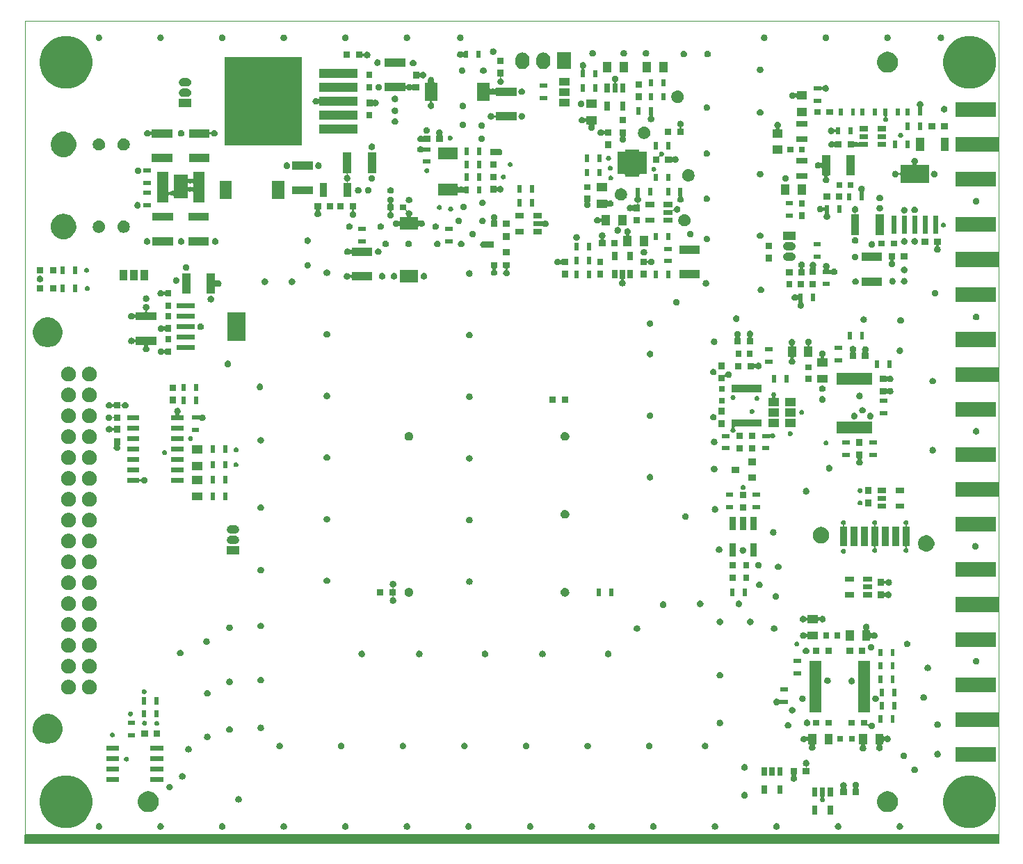
<source format=gbr>
G04 #@! TF.GenerationSoftware,KiCad,Pcbnew,5.0.1*
G04 #@! TF.CreationDate,2018-10-25T19:00:55+02:00*
G04 #@! TF.ProjectId,vcg,7663672E6B696361645F706362000000,rev?*
G04 #@! TF.SameCoordinates,Original*
G04 #@! TF.FileFunction,Soldermask,Top*
G04 #@! TF.FilePolarity,Negative*
%FSLAX46Y46*%
G04 Gerber Fmt 4.6, Leading zero omitted, Abs format (unit mm)*
G04 Created by KiCad (PCBNEW 5.0.1) date Thu Oct 25 19:00:55 2018*
%MOMM*%
%LPD*%
G01*
G04 APERTURE LIST*
%ADD10C,0.150000*%
%ADD11C,0.100000*%
G04 APERTURE END LIST*
D10*
G36*
X50000000Y-130000000D02*
X50000000Y-129000000D01*
X168500000Y-129000000D01*
X168500000Y-130000000D01*
X50000000Y-130000000D01*
G37*
X50000000Y-130000000D02*
X50000000Y-129000000D01*
X168500000Y-129000000D01*
X168500000Y-130000000D01*
X50000000Y-130000000D01*
D11*
X168500000Y-30000000D02*
X168500000Y-130000000D01*
X50000000Y-30000000D02*
X168500000Y-30000000D01*
X50000000Y-30000000D02*
X50000000Y-130000000D01*
X50000000Y-130000000D02*
X168500000Y-130000000D01*
G36*
X156616676Y-127615372D02*
X156689468Y-127645523D01*
X156754989Y-127689303D01*
X156810697Y-127745011D01*
X156810699Y-127745014D01*
X156810700Y-127745015D01*
X156847440Y-127800000D01*
X156854477Y-127810532D01*
X156884628Y-127883324D01*
X156900000Y-127960604D01*
X156900000Y-128039396D01*
X156884628Y-128116676D01*
X156854477Y-128189468D01*
X156810697Y-128254989D01*
X156754989Y-128310697D01*
X156689468Y-128354477D01*
X156616676Y-128384628D01*
X156539397Y-128400000D01*
X156460603Y-128400000D01*
X156383324Y-128384628D01*
X156310532Y-128354477D01*
X156245011Y-128310697D01*
X156189303Y-128254989D01*
X156145523Y-128189468D01*
X156115372Y-128116676D01*
X156100000Y-128039396D01*
X156100000Y-127960604D01*
X156115372Y-127883324D01*
X156145523Y-127810532D01*
X156152560Y-127800000D01*
X156189300Y-127745015D01*
X156189301Y-127745014D01*
X156189303Y-127745011D01*
X156245011Y-127689303D01*
X156310532Y-127645523D01*
X156383324Y-127615372D01*
X156460603Y-127600000D01*
X156539397Y-127600000D01*
X156616676Y-127615372D01*
X156616676Y-127615372D01*
G37*
G36*
X149116676Y-127615372D02*
X149189468Y-127645523D01*
X149254989Y-127689303D01*
X149310697Y-127745011D01*
X149310699Y-127745014D01*
X149310700Y-127745015D01*
X149347440Y-127800000D01*
X149354477Y-127810532D01*
X149384628Y-127883324D01*
X149400000Y-127960604D01*
X149400000Y-128039396D01*
X149384628Y-128116676D01*
X149354477Y-128189468D01*
X149310697Y-128254989D01*
X149254989Y-128310697D01*
X149189468Y-128354477D01*
X149116676Y-128384628D01*
X149039397Y-128400000D01*
X148960603Y-128400000D01*
X148883324Y-128384628D01*
X148810532Y-128354477D01*
X148745011Y-128310697D01*
X148689303Y-128254989D01*
X148645523Y-128189468D01*
X148615372Y-128116676D01*
X148600000Y-128039396D01*
X148600000Y-127960604D01*
X148615372Y-127883324D01*
X148645523Y-127810532D01*
X148652560Y-127800000D01*
X148689300Y-127745015D01*
X148689301Y-127745014D01*
X148689303Y-127745011D01*
X148745011Y-127689303D01*
X148810532Y-127645523D01*
X148883324Y-127615372D01*
X148960603Y-127600000D01*
X149039397Y-127600000D01*
X149116676Y-127615372D01*
X149116676Y-127615372D01*
G37*
G36*
X66616676Y-127615372D02*
X66689468Y-127645523D01*
X66754989Y-127689303D01*
X66810697Y-127745011D01*
X66810699Y-127745014D01*
X66810700Y-127745015D01*
X66847440Y-127800000D01*
X66854477Y-127810532D01*
X66884628Y-127883324D01*
X66900000Y-127960604D01*
X66900000Y-128039396D01*
X66884628Y-128116676D01*
X66854477Y-128189468D01*
X66810697Y-128254989D01*
X66754989Y-128310697D01*
X66689468Y-128354477D01*
X66616676Y-128384628D01*
X66539397Y-128400000D01*
X66460603Y-128400000D01*
X66383324Y-128384628D01*
X66310532Y-128354477D01*
X66245011Y-128310697D01*
X66189303Y-128254989D01*
X66145523Y-128189468D01*
X66115372Y-128116676D01*
X66100000Y-128039396D01*
X66100000Y-127960604D01*
X66115372Y-127883324D01*
X66145523Y-127810532D01*
X66152560Y-127800000D01*
X66189300Y-127745015D01*
X66189301Y-127745014D01*
X66189303Y-127745011D01*
X66245011Y-127689303D01*
X66310532Y-127645523D01*
X66383324Y-127615372D01*
X66460603Y-127600000D01*
X66539397Y-127600000D01*
X66616676Y-127615372D01*
X66616676Y-127615372D01*
G37*
G36*
X74116676Y-127615372D02*
X74189468Y-127645523D01*
X74254989Y-127689303D01*
X74310697Y-127745011D01*
X74310699Y-127745014D01*
X74310700Y-127745015D01*
X74347440Y-127800000D01*
X74354477Y-127810532D01*
X74384628Y-127883324D01*
X74400000Y-127960604D01*
X74400000Y-128039396D01*
X74384628Y-128116676D01*
X74354477Y-128189468D01*
X74310697Y-128254989D01*
X74254989Y-128310697D01*
X74189468Y-128354477D01*
X74116676Y-128384628D01*
X74039397Y-128400000D01*
X73960603Y-128400000D01*
X73883324Y-128384628D01*
X73810532Y-128354477D01*
X73745011Y-128310697D01*
X73689303Y-128254989D01*
X73645523Y-128189468D01*
X73615372Y-128116676D01*
X73600000Y-128039396D01*
X73600000Y-127960604D01*
X73615372Y-127883324D01*
X73645523Y-127810532D01*
X73652560Y-127800000D01*
X73689300Y-127745015D01*
X73689301Y-127745014D01*
X73689303Y-127745011D01*
X73745011Y-127689303D01*
X73810532Y-127645523D01*
X73883324Y-127615372D01*
X73960603Y-127600000D01*
X74039397Y-127600000D01*
X74116676Y-127615372D01*
X74116676Y-127615372D01*
G37*
G36*
X81616676Y-127615372D02*
X81689468Y-127645523D01*
X81754989Y-127689303D01*
X81810697Y-127745011D01*
X81810699Y-127745014D01*
X81810700Y-127745015D01*
X81847440Y-127800000D01*
X81854477Y-127810532D01*
X81884628Y-127883324D01*
X81900000Y-127960604D01*
X81900000Y-128039396D01*
X81884628Y-128116676D01*
X81854477Y-128189468D01*
X81810697Y-128254989D01*
X81754989Y-128310697D01*
X81689468Y-128354477D01*
X81616676Y-128384628D01*
X81539397Y-128400000D01*
X81460603Y-128400000D01*
X81383324Y-128384628D01*
X81310532Y-128354477D01*
X81245011Y-128310697D01*
X81189303Y-128254989D01*
X81145523Y-128189468D01*
X81115372Y-128116676D01*
X81100000Y-128039396D01*
X81100000Y-127960604D01*
X81115372Y-127883324D01*
X81145523Y-127810532D01*
X81152560Y-127800000D01*
X81189300Y-127745015D01*
X81189301Y-127745014D01*
X81189303Y-127745011D01*
X81245011Y-127689303D01*
X81310532Y-127645523D01*
X81383324Y-127615372D01*
X81460603Y-127600000D01*
X81539397Y-127600000D01*
X81616676Y-127615372D01*
X81616676Y-127615372D01*
G37*
G36*
X89116676Y-127615372D02*
X89189468Y-127645523D01*
X89254989Y-127689303D01*
X89310697Y-127745011D01*
X89310699Y-127745014D01*
X89310700Y-127745015D01*
X89347440Y-127800000D01*
X89354477Y-127810532D01*
X89384628Y-127883324D01*
X89400000Y-127960604D01*
X89400000Y-128039396D01*
X89384628Y-128116676D01*
X89354477Y-128189468D01*
X89310697Y-128254989D01*
X89254989Y-128310697D01*
X89189468Y-128354477D01*
X89116676Y-128384628D01*
X89039397Y-128400000D01*
X88960603Y-128400000D01*
X88883324Y-128384628D01*
X88810532Y-128354477D01*
X88745011Y-128310697D01*
X88689303Y-128254989D01*
X88645523Y-128189468D01*
X88615372Y-128116676D01*
X88600000Y-128039396D01*
X88600000Y-127960604D01*
X88615372Y-127883324D01*
X88645523Y-127810532D01*
X88652560Y-127800000D01*
X88689300Y-127745015D01*
X88689301Y-127745014D01*
X88689303Y-127745011D01*
X88745011Y-127689303D01*
X88810532Y-127645523D01*
X88883324Y-127615372D01*
X88960603Y-127600000D01*
X89039397Y-127600000D01*
X89116676Y-127615372D01*
X89116676Y-127615372D01*
G37*
G36*
X96616676Y-127615372D02*
X96689468Y-127645523D01*
X96754989Y-127689303D01*
X96810697Y-127745011D01*
X96810699Y-127745014D01*
X96810700Y-127745015D01*
X96847440Y-127800000D01*
X96854477Y-127810532D01*
X96884628Y-127883324D01*
X96900000Y-127960604D01*
X96900000Y-128039396D01*
X96884628Y-128116676D01*
X96854477Y-128189468D01*
X96810697Y-128254989D01*
X96754989Y-128310697D01*
X96689468Y-128354477D01*
X96616676Y-128384628D01*
X96539397Y-128400000D01*
X96460603Y-128400000D01*
X96383324Y-128384628D01*
X96310532Y-128354477D01*
X96245011Y-128310697D01*
X96189303Y-128254989D01*
X96145523Y-128189468D01*
X96115372Y-128116676D01*
X96100000Y-128039396D01*
X96100000Y-127960604D01*
X96115372Y-127883324D01*
X96145523Y-127810532D01*
X96152560Y-127800000D01*
X96189300Y-127745015D01*
X96189301Y-127745014D01*
X96189303Y-127745011D01*
X96245011Y-127689303D01*
X96310532Y-127645523D01*
X96383324Y-127615372D01*
X96460603Y-127600000D01*
X96539397Y-127600000D01*
X96616676Y-127615372D01*
X96616676Y-127615372D01*
G37*
G36*
X104116676Y-127615372D02*
X104189468Y-127645523D01*
X104254989Y-127689303D01*
X104310697Y-127745011D01*
X104310699Y-127745014D01*
X104310700Y-127745015D01*
X104347440Y-127800000D01*
X104354477Y-127810532D01*
X104384628Y-127883324D01*
X104400000Y-127960604D01*
X104400000Y-128039396D01*
X104384628Y-128116676D01*
X104354477Y-128189468D01*
X104310697Y-128254989D01*
X104254989Y-128310697D01*
X104189468Y-128354477D01*
X104116676Y-128384628D01*
X104039397Y-128400000D01*
X103960603Y-128400000D01*
X103883324Y-128384628D01*
X103810532Y-128354477D01*
X103745011Y-128310697D01*
X103689303Y-128254989D01*
X103645523Y-128189468D01*
X103615372Y-128116676D01*
X103600000Y-128039396D01*
X103600000Y-127960604D01*
X103615372Y-127883324D01*
X103645523Y-127810532D01*
X103652560Y-127800000D01*
X103689300Y-127745015D01*
X103689301Y-127745014D01*
X103689303Y-127745011D01*
X103745011Y-127689303D01*
X103810532Y-127645523D01*
X103883324Y-127615372D01*
X103960603Y-127600000D01*
X104039397Y-127600000D01*
X104116676Y-127615372D01*
X104116676Y-127615372D01*
G37*
G36*
X119116676Y-127615372D02*
X119189468Y-127645523D01*
X119254989Y-127689303D01*
X119310697Y-127745011D01*
X119310699Y-127745014D01*
X119310700Y-127745015D01*
X119347440Y-127800000D01*
X119354477Y-127810532D01*
X119384628Y-127883324D01*
X119400000Y-127960604D01*
X119400000Y-128039396D01*
X119384628Y-128116676D01*
X119354477Y-128189468D01*
X119310697Y-128254989D01*
X119254989Y-128310697D01*
X119189468Y-128354477D01*
X119116676Y-128384628D01*
X119039397Y-128400000D01*
X118960603Y-128400000D01*
X118883324Y-128384628D01*
X118810532Y-128354477D01*
X118745011Y-128310697D01*
X118689303Y-128254989D01*
X118645523Y-128189468D01*
X118615372Y-128116676D01*
X118600000Y-128039396D01*
X118600000Y-127960604D01*
X118615372Y-127883324D01*
X118645523Y-127810532D01*
X118652560Y-127800000D01*
X118689300Y-127745015D01*
X118689301Y-127745014D01*
X118689303Y-127745011D01*
X118745011Y-127689303D01*
X118810532Y-127645523D01*
X118883324Y-127615372D01*
X118960603Y-127600000D01*
X119039397Y-127600000D01*
X119116676Y-127615372D01*
X119116676Y-127615372D01*
G37*
G36*
X111616676Y-127615372D02*
X111689468Y-127645523D01*
X111754989Y-127689303D01*
X111810697Y-127745011D01*
X111810699Y-127745014D01*
X111810700Y-127745015D01*
X111847440Y-127800000D01*
X111854477Y-127810532D01*
X111884628Y-127883324D01*
X111900000Y-127960604D01*
X111900000Y-128039396D01*
X111884628Y-128116676D01*
X111854477Y-128189468D01*
X111810697Y-128254989D01*
X111754989Y-128310697D01*
X111689468Y-128354477D01*
X111616676Y-128384628D01*
X111539397Y-128400000D01*
X111460603Y-128400000D01*
X111383324Y-128384628D01*
X111310532Y-128354477D01*
X111245011Y-128310697D01*
X111189303Y-128254989D01*
X111145523Y-128189468D01*
X111115372Y-128116676D01*
X111100000Y-128039396D01*
X111100000Y-127960604D01*
X111115372Y-127883324D01*
X111145523Y-127810532D01*
X111152560Y-127800000D01*
X111189300Y-127745015D01*
X111189301Y-127745014D01*
X111189303Y-127745011D01*
X111245011Y-127689303D01*
X111310532Y-127645523D01*
X111383324Y-127615372D01*
X111460603Y-127600000D01*
X111539397Y-127600000D01*
X111616676Y-127615372D01*
X111616676Y-127615372D01*
G37*
G36*
X59116676Y-127615372D02*
X59189468Y-127645523D01*
X59254989Y-127689303D01*
X59310697Y-127745011D01*
X59310699Y-127745014D01*
X59310700Y-127745015D01*
X59347440Y-127800000D01*
X59354477Y-127810532D01*
X59384628Y-127883324D01*
X59400000Y-127960604D01*
X59400000Y-128039396D01*
X59384628Y-128116676D01*
X59354477Y-128189468D01*
X59310697Y-128254989D01*
X59254989Y-128310697D01*
X59189468Y-128354477D01*
X59116676Y-128384628D01*
X59039397Y-128400000D01*
X58960603Y-128400000D01*
X58883324Y-128384628D01*
X58810532Y-128354477D01*
X58745011Y-128310697D01*
X58689303Y-128254989D01*
X58645523Y-128189468D01*
X58615372Y-128116676D01*
X58600000Y-128039396D01*
X58600000Y-127960604D01*
X58615372Y-127883324D01*
X58645523Y-127810532D01*
X58652560Y-127800000D01*
X58689300Y-127745015D01*
X58689301Y-127745014D01*
X58689303Y-127745011D01*
X58745011Y-127689303D01*
X58810532Y-127645523D01*
X58883324Y-127615372D01*
X58960603Y-127600000D01*
X59039397Y-127600000D01*
X59116676Y-127615372D01*
X59116676Y-127615372D01*
G37*
G36*
X141616676Y-127615372D02*
X141689468Y-127645523D01*
X141754989Y-127689303D01*
X141810697Y-127745011D01*
X141810699Y-127745014D01*
X141810700Y-127745015D01*
X141847440Y-127800000D01*
X141854477Y-127810532D01*
X141884628Y-127883324D01*
X141900000Y-127960604D01*
X141900000Y-128039396D01*
X141884628Y-128116676D01*
X141854477Y-128189468D01*
X141810697Y-128254989D01*
X141754989Y-128310697D01*
X141689468Y-128354477D01*
X141616676Y-128384628D01*
X141539397Y-128400000D01*
X141460603Y-128400000D01*
X141383324Y-128384628D01*
X141310532Y-128354477D01*
X141245011Y-128310697D01*
X141189303Y-128254989D01*
X141145523Y-128189468D01*
X141115372Y-128116676D01*
X141100000Y-128039396D01*
X141100000Y-127960604D01*
X141115372Y-127883324D01*
X141145523Y-127810532D01*
X141152560Y-127800000D01*
X141189300Y-127745015D01*
X141189301Y-127745014D01*
X141189303Y-127745011D01*
X141245011Y-127689303D01*
X141310532Y-127645523D01*
X141383324Y-127615372D01*
X141460603Y-127600000D01*
X141539397Y-127600000D01*
X141616676Y-127615372D01*
X141616676Y-127615372D01*
G37*
G36*
X126616676Y-127615372D02*
X126689468Y-127645523D01*
X126754989Y-127689303D01*
X126810697Y-127745011D01*
X126810699Y-127745014D01*
X126810700Y-127745015D01*
X126847440Y-127800000D01*
X126854477Y-127810532D01*
X126884628Y-127883324D01*
X126900000Y-127960604D01*
X126900000Y-128039396D01*
X126884628Y-128116676D01*
X126854477Y-128189468D01*
X126810697Y-128254989D01*
X126754989Y-128310697D01*
X126689468Y-128354477D01*
X126616676Y-128384628D01*
X126539397Y-128400000D01*
X126460603Y-128400000D01*
X126383324Y-128384628D01*
X126310532Y-128354477D01*
X126245011Y-128310697D01*
X126189303Y-128254989D01*
X126145523Y-128189468D01*
X126115372Y-128116676D01*
X126100000Y-128039396D01*
X126100000Y-127960604D01*
X126115372Y-127883324D01*
X126145523Y-127810532D01*
X126152560Y-127800000D01*
X126189300Y-127745015D01*
X126189301Y-127745014D01*
X126189303Y-127745011D01*
X126245011Y-127689303D01*
X126310532Y-127645523D01*
X126383324Y-127615372D01*
X126460603Y-127600000D01*
X126539397Y-127600000D01*
X126616676Y-127615372D01*
X126616676Y-127615372D01*
G37*
G36*
X134116676Y-127615372D02*
X134189468Y-127645523D01*
X134254989Y-127689303D01*
X134310697Y-127745011D01*
X134310699Y-127745014D01*
X134310700Y-127745015D01*
X134347440Y-127800000D01*
X134354477Y-127810532D01*
X134384628Y-127883324D01*
X134400000Y-127960604D01*
X134400000Y-128039396D01*
X134384628Y-128116676D01*
X134354477Y-128189468D01*
X134310697Y-128254989D01*
X134254989Y-128310697D01*
X134189468Y-128354477D01*
X134116676Y-128384628D01*
X134039397Y-128400000D01*
X133960603Y-128400000D01*
X133883324Y-128384628D01*
X133810532Y-128354477D01*
X133745011Y-128310697D01*
X133689303Y-128254989D01*
X133645523Y-128189468D01*
X133615372Y-128116676D01*
X133600000Y-128039396D01*
X133600000Y-127960604D01*
X133615372Y-127883324D01*
X133645523Y-127810532D01*
X133652560Y-127800000D01*
X133689300Y-127745015D01*
X133689301Y-127745014D01*
X133689303Y-127745011D01*
X133745011Y-127689303D01*
X133810532Y-127645523D01*
X133883324Y-127615372D01*
X133960603Y-127600000D01*
X134039397Y-127600000D01*
X134116676Y-127615372D01*
X134116676Y-127615372D01*
G37*
G36*
X55933405Y-121922974D02*
X56515767Y-122164196D01*
X57039884Y-122514400D01*
X57485600Y-122960116D01*
X57835804Y-123484233D01*
X58077026Y-124066595D01*
X58200000Y-124684826D01*
X58200000Y-125315174D01*
X58077026Y-125933405D01*
X57835804Y-126515767D01*
X57485600Y-127039884D01*
X57039884Y-127485600D01*
X56515767Y-127835804D01*
X55933405Y-128077026D01*
X55315174Y-128200000D01*
X54684826Y-128200000D01*
X54066595Y-128077026D01*
X53484233Y-127835804D01*
X52960116Y-127485600D01*
X52514400Y-127039884D01*
X52164196Y-126515767D01*
X51922974Y-125933405D01*
X51800000Y-125315174D01*
X51800000Y-124684826D01*
X51922974Y-124066595D01*
X52164196Y-123484233D01*
X52514400Y-122960116D01*
X52960116Y-122514400D01*
X53484233Y-122164196D01*
X54066595Y-121922974D01*
X54684826Y-121800000D01*
X55315174Y-121800000D01*
X55933405Y-121922974D01*
X55933405Y-121922974D01*
G37*
G36*
X165933405Y-121922974D02*
X166515767Y-122164196D01*
X167039884Y-122514400D01*
X167485600Y-122960116D01*
X167835804Y-123484233D01*
X168077026Y-124066595D01*
X168200000Y-124684826D01*
X168200000Y-125315174D01*
X168077026Y-125933405D01*
X167835804Y-126515767D01*
X167485600Y-127039884D01*
X167039884Y-127485600D01*
X166515767Y-127835804D01*
X165933405Y-128077026D01*
X165315174Y-128200000D01*
X164684826Y-128200000D01*
X164066595Y-128077026D01*
X163484233Y-127835804D01*
X162960116Y-127485600D01*
X162514400Y-127039884D01*
X162164196Y-126515767D01*
X161922974Y-125933405D01*
X161800000Y-125315174D01*
X161800000Y-124684826D01*
X161922974Y-124066595D01*
X162164196Y-123484233D01*
X162514400Y-122960116D01*
X162960116Y-122514400D01*
X163484233Y-122164196D01*
X164066595Y-121922974D01*
X164684826Y-121800000D01*
X165315174Y-121800000D01*
X165933405Y-121922974D01*
X165933405Y-121922974D01*
G37*
G36*
X146465000Y-126530000D02*
X145815000Y-126530000D01*
X145815000Y-125470000D01*
X146465000Y-125470000D01*
X146465000Y-126530000D01*
X146465000Y-126530000D01*
G37*
G36*
X148365000Y-126530000D02*
X147715000Y-126530000D01*
X147715000Y-125470000D01*
X148365000Y-125470000D01*
X148365000Y-126530000D01*
X148365000Y-126530000D01*
G37*
G36*
X65247764Y-123754402D02*
X65370445Y-123778805D01*
X65601571Y-123874541D01*
X65809581Y-124013529D01*
X65986471Y-124190419D01*
X65986473Y-124190422D01*
X66125459Y-124398429D01*
X66221195Y-124629555D01*
X66243044Y-124739396D01*
X66258416Y-124816676D01*
X66270000Y-124874916D01*
X66270000Y-125125084D01*
X66221195Y-125370445D01*
X66125459Y-125601571D01*
X65986471Y-125809581D01*
X65809581Y-125986471D01*
X65809578Y-125986473D01*
X65601571Y-126125459D01*
X65370445Y-126221195D01*
X65247765Y-126245597D01*
X65125086Y-126270000D01*
X64874914Y-126270000D01*
X64752235Y-126245597D01*
X64629555Y-126221195D01*
X64398429Y-126125459D01*
X64190422Y-125986473D01*
X64190419Y-125986471D01*
X64013529Y-125809581D01*
X63874541Y-125601571D01*
X63778805Y-125370445D01*
X63730000Y-125125084D01*
X63730000Y-124874916D01*
X63741585Y-124816676D01*
X63756956Y-124739396D01*
X63778805Y-124629555D01*
X63874541Y-124398429D01*
X64013527Y-124190422D01*
X64013529Y-124190419D01*
X64190419Y-124013529D01*
X64398429Y-123874541D01*
X64629555Y-123778805D01*
X64752236Y-123754402D01*
X64874914Y-123730000D01*
X65125086Y-123730000D01*
X65247764Y-123754402D01*
X65247764Y-123754402D01*
G37*
G36*
X155247764Y-123754402D02*
X155370445Y-123778805D01*
X155601571Y-123874541D01*
X155809581Y-124013529D01*
X155986471Y-124190419D01*
X155986473Y-124190422D01*
X156125459Y-124398429D01*
X156221195Y-124629555D01*
X156243044Y-124739396D01*
X156258416Y-124816676D01*
X156270000Y-124874916D01*
X156270000Y-125125084D01*
X156221195Y-125370445D01*
X156125459Y-125601571D01*
X155986471Y-125809581D01*
X155809581Y-125986471D01*
X155809578Y-125986473D01*
X155601571Y-126125459D01*
X155370445Y-126221195D01*
X155247765Y-126245597D01*
X155125086Y-126270000D01*
X154874914Y-126270000D01*
X154752235Y-126245597D01*
X154629555Y-126221195D01*
X154398429Y-126125459D01*
X154190422Y-125986473D01*
X154190419Y-125986471D01*
X154013529Y-125809581D01*
X153874541Y-125601571D01*
X153778805Y-125370445D01*
X153730000Y-125125084D01*
X153730000Y-124874916D01*
X153741585Y-124816676D01*
X153756956Y-124739396D01*
X153778805Y-124629555D01*
X153874541Y-124398429D01*
X154013527Y-124190422D01*
X154013529Y-124190419D01*
X154190419Y-124013529D01*
X154398429Y-123874541D01*
X154629555Y-123778805D01*
X154752236Y-123754402D01*
X154874914Y-123730000D01*
X155125086Y-123730000D01*
X155247764Y-123754402D01*
X155247764Y-123754402D01*
G37*
G36*
X76116676Y-124315372D02*
X76189468Y-124345523D01*
X76189471Y-124345525D01*
X76249379Y-124385554D01*
X76254989Y-124389303D01*
X76310697Y-124445011D01*
X76310699Y-124445014D01*
X76310700Y-124445015D01*
X76333666Y-124479386D01*
X76354477Y-124510532D01*
X76384628Y-124583324D01*
X76400000Y-124660604D01*
X76400000Y-124739396D01*
X76384628Y-124816676D01*
X76354477Y-124889468D01*
X76354475Y-124889471D01*
X76326567Y-124931239D01*
X76310697Y-124954989D01*
X76254989Y-125010697D01*
X76254986Y-125010699D01*
X76254985Y-125010700D01*
X76228387Y-125028472D01*
X76189468Y-125054477D01*
X76116676Y-125084628D01*
X76039397Y-125100000D01*
X75960603Y-125100000D01*
X75883324Y-125084628D01*
X75810532Y-125054477D01*
X75771613Y-125028472D01*
X75745015Y-125010700D01*
X75745014Y-125010699D01*
X75745011Y-125010697D01*
X75689303Y-124954989D01*
X75673434Y-124931239D01*
X75645525Y-124889471D01*
X75645523Y-124889468D01*
X75615372Y-124816676D01*
X75600000Y-124739396D01*
X75600000Y-124660604D01*
X75615372Y-124583324D01*
X75645523Y-124510532D01*
X75666334Y-124479386D01*
X75689300Y-124445015D01*
X75689301Y-124445014D01*
X75689303Y-124445011D01*
X75745011Y-124389303D01*
X75750622Y-124385554D01*
X75810529Y-124345525D01*
X75810532Y-124345523D01*
X75883324Y-124315372D01*
X75960603Y-124300000D01*
X76039397Y-124300000D01*
X76116676Y-124315372D01*
X76116676Y-124315372D01*
G37*
G36*
X147415000Y-124330000D02*
X147406040Y-124330000D01*
X147381654Y-124332402D01*
X147358205Y-124339515D01*
X147336594Y-124351066D01*
X147317652Y-124366612D01*
X147302106Y-124385554D01*
X147290555Y-124407165D01*
X147283442Y-124430614D01*
X147281040Y-124455000D01*
X147283442Y-124479386D01*
X147290555Y-124502835D01*
X147302106Y-124524446D01*
X147317647Y-124543382D01*
X147323026Y-124548761D01*
X147355857Y-124597897D01*
X147378472Y-124652493D01*
X147390000Y-124710453D01*
X147390000Y-124769547D01*
X147378472Y-124827507D01*
X147355857Y-124882103D01*
X147323026Y-124931239D01*
X147281239Y-124973026D01*
X147232103Y-125005857D01*
X147177507Y-125028472D01*
X147119547Y-125040000D01*
X147060453Y-125040000D01*
X147002493Y-125028472D01*
X146947897Y-125005857D01*
X146898761Y-124973026D01*
X146856974Y-124931239D01*
X146824143Y-124882103D01*
X146801528Y-124827507D01*
X146790000Y-124769547D01*
X146790000Y-124710453D01*
X146801528Y-124652493D01*
X146824143Y-124597897D01*
X146856974Y-124548761D01*
X146862353Y-124543382D01*
X146877894Y-124524446D01*
X146889445Y-124502835D01*
X146896558Y-124479386D01*
X146898960Y-124455000D01*
X146896558Y-124430614D01*
X146889445Y-124407165D01*
X146877894Y-124385554D01*
X146862348Y-124366612D01*
X146843406Y-124351066D01*
X146821795Y-124339515D01*
X146798346Y-124332402D01*
X146773960Y-124330000D01*
X146765000Y-124330000D01*
X146765000Y-123270000D01*
X147415000Y-123270000D01*
X147415000Y-124330000D01*
X147415000Y-124330000D01*
G37*
G36*
X137716676Y-123815372D02*
X137789468Y-123845523D01*
X137789471Y-123845525D01*
X137832897Y-123874541D01*
X137854989Y-123889303D01*
X137910697Y-123945011D01*
X137954477Y-124010532D01*
X137984628Y-124083324D01*
X138000000Y-124160604D01*
X138000000Y-124239396D01*
X137984628Y-124316676D01*
X137954477Y-124389468D01*
X137954475Y-124389471D01*
X137917362Y-124445015D01*
X137910697Y-124454989D01*
X137854989Y-124510697D01*
X137854986Y-124510699D01*
X137854985Y-124510700D01*
X137806064Y-124543388D01*
X137789468Y-124554477D01*
X137719824Y-124583324D01*
X137716676Y-124584628D01*
X137639397Y-124600000D01*
X137560603Y-124600000D01*
X137483324Y-124584628D01*
X137480176Y-124583324D01*
X137410532Y-124554477D01*
X137393936Y-124543388D01*
X137345015Y-124510700D01*
X137345014Y-124510699D01*
X137345011Y-124510697D01*
X137289303Y-124454989D01*
X137282639Y-124445015D01*
X137245525Y-124389471D01*
X137245523Y-124389468D01*
X137215372Y-124316676D01*
X137200000Y-124239396D01*
X137200000Y-124160604D01*
X137215372Y-124083324D01*
X137245523Y-124010532D01*
X137289303Y-123945011D01*
X137345011Y-123889303D01*
X137367104Y-123874541D01*
X137410529Y-123845525D01*
X137410532Y-123845523D01*
X137483324Y-123815372D01*
X137560603Y-123800000D01*
X137639397Y-123800000D01*
X137716676Y-123815372D01*
X137716676Y-123815372D01*
G37*
G36*
X148365000Y-124330000D02*
X147715000Y-124330000D01*
X147715000Y-123270000D01*
X148365000Y-123270000D01*
X148365000Y-124330000D01*
X148365000Y-124330000D01*
G37*
G36*
X146465000Y-124330000D02*
X145815000Y-124330000D01*
X145815000Y-123270000D01*
X146465000Y-123270000D01*
X146465000Y-124330000D01*
X146465000Y-124330000D01*
G37*
G36*
X149766676Y-122615372D02*
X149839468Y-122645523D01*
X149904989Y-122689303D01*
X149960697Y-122745011D01*
X149960699Y-122745014D01*
X149960700Y-122745015D01*
X149997440Y-122800000D01*
X150004477Y-122810532D01*
X150034628Y-122883324D01*
X150046899Y-122945011D01*
X150050000Y-122960604D01*
X150050000Y-123039396D01*
X150034628Y-123116676D01*
X150004476Y-123189471D01*
X149977025Y-123230554D01*
X149965474Y-123252165D01*
X149958361Y-123275614D01*
X149955959Y-123300000D01*
X149958361Y-123324387D01*
X149965474Y-123347836D01*
X149977026Y-123369447D01*
X149992571Y-123388389D01*
X150011513Y-123403934D01*
X150033124Y-123415485D01*
X150050000Y-123420604D01*
X150050000Y-124175000D01*
X149250000Y-124175000D01*
X149250000Y-123420604D01*
X149266876Y-123415485D01*
X149288487Y-123403934D01*
X149307429Y-123388388D01*
X149322975Y-123369446D01*
X149334526Y-123347835D01*
X149341639Y-123324386D01*
X149344041Y-123300000D01*
X149341639Y-123275614D01*
X149334526Y-123252165D01*
X149322975Y-123230554D01*
X149295524Y-123189471D01*
X149265372Y-123116676D01*
X149250000Y-123039396D01*
X149250000Y-122960604D01*
X149253102Y-122945011D01*
X149265372Y-122883324D01*
X149295523Y-122810532D01*
X149302560Y-122800000D01*
X149339300Y-122745015D01*
X149339301Y-122745014D01*
X149339303Y-122745011D01*
X149395011Y-122689303D01*
X149460532Y-122645523D01*
X149533324Y-122615372D01*
X149610603Y-122600000D01*
X149689397Y-122600000D01*
X149766676Y-122615372D01*
X149766676Y-122615372D01*
G37*
G36*
X151242701Y-122560603D02*
X151266676Y-122565372D01*
X151339468Y-122595523D01*
X151404989Y-122639303D01*
X151460697Y-122695011D01*
X151504477Y-122760532D01*
X151520825Y-122800000D01*
X151534628Y-122833324D01*
X151550000Y-122910603D01*
X151550000Y-122989397D01*
X151545796Y-123010532D01*
X151534628Y-123066676D01*
X151504477Y-123139468D01*
X151460697Y-123204989D01*
X151454074Y-123211612D01*
X151438528Y-123230554D01*
X151426977Y-123252165D01*
X151419864Y-123275614D01*
X151417462Y-123300000D01*
X151419864Y-123324386D01*
X151426977Y-123347835D01*
X151438528Y-123369446D01*
X151454074Y-123388388D01*
X151473016Y-123403934D01*
X151494627Y-123415485D01*
X151518076Y-123422598D01*
X151542462Y-123425000D01*
X151550000Y-123425000D01*
X151550000Y-124175000D01*
X150750000Y-124175000D01*
X150750000Y-123425000D01*
X150757538Y-123425000D01*
X150781924Y-123422598D01*
X150805373Y-123415485D01*
X150826984Y-123403934D01*
X150845926Y-123388388D01*
X150861472Y-123369446D01*
X150873023Y-123347835D01*
X150880136Y-123324386D01*
X150882538Y-123300000D01*
X150880136Y-123275614D01*
X150873023Y-123252165D01*
X150861472Y-123230554D01*
X150845926Y-123211612D01*
X150839303Y-123204989D01*
X150795523Y-123139468D01*
X150765372Y-123066676D01*
X150754204Y-123010532D01*
X150750000Y-122989397D01*
X150750000Y-122910603D01*
X150765372Y-122833324D01*
X150779175Y-122800000D01*
X150795523Y-122760532D01*
X150839303Y-122695011D01*
X150895011Y-122639303D01*
X150960532Y-122595523D01*
X151033324Y-122565372D01*
X151057299Y-122560603D01*
X151110603Y-122550000D01*
X151189397Y-122550000D01*
X151242701Y-122560603D01*
X151242701Y-122560603D01*
G37*
G36*
X140325000Y-124030000D02*
X139675000Y-124030000D01*
X139675000Y-122970000D01*
X140325000Y-122970000D01*
X140325000Y-124030000D01*
X140325000Y-124030000D01*
G37*
G36*
X142225000Y-124030000D02*
X141575000Y-124030000D01*
X141575000Y-122970000D01*
X142225000Y-122970000D01*
X142225000Y-124030000D01*
X142225000Y-124030000D01*
G37*
G36*
X67692329Y-122810529D02*
X67716676Y-122815372D01*
X67789468Y-122845523D01*
X67854989Y-122889303D01*
X67910697Y-122945011D01*
X67910699Y-122945014D01*
X67910700Y-122945015D01*
X67940354Y-122989396D01*
X67954477Y-123010532D01*
X67977732Y-123066676D01*
X67984628Y-123083324D01*
X68000000Y-123160603D01*
X68000000Y-123239397D01*
X67992796Y-123275614D01*
X67984628Y-123316676D01*
X67954477Y-123389468D01*
X67954475Y-123389471D01*
X67933673Y-123420604D01*
X67910697Y-123454989D01*
X67854989Y-123510697D01*
X67789468Y-123554477D01*
X67716676Y-123584628D01*
X67639397Y-123600000D01*
X67560603Y-123600000D01*
X67483324Y-123584628D01*
X67410532Y-123554477D01*
X67345011Y-123510697D01*
X67289303Y-123454989D01*
X67266328Y-123420604D01*
X67245525Y-123389471D01*
X67245523Y-123389468D01*
X67215372Y-123316676D01*
X67207204Y-123275614D01*
X67200000Y-123239397D01*
X67200000Y-123160603D01*
X67215372Y-123083324D01*
X67222268Y-123066676D01*
X67245523Y-123010532D01*
X67259646Y-122989396D01*
X67289300Y-122945015D01*
X67289301Y-122945014D01*
X67289303Y-122945011D01*
X67345011Y-122889303D01*
X67410532Y-122845523D01*
X67483324Y-122815372D01*
X67507671Y-122810529D01*
X67560603Y-122800000D01*
X67639397Y-122800000D01*
X67692329Y-122810529D01*
X67692329Y-122810529D01*
G37*
G36*
X66825000Y-122580000D02*
X65275000Y-122580000D01*
X65275000Y-121980000D01*
X66825000Y-121980000D01*
X66825000Y-122580000D01*
X66825000Y-122580000D01*
G37*
G36*
X61425000Y-122580000D02*
X59875000Y-122580000D01*
X59875000Y-121980000D01*
X61425000Y-121980000D01*
X61425000Y-122580000D01*
X61425000Y-122580000D01*
G37*
G36*
X144000000Y-121675000D02*
X143992462Y-121675000D01*
X143968076Y-121677402D01*
X143944627Y-121684515D01*
X143923016Y-121696066D01*
X143904074Y-121711612D01*
X143888528Y-121730554D01*
X143876977Y-121752165D01*
X143869864Y-121775614D01*
X143867462Y-121800000D01*
X143869864Y-121824386D01*
X143876977Y-121847835D01*
X143888528Y-121869446D01*
X143904074Y-121888388D01*
X143910697Y-121895011D01*
X143910699Y-121895014D01*
X143910700Y-121895015D01*
X143929382Y-121922975D01*
X143954477Y-121960532D01*
X143977732Y-122016676D01*
X143984628Y-122033324D01*
X144000000Y-122110603D01*
X144000000Y-122189397D01*
X143994833Y-122215372D01*
X143984628Y-122266676D01*
X143954477Y-122339468D01*
X143910697Y-122404989D01*
X143854989Y-122460697D01*
X143789468Y-122504477D01*
X143716676Y-122534628D01*
X143639397Y-122550000D01*
X143560603Y-122550000D01*
X143483324Y-122534628D01*
X143410532Y-122504477D01*
X143345011Y-122460697D01*
X143289303Y-122404989D01*
X143245523Y-122339468D01*
X143215372Y-122266676D01*
X143205167Y-122215372D01*
X143200000Y-122189397D01*
X143200000Y-122110603D01*
X143215372Y-122033324D01*
X143222268Y-122016676D01*
X143245523Y-121960532D01*
X143270618Y-121922975D01*
X143289300Y-121895015D01*
X143289301Y-121895014D01*
X143289303Y-121895011D01*
X143295926Y-121888388D01*
X143311472Y-121869446D01*
X143323023Y-121847835D01*
X143330136Y-121824386D01*
X143332538Y-121800000D01*
X143330136Y-121775614D01*
X143323023Y-121752165D01*
X143311472Y-121730554D01*
X143295926Y-121711612D01*
X143276984Y-121696066D01*
X143255373Y-121684515D01*
X143231924Y-121677402D01*
X143207538Y-121675000D01*
X143200000Y-121675000D01*
X143200000Y-120925000D01*
X144000000Y-120925000D01*
X144000000Y-121675000D01*
X144000000Y-121675000D01*
G37*
G36*
X69266676Y-121515372D02*
X69339468Y-121545523D01*
X69404989Y-121589303D01*
X69460697Y-121645011D01*
X69504477Y-121710532D01*
X69527192Y-121765372D01*
X69534628Y-121783324D01*
X69550000Y-121860603D01*
X69550000Y-121939397D01*
X69545796Y-121960532D01*
X69534628Y-122016676D01*
X69504477Y-122089468D01*
X69460697Y-122154989D01*
X69404989Y-122210697D01*
X69404986Y-122210699D01*
X69404985Y-122210700D01*
X69352866Y-122245525D01*
X69339468Y-122254477D01*
X69266676Y-122284628D01*
X69189397Y-122300000D01*
X69110603Y-122300000D01*
X69033324Y-122284628D01*
X68960532Y-122254477D01*
X68947134Y-122245525D01*
X68895015Y-122210700D01*
X68895014Y-122210699D01*
X68895011Y-122210697D01*
X68839303Y-122154989D01*
X68795523Y-122089468D01*
X68765372Y-122016676D01*
X68754204Y-121960532D01*
X68750000Y-121939397D01*
X68750000Y-121860603D01*
X68765372Y-121783324D01*
X68772808Y-121765372D01*
X68795523Y-121710532D01*
X68839303Y-121645011D01*
X68895011Y-121589303D01*
X68960532Y-121545523D01*
X69033324Y-121515372D01*
X69110603Y-121500000D01*
X69189397Y-121500000D01*
X69266676Y-121515372D01*
X69266676Y-121515372D01*
G37*
G36*
X140325000Y-121830000D02*
X139675000Y-121830000D01*
X139675000Y-120770000D01*
X140325000Y-120770000D01*
X140325000Y-121830000D01*
X140325000Y-121830000D01*
G37*
G36*
X141275000Y-121830000D02*
X140625000Y-121830000D01*
X140625000Y-120770000D01*
X141275000Y-120770000D01*
X141275000Y-121830000D01*
X141275000Y-121830000D01*
G37*
G36*
X142225000Y-121830000D02*
X141575000Y-121830000D01*
X141575000Y-120770000D01*
X142225000Y-120770000D01*
X142225000Y-121830000D01*
X142225000Y-121830000D01*
G37*
G36*
X145216676Y-119915372D02*
X145289468Y-119945523D01*
X145354989Y-119989303D01*
X145410697Y-120045011D01*
X145454477Y-120110532D01*
X145484628Y-120183324D01*
X145500000Y-120260604D01*
X145500000Y-120339396D01*
X145484628Y-120416676D01*
X145454477Y-120489468D01*
X145454475Y-120489471D01*
X145417362Y-120545015D01*
X145410697Y-120554989D01*
X145354989Y-120610697D01*
X145289468Y-120654477D01*
X145239082Y-120675347D01*
X145216945Y-120684516D01*
X145195337Y-120696066D01*
X145176395Y-120711611D01*
X145160850Y-120730553D01*
X145149298Y-120752164D01*
X145142185Y-120775613D01*
X145139783Y-120799999D01*
X145142185Y-120824385D01*
X145149298Y-120847835D01*
X145160849Y-120869446D01*
X145176394Y-120888388D01*
X145195336Y-120903933D01*
X145216947Y-120915485D01*
X145240396Y-120922598D01*
X145264783Y-120925000D01*
X145500000Y-120925000D01*
X145500000Y-121675000D01*
X144700000Y-121675000D01*
X144700000Y-120925000D01*
X144935217Y-120925000D01*
X144959603Y-120922598D01*
X144983052Y-120915485D01*
X145004663Y-120903934D01*
X145023605Y-120888388D01*
X145039151Y-120869446D01*
X145050702Y-120847835D01*
X145057815Y-120824386D01*
X145060217Y-120800000D01*
X145057815Y-120775614D01*
X145050702Y-120752165D01*
X145039151Y-120730554D01*
X145023605Y-120711612D01*
X145004663Y-120696066D01*
X144983055Y-120684516D01*
X144960918Y-120675347D01*
X144910532Y-120654477D01*
X144845011Y-120610697D01*
X144789303Y-120554989D01*
X144782639Y-120545015D01*
X144745525Y-120489471D01*
X144745523Y-120489468D01*
X144715372Y-120416676D01*
X144700000Y-120339396D01*
X144700000Y-120260604D01*
X144715372Y-120183324D01*
X144745523Y-120110532D01*
X144789303Y-120045011D01*
X144845011Y-119989303D01*
X144910532Y-119945523D01*
X144983324Y-119915372D01*
X145060603Y-119900000D01*
X145139397Y-119900000D01*
X145216676Y-119915372D01*
X145216676Y-119915372D01*
G37*
G36*
X158416676Y-120715372D02*
X158489468Y-120745523D01*
X158554989Y-120789303D01*
X158610697Y-120845011D01*
X158654477Y-120910532D01*
X158684628Y-120983324D01*
X158700000Y-121060604D01*
X158700000Y-121139396D01*
X158684628Y-121216676D01*
X158654477Y-121289468D01*
X158610697Y-121354989D01*
X158554989Y-121410697D01*
X158489468Y-121454477D01*
X158416676Y-121484628D01*
X158339397Y-121500000D01*
X158260603Y-121500000D01*
X158183324Y-121484628D01*
X158110532Y-121454477D01*
X158045011Y-121410697D01*
X157989303Y-121354989D01*
X157945523Y-121289468D01*
X157915372Y-121216676D01*
X157900000Y-121139396D01*
X157900000Y-121060604D01*
X157915372Y-120983324D01*
X157945523Y-120910532D01*
X157989303Y-120845011D01*
X158045011Y-120789303D01*
X158110532Y-120745523D01*
X158183324Y-120715372D01*
X158260603Y-120700000D01*
X158339397Y-120700000D01*
X158416676Y-120715372D01*
X158416676Y-120715372D01*
G37*
G36*
X66825000Y-121310000D02*
X65275000Y-121310000D01*
X65275000Y-120710000D01*
X66825000Y-120710000D01*
X66825000Y-121310000D01*
X66825000Y-121310000D01*
G37*
G36*
X61425000Y-121310000D02*
X59875000Y-121310000D01*
X59875000Y-120710000D01*
X61425000Y-120710000D01*
X61425000Y-121310000D01*
X61425000Y-121310000D01*
G37*
G36*
X137716676Y-120415372D02*
X137789468Y-120445523D01*
X137854989Y-120489303D01*
X137910697Y-120545011D01*
X137910699Y-120545014D01*
X137910700Y-120545015D01*
X137917364Y-120554989D01*
X137954477Y-120610532D01*
X137972679Y-120654477D01*
X137984628Y-120683324D01*
X138000000Y-120760603D01*
X138000000Y-120839397D01*
X137994023Y-120869446D01*
X137984628Y-120916676D01*
X137954477Y-120989468D01*
X137910697Y-121054989D01*
X137854989Y-121110697D01*
X137789468Y-121154477D01*
X137716676Y-121184628D01*
X137639397Y-121200000D01*
X137560603Y-121200000D01*
X137483324Y-121184628D01*
X137410532Y-121154477D01*
X137345011Y-121110697D01*
X137289303Y-121054989D01*
X137245523Y-120989468D01*
X137215372Y-120916676D01*
X137205977Y-120869446D01*
X137200000Y-120839397D01*
X137200000Y-120760603D01*
X137215372Y-120683324D01*
X137227321Y-120654477D01*
X137245523Y-120610532D01*
X137282636Y-120554989D01*
X137289300Y-120545015D01*
X137289301Y-120545014D01*
X137289303Y-120545011D01*
X137345011Y-120489303D01*
X137410532Y-120445523D01*
X137483324Y-120415372D01*
X137560603Y-120400000D01*
X137639397Y-120400000D01*
X137716676Y-120415372D01*
X137716676Y-120415372D01*
G37*
G36*
X168200000Y-120150000D02*
X163300000Y-120150000D01*
X163300000Y-118350000D01*
X168200000Y-118350000D01*
X168200000Y-120150000D01*
X168200000Y-120150000D01*
G37*
G36*
X62437507Y-119511528D02*
X62492103Y-119534143D01*
X62541239Y-119566974D01*
X62583026Y-119608761D01*
X62615857Y-119657897D01*
X62638472Y-119712493D01*
X62650000Y-119770453D01*
X62650000Y-119829547D01*
X62638472Y-119887507D01*
X62615857Y-119942103D01*
X62583026Y-119991239D01*
X62541239Y-120033026D01*
X62492103Y-120065857D01*
X62437507Y-120088472D01*
X62379547Y-120100000D01*
X62320453Y-120100000D01*
X62262493Y-120088472D01*
X62207897Y-120065857D01*
X62158761Y-120033026D01*
X62116974Y-119991239D01*
X62084143Y-119942103D01*
X62061528Y-119887507D01*
X62050000Y-119829547D01*
X62050000Y-119770453D01*
X62061528Y-119712493D01*
X62084143Y-119657897D01*
X62116974Y-119608761D01*
X62158761Y-119566974D01*
X62207897Y-119534143D01*
X62262493Y-119511528D01*
X62320453Y-119500000D01*
X62379547Y-119500000D01*
X62437507Y-119511528D01*
X62437507Y-119511528D01*
G37*
G36*
X61425000Y-120040000D02*
X59875000Y-120040000D01*
X59875000Y-119440000D01*
X61425000Y-119440000D01*
X61425000Y-120040000D01*
X61425000Y-120040000D01*
G37*
G36*
X66825000Y-120040000D02*
X65275000Y-120040000D01*
X65275000Y-119440000D01*
X66825000Y-119440000D01*
X66825000Y-120040000D01*
X66825000Y-120040000D01*
G37*
G36*
X157092329Y-119010529D02*
X157116676Y-119015372D01*
X157189468Y-119045523D01*
X157254989Y-119089303D01*
X157310697Y-119145011D01*
X157310699Y-119145014D01*
X157310700Y-119145015D01*
X157321116Y-119160604D01*
X157354477Y-119210532D01*
X157366433Y-119239397D01*
X157384628Y-119283324D01*
X157400000Y-119360603D01*
X157400000Y-119439397D01*
X157387945Y-119500000D01*
X157384628Y-119516676D01*
X157354477Y-119589468D01*
X157310697Y-119654989D01*
X157254989Y-119710697D01*
X157254986Y-119710699D01*
X157254985Y-119710700D01*
X157189471Y-119754475D01*
X157189468Y-119754477D01*
X157116676Y-119784628D01*
X157039397Y-119800000D01*
X156960603Y-119800000D01*
X156883324Y-119784628D01*
X156810532Y-119754477D01*
X156810529Y-119754475D01*
X156745015Y-119710700D01*
X156745014Y-119710699D01*
X156745011Y-119710697D01*
X156689303Y-119654989D01*
X156645523Y-119589468D01*
X156615372Y-119516676D01*
X156612055Y-119500000D01*
X156600000Y-119439397D01*
X156600000Y-119360603D01*
X156615372Y-119283324D01*
X156633567Y-119239397D01*
X156645523Y-119210532D01*
X156678884Y-119160604D01*
X156689300Y-119145015D01*
X156689301Y-119145014D01*
X156689303Y-119145011D01*
X156745011Y-119089303D01*
X156810532Y-119045523D01*
X156883324Y-119015372D01*
X156907671Y-119010529D01*
X156960603Y-119000000D01*
X157039397Y-119000000D01*
X157092329Y-119010529D01*
X157092329Y-119010529D01*
G37*
G36*
X161187799Y-118809628D02*
X161216676Y-118815372D01*
X161289468Y-118845523D01*
X161289471Y-118845525D01*
X161333584Y-118875000D01*
X161354989Y-118889303D01*
X161410697Y-118945011D01*
X161410699Y-118945014D01*
X161410700Y-118945015D01*
X161447440Y-119000000D01*
X161454477Y-119010532D01*
X161468971Y-119045525D01*
X161484628Y-119083324D01*
X161496899Y-119145011D01*
X161500000Y-119160604D01*
X161500000Y-119239396D01*
X161484628Y-119316676D01*
X161454477Y-119389468D01*
X161454475Y-119389471D01*
X161420713Y-119440000D01*
X161410697Y-119454989D01*
X161354989Y-119510697D01*
X161354986Y-119510699D01*
X161354985Y-119510700D01*
X161289471Y-119554475D01*
X161289468Y-119554477D01*
X161216676Y-119584628D01*
X161139397Y-119600000D01*
X161060603Y-119600000D01*
X160983324Y-119584628D01*
X160910532Y-119554477D01*
X160910529Y-119554475D01*
X160845015Y-119510700D01*
X160845014Y-119510699D01*
X160845011Y-119510697D01*
X160789303Y-119454989D01*
X160779288Y-119440000D01*
X160745525Y-119389471D01*
X160745523Y-119389468D01*
X160715372Y-119316676D01*
X160700000Y-119239396D01*
X160700000Y-119160604D01*
X160703102Y-119145011D01*
X160715372Y-119083324D01*
X160731029Y-119045525D01*
X160745523Y-119010532D01*
X160752560Y-119000000D01*
X160789300Y-118945015D01*
X160789301Y-118945014D01*
X160789303Y-118945011D01*
X160845011Y-118889303D01*
X160866417Y-118875000D01*
X160910529Y-118845525D01*
X160910532Y-118845523D01*
X160983324Y-118815372D01*
X161012201Y-118809628D01*
X161060603Y-118800000D01*
X161139397Y-118800000D01*
X161187799Y-118809628D01*
X161187799Y-118809628D01*
G37*
G36*
X70016676Y-118215372D02*
X70089468Y-118245523D01*
X70089471Y-118245525D01*
X70149346Y-118285532D01*
X70154989Y-118289303D01*
X70210697Y-118345011D01*
X70210699Y-118345014D01*
X70210700Y-118345015D01*
X70254475Y-118410529D01*
X70254477Y-118410532D01*
X70272891Y-118454989D01*
X70284628Y-118483324D01*
X70290074Y-118510700D01*
X70300000Y-118560604D01*
X70300000Y-118639396D01*
X70284628Y-118716676D01*
X70254477Y-118789468D01*
X70254475Y-118789471D01*
X70237169Y-118815372D01*
X70210697Y-118854989D01*
X70154989Y-118910697D01*
X70089468Y-118954477D01*
X70016676Y-118984628D01*
X69939397Y-119000000D01*
X69860603Y-119000000D01*
X69783324Y-118984628D01*
X69710532Y-118954477D01*
X69645011Y-118910697D01*
X69589303Y-118854989D01*
X69562832Y-118815372D01*
X69545525Y-118789471D01*
X69545523Y-118789468D01*
X69515372Y-118716676D01*
X69500000Y-118639396D01*
X69500000Y-118560604D01*
X69509927Y-118510700D01*
X69515372Y-118483324D01*
X69527109Y-118454989D01*
X69545523Y-118410532D01*
X69545525Y-118410529D01*
X69589300Y-118345015D01*
X69589301Y-118345014D01*
X69589303Y-118345011D01*
X69645011Y-118289303D01*
X69650655Y-118285532D01*
X69710529Y-118245525D01*
X69710532Y-118245523D01*
X69783324Y-118215372D01*
X69860603Y-118200000D01*
X69939397Y-118200000D01*
X70016676Y-118215372D01*
X70016676Y-118215372D01*
G37*
G36*
X152525000Y-117975000D02*
X152392462Y-117975000D01*
X152368076Y-117977402D01*
X152344627Y-117984515D01*
X152323016Y-117996066D01*
X152304074Y-118011612D01*
X152288528Y-118030554D01*
X152276977Y-118052165D01*
X152269864Y-118075614D01*
X152267462Y-118100000D01*
X152269864Y-118124386D01*
X152276977Y-118147835D01*
X152288528Y-118169446D01*
X152304074Y-118188388D01*
X152335697Y-118220011D01*
X152335699Y-118220014D01*
X152335700Y-118220015D01*
X152352744Y-118245523D01*
X152379477Y-118285532D01*
X152409628Y-118358324D01*
X152425000Y-118435604D01*
X152425000Y-118514396D01*
X152409628Y-118591676D01*
X152379477Y-118664468D01*
X152335697Y-118729989D01*
X152279989Y-118785697D01*
X152279986Y-118785699D01*
X152279985Y-118785700D01*
X152221168Y-118825000D01*
X152214468Y-118829477D01*
X152141676Y-118859628D01*
X152064397Y-118875000D01*
X151985603Y-118875000D01*
X151908324Y-118859628D01*
X151835532Y-118829477D01*
X151828832Y-118825000D01*
X151770015Y-118785700D01*
X151770014Y-118785699D01*
X151770011Y-118785697D01*
X151714303Y-118729989D01*
X151670523Y-118664468D01*
X151640372Y-118591676D01*
X151625000Y-118514396D01*
X151625000Y-118435604D01*
X151640372Y-118358324D01*
X151670523Y-118285532D01*
X151697256Y-118245523D01*
X151714300Y-118220015D01*
X151714301Y-118220014D01*
X151714303Y-118220011D01*
X151745926Y-118188388D01*
X151761472Y-118169446D01*
X151773023Y-118147835D01*
X151780136Y-118124386D01*
X151782538Y-118100000D01*
X151780136Y-118075614D01*
X151773023Y-118052165D01*
X151761472Y-118030554D01*
X151745926Y-118011612D01*
X151726984Y-117996066D01*
X151705373Y-117984515D01*
X151681924Y-117977402D01*
X151657538Y-117975000D01*
X151525000Y-117975000D01*
X151525000Y-116725000D01*
X152525000Y-116725000D01*
X152525000Y-117975000D01*
X152525000Y-117975000D01*
G37*
G36*
X154525000Y-116957538D02*
X154527402Y-116981924D01*
X154534515Y-117005373D01*
X154546066Y-117026984D01*
X154561612Y-117045926D01*
X154580554Y-117061472D01*
X154602165Y-117073023D01*
X154625614Y-117080136D01*
X154650000Y-117082538D01*
X154674386Y-117080136D01*
X154697835Y-117073023D01*
X154719446Y-117061472D01*
X154738388Y-117045926D01*
X154745011Y-117039303D01*
X154763448Y-117026984D01*
X154810529Y-116995525D01*
X154810532Y-116995523D01*
X154883324Y-116965372D01*
X154922708Y-116957538D01*
X154960603Y-116950000D01*
X155039397Y-116950000D01*
X155077292Y-116957538D01*
X155116676Y-116965372D01*
X155189468Y-116995523D01*
X155189471Y-116995525D01*
X155236553Y-117026984D01*
X155254989Y-117039303D01*
X155310697Y-117095011D01*
X155310699Y-117095014D01*
X155310700Y-117095015D01*
X155340354Y-117139396D01*
X155354477Y-117160532D01*
X155377732Y-117216676D01*
X155384628Y-117233324D01*
X155400000Y-117310603D01*
X155400000Y-117389397D01*
X155387055Y-117454475D01*
X155384628Y-117466676D01*
X155354477Y-117539468D01*
X155310697Y-117604989D01*
X155254989Y-117660697D01*
X155254986Y-117660699D01*
X155254985Y-117660700D01*
X155189471Y-117704475D01*
X155189468Y-117704477D01*
X155139582Y-117725140D01*
X155116676Y-117734628D01*
X155039397Y-117750000D01*
X154960603Y-117750000D01*
X154883324Y-117734628D01*
X154860418Y-117725140D01*
X154810532Y-117704477D01*
X154810529Y-117704475D01*
X154745015Y-117660700D01*
X154745014Y-117660699D01*
X154745011Y-117660697D01*
X154738388Y-117654074D01*
X154719446Y-117638528D01*
X154697835Y-117626977D01*
X154674386Y-117619864D01*
X154650000Y-117617462D01*
X154625614Y-117619864D01*
X154602165Y-117626977D01*
X154580554Y-117638528D01*
X154561612Y-117654074D01*
X154546066Y-117673016D01*
X154534515Y-117694627D01*
X154527402Y-117718076D01*
X154525000Y-117742462D01*
X154525000Y-117975000D01*
X154439254Y-117975000D01*
X154414868Y-117977402D01*
X154391419Y-117984515D01*
X154369808Y-117996066D01*
X154350866Y-118011612D01*
X154335320Y-118030554D01*
X154323769Y-118052165D01*
X154316656Y-118075614D01*
X154314254Y-118100000D01*
X154316656Y-118124386D01*
X154323769Y-118147835D01*
X154335320Y-118169447D01*
X154335699Y-118170014D01*
X154335700Y-118170015D01*
X154369106Y-118220011D01*
X154379477Y-118235532D01*
X154409628Y-118308324D01*
X154425000Y-118385604D01*
X154425000Y-118464396D01*
X154409628Y-118541676D01*
X154379477Y-118614468D01*
X154335697Y-118679989D01*
X154279989Y-118735697D01*
X154279986Y-118735699D01*
X154279985Y-118735700D01*
X154214471Y-118779475D01*
X154214468Y-118779477D01*
X154164920Y-118800000D01*
X154141676Y-118809628D01*
X154064397Y-118825000D01*
X153985603Y-118825000D01*
X153908324Y-118809628D01*
X153885080Y-118800000D01*
X153835532Y-118779477D01*
X153835529Y-118779475D01*
X153770015Y-118735700D01*
X153770014Y-118735699D01*
X153770011Y-118735697D01*
X153714303Y-118679989D01*
X153670523Y-118614468D01*
X153640372Y-118541676D01*
X153625000Y-118464396D01*
X153625000Y-118385604D01*
X153640372Y-118308324D01*
X153670523Y-118235532D01*
X153680894Y-118220011D01*
X153714300Y-118170015D01*
X153714301Y-118170014D01*
X153714680Y-118169447D01*
X153726231Y-118147836D01*
X153733344Y-118124387D01*
X153735746Y-118100000D01*
X153733344Y-118075614D01*
X153726231Y-118052165D01*
X153714680Y-118030554D01*
X153699135Y-118011612D01*
X153680193Y-117996066D01*
X153658582Y-117984515D01*
X153635133Y-117977402D01*
X153610746Y-117975000D01*
X153525000Y-117975000D01*
X153525000Y-116725000D01*
X154525000Y-116725000D01*
X154525000Y-116957538D01*
X154525000Y-116957538D01*
G37*
G36*
X146337500Y-117987500D02*
X146285163Y-117987500D01*
X146260777Y-117989902D01*
X146237328Y-117997015D01*
X146215717Y-118008566D01*
X146196775Y-118024112D01*
X146181229Y-118043054D01*
X146169678Y-118064665D01*
X146162565Y-118088114D01*
X146160163Y-118112500D01*
X146162565Y-118136886D01*
X146169678Y-118160335D01*
X146181230Y-118181947D01*
X146191975Y-118198028D01*
X146222128Y-118270824D01*
X146237500Y-118348104D01*
X146237500Y-118426896D01*
X146222128Y-118504176D01*
X146191977Y-118576968D01*
X146191975Y-118576971D01*
X146176588Y-118600000D01*
X146148197Y-118642489D01*
X146092489Y-118698197D01*
X146092486Y-118698199D01*
X146092485Y-118698200D01*
X146044915Y-118729985D01*
X146026968Y-118741977D01*
X145954176Y-118772128D01*
X145876897Y-118787500D01*
X145798103Y-118787500D01*
X145720824Y-118772128D01*
X145648032Y-118741977D01*
X145630085Y-118729985D01*
X145582515Y-118698200D01*
X145582514Y-118698199D01*
X145582511Y-118698197D01*
X145526803Y-118642489D01*
X145498413Y-118600000D01*
X145483025Y-118576971D01*
X145483023Y-118576968D01*
X145452872Y-118504176D01*
X145437500Y-118426896D01*
X145437500Y-118348104D01*
X145452872Y-118270824D01*
X145483025Y-118198028D01*
X145493770Y-118181947D01*
X145505322Y-118160336D01*
X145512435Y-118136887D01*
X145514837Y-118112501D01*
X145512435Y-118088114D01*
X145505322Y-118064665D01*
X145493771Y-118043054D01*
X145478226Y-118024112D01*
X145459284Y-118008567D01*
X145437673Y-117997015D01*
X145414224Y-117989902D01*
X145389837Y-117987500D01*
X145337500Y-117987500D01*
X145337500Y-117704962D01*
X145335098Y-117680576D01*
X145327985Y-117657127D01*
X145316434Y-117635516D01*
X145300888Y-117616574D01*
X145281946Y-117601028D01*
X145260335Y-117589477D01*
X145236886Y-117582364D01*
X145212500Y-117579962D01*
X145188114Y-117582364D01*
X145164665Y-117589477D01*
X145143054Y-117601028D01*
X145124112Y-117616574D01*
X145067489Y-117673197D01*
X145067486Y-117673199D01*
X145067485Y-117673200D01*
X145019950Y-117704962D01*
X145001968Y-117716977D01*
X144940441Y-117742462D01*
X144929176Y-117747128D01*
X144851897Y-117762500D01*
X144773103Y-117762500D01*
X144695824Y-117747128D01*
X144684559Y-117742462D01*
X144623032Y-117716977D01*
X144605050Y-117704962D01*
X144557515Y-117673200D01*
X144557514Y-117673199D01*
X144557511Y-117673197D01*
X144501803Y-117617489D01*
X144501192Y-117616574D01*
X144458025Y-117551971D01*
X144458023Y-117551968D01*
X144427872Y-117479176D01*
X144414251Y-117410700D01*
X144412500Y-117401897D01*
X144412500Y-117323103D01*
X144427872Y-117245824D01*
X144433050Y-117233324D01*
X144458023Y-117173032D01*
X144466731Y-117160000D01*
X144501800Y-117107515D01*
X144501801Y-117107514D01*
X144501803Y-117107511D01*
X144557511Y-117051803D01*
X144623032Y-117008023D01*
X144695824Y-116977872D01*
X144773103Y-116962500D01*
X144851897Y-116962500D01*
X144929176Y-116977872D01*
X145001968Y-117008023D01*
X145067489Y-117051803D01*
X145124112Y-117108426D01*
X145143054Y-117123972D01*
X145164665Y-117135523D01*
X145188114Y-117142636D01*
X145212500Y-117145038D01*
X145236886Y-117142636D01*
X145260335Y-117135523D01*
X145281946Y-117123972D01*
X145300888Y-117108426D01*
X145316434Y-117089484D01*
X145327985Y-117067873D01*
X145335098Y-117044424D01*
X145337500Y-117020038D01*
X145337500Y-116737500D01*
X146337500Y-116737500D01*
X146337500Y-117987500D01*
X146337500Y-117987500D01*
G37*
G36*
X61425000Y-118770000D02*
X59875000Y-118770000D01*
X59875000Y-118170000D01*
X61425000Y-118170000D01*
X61425000Y-118770000D01*
X61425000Y-118770000D01*
G37*
G36*
X66825000Y-118770000D02*
X65275000Y-118770000D01*
X65275000Y-118170000D01*
X66825000Y-118170000D01*
X66825000Y-118770000D01*
X66825000Y-118770000D01*
G37*
G36*
X132916676Y-117815372D02*
X132989468Y-117845523D01*
X133054989Y-117889303D01*
X133110697Y-117945011D01*
X133110699Y-117945014D01*
X133110700Y-117945015D01*
X133140692Y-117989902D01*
X133154477Y-118010532D01*
X133181180Y-118075000D01*
X133184628Y-118083324D01*
X133200000Y-118160603D01*
X133200000Y-118239397D01*
X133190073Y-118289303D01*
X133184628Y-118316676D01*
X133154477Y-118389468D01*
X133154475Y-118389471D01*
X133123651Y-118435603D01*
X133110697Y-118454989D01*
X133054989Y-118510697D01*
X133054986Y-118510699D01*
X133054985Y-118510700D01*
X133049452Y-118514397D01*
X132989468Y-118554477D01*
X132916676Y-118584628D01*
X132839397Y-118600000D01*
X132760603Y-118600000D01*
X132683324Y-118584628D01*
X132610532Y-118554477D01*
X132550548Y-118514397D01*
X132545015Y-118510700D01*
X132545014Y-118510699D01*
X132545011Y-118510697D01*
X132489303Y-118454989D01*
X132476350Y-118435603D01*
X132445525Y-118389471D01*
X132445523Y-118389468D01*
X132415372Y-118316676D01*
X132409927Y-118289303D01*
X132400000Y-118239397D01*
X132400000Y-118160603D01*
X132415372Y-118083324D01*
X132418820Y-118075000D01*
X132445523Y-118010532D01*
X132459308Y-117989902D01*
X132489300Y-117945015D01*
X132489301Y-117945014D01*
X132489303Y-117945011D01*
X132545011Y-117889303D01*
X132610532Y-117845523D01*
X132683324Y-117815372D01*
X132760603Y-117800000D01*
X132839397Y-117800000D01*
X132916676Y-117815372D01*
X132916676Y-117815372D01*
G37*
G36*
X81116676Y-117815372D02*
X81189468Y-117845523D01*
X81254989Y-117889303D01*
X81310697Y-117945011D01*
X81310699Y-117945014D01*
X81310700Y-117945015D01*
X81340692Y-117989902D01*
X81354477Y-118010532D01*
X81381180Y-118075000D01*
X81384628Y-118083324D01*
X81400000Y-118160603D01*
X81400000Y-118239397D01*
X81390073Y-118289303D01*
X81384628Y-118316676D01*
X81354477Y-118389468D01*
X81354475Y-118389471D01*
X81323651Y-118435603D01*
X81310697Y-118454989D01*
X81254989Y-118510697D01*
X81254986Y-118510699D01*
X81254985Y-118510700D01*
X81249452Y-118514397D01*
X81189468Y-118554477D01*
X81116676Y-118584628D01*
X81039397Y-118600000D01*
X80960603Y-118600000D01*
X80883324Y-118584628D01*
X80810532Y-118554477D01*
X80750548Y-118514397D01*
X80745015Y-118510700D01*
X80745014Y-118510699D01*
X80745011Y-118510697D01*
X80689303Y-118454989D01*
X80676350Y-118435603D01*
X80645525Y-118389471D01*
X80645523Y-118389468D01*
X80615372Y-118316676D01*
X80609927Y-118289303D01*
X80600000Y-118239397D01*
X80600000Y-118160603D01*
X80615372Y-118083324D01*
X80618820Y-118075000D01*
X80645523Y-118010532D01*
X80659308Y-117989902D01*
X80689300Y-117945015D01*
X80689301Y-117945014D01*
X80689303Y-117945011D01*
X80745011Y-117889303D01*
X80810532Y-117845523D01*
X80883324Y-117815372D01*
X80960603Y-117800000D01*
X81039397Y-117800000D01*
X81116676Y-117815372D01*
X81116676Y-117815372D01*
G37*
G36*
X88616676Y-117815372D02*
X88689468Y-117845523D01*
X88754989Y-117889303D01*
X88810697Y-117945011D01*
X88810699Y-117945014D01*
X88810700Y-117945015D01*
X88840692Y-117989902D01*
X88854477Y-118010532D01*
X88881180Y-118075000D01*
X88884628Y-118083324D01*
X88900000Y-118160603D01*
X88900000Y-118239397D01*
X88890073Y-118289303D01*
X88884628Y-118316676D01*
X88854477Y-118389468D01*
X88854475Y-118389471D01*
X88823651Y-118435603D01*
X88810697Y-118454989D01*
X88754989Y-118510697D01*
X88754986Y-118510699D01*
X88754985Y-118510700D01*
X88749452Y-118514397D01*
X88689468Y-118554477D01*
X88616676Y-118584628D01*
X88539397Y-118600000D01*
X88460603Y-118600000D01*
X88383324Y-118584628D01*
X88310532Y-118554477D01*
X88250548Y-118514397D01*
X88245015Y-118510700D01*
X88245014Y-118510699D01*
X88245011Y-118510697D01*
X88189303Y-118454989D01*
X88176350Y-118435603D01*
X88145525Y-118389471D01*
X88145523Y-118389468D01*
X88115372Y-118316676D01*
X88109927Y-118289303D01*
X88100000Y-118239397D01*
X88100000Y-118160603D01*
X88115372Y-118083324D01*
X88118820Y-118075000D01*
X88145523Y-118010532D01*
X88159308Y-117989902D01*
X88189300Y-117945015D01*
X88189301Y-117945014D01*
X88189303Y-117945011D01*
X88245011Y-117889303D01*
X88310532Y-117845523D01*
X88383324Y-117815372D01*
X88460603Y-117800000D01*
X88539397Y-117800000D01*
X88616676Y-117815372D01*
X88616676Y-117815372D01*
G37*
G36*
X96116676Y-117815372D02*
X96189468Y-117845523D01*
X96254989Y-117889303D01*
X96310697Y-117945011D01*
X96310699Y-117945014D01*
X96310700Y-117945015D01*
X96340692Y-117989902D01*
X96354477Y-118010532D01*
X96381180Y-118075000D01*
X96384628Y-118083324D01*
X96400000Y-118160603D01*
X96400000Y-118239397D01*
X96390073Y-118289303D01*
X96384628Y-118316676D01*
X96354477Y-118389468D01*
X96354475Y-118389471D01*
X96323651Y-118435603D01*
X96310697Y-118454989D01*
X96254989Y-118510697D01*
X96254986Y-118510699D01*
X96254985Y-118510700D01*
X96249452Y-118514397D01*
X96189468Y-118554477D01*
X96116676Y-118584628D01*
X96039397Y-118600000D01*
X95960603Y-118600000D01*
X95883324Y-118584628D01*
X95810532Y-118554477D01*
X95750548Y-118514397D01*
X95745015Y-118510700D01*
X95745014Y-118510699D01*
X95745011Y-118510697D01*
X95689303Y-118454989D01*
X95676350Y-118435603D01*
X95645525Y-118389471D01*
X95645523Y-118389468D01*
X95615372Y-118316676D01*
X95609927Y-118289303D01*
X95600000Y-118239397D01*
X95600000Y-118160603D01*
X95615372Y-118083324D01*
X95618820Y-118075000D01*
X95645523Y-118010532D01*
X95659308Y-117989902D01*
X95689300Y-117945015D01*
X95689301Y-117945014D01*
X95689303Y-117945011D01*
X95745011Y-117889303D01*
X95810532Y-117845523D01*
X95883324Y-117815372D01*
X95960603Y-117800000D01*
X96039397Y-117800000D01*
X96116676Y-117815372D01*
X96116676Y-117815372D01*
G37*
G36*
X103616676Y-117815372D02*
X103689468Y-117845523D01*
X103754989Y-117889303D01*
X103810697Y-117945011D01*
X103810699Y-117945014D01*
X103810700Y-117945015D01*
X103840692Y-117989902D01*
X103854477Y-118010532D01*
X103881180Y-118075000D01*
X103884628Y-118083324D01*
X103900000Y-118160603D01*
X103900000Y-118239397D01*
X103890073Y-118289303D01*
X103884628Y-118316676D01*
X103854477Y-118389468D01*
X103854475Y-118389471D01*
X103823651Y-118435603D01*
X103810697Y-118454989D01*
X103754989Y-118510697D01*
X103754986Y-118510699D01*
X103754985Y-118510700D01*
X103749452Y-118514397D01*
X103689468Y-118554477D01*
X103616676Y-118584628D01*
X103539397Y-118600000D01*
X103460603Y-118600000D01*
X103383324Y-118584628D01*
X103310532Y-118554477D01*
X103250548Y-118514397D01*
X103245015Y-118510700D01*
X103245014Y-118510699D01*
X103245011Y-118510697D01*
X103189303Y-118454989D01*
X103176350Y-118435603D01*
X103145525Y-118389471D01*
X103145523Y-118389468D01*
X103115372Y-118316676D01*
X103109927Y-118289303D01*
X103100000Y-118239397D01*
X103100000Y-118160603D01*
X103115372Y-118083324D01*
X103118820Y-118075000D01*
X103145523Y-118010532D01*
X103159308Y-117989902D01*
X103189300Y-117945015D01*
X103189301Y-117945014D01*
X103189303Y-117945011D01*
X103245011Y-117889303D01*
X103310532Y-117845523D01*
X103383324Y-117815372D01*
X103460603Y-117800000D01*
X103539397Y-117800000D01*
X103616676Y-117815372D01*
X103616676Y-117815372D01*
G37*
G36*
X111116676Y-117815372D02*
X111189468Y-117845523D01*
X111254989Y-117889303D01*
X111310697Y-117945011D01*
X111310699Y-117945014D01*
X111310700Y-117945015D01*
X111340692Y-117989902D01*
X111354477Y-118010532D01*
X111381180Y-118075000D01*
X111384628Y-118083324D01*
X111400000Y-118160603D01*
X111400000Y-118239397D01*
X111390073Y-118289303D01*
X111384628Y-118316676D01*
X111354477Y-118389468D01*
X111354475Y-118389471D01*
X111323651Y-118435603D01*
X111310697Y-118454989D01*
X111254989Y-118510697D01*
X111254986Y-118510699D01*
X111254985Y-118510700D01*
X111249452Y-118514397D01*
X111189468Y-118554477D01*
X111116676Y-118584628D01*
X111039397Y-118600000D01*
X110960603Y-118600000D01*
X110883324Y-118584628D01*
X110810532Y-118554477D01*
X110750548Y-118514397D01*
X110745015Y-118510700D01*
X110745014Y-118510699D01*
X110745011Y-118510697D01*
X110689303Y-118454989D01*
X110676350Y-118435603D01*
X110645525Y-118389471D01*
X110645523Y-118389468D01*
X110615372Y-118316676D01*
X110609927Y-118289303D01*
X110600000Y-118239397D01*
X110600000Y-118160603D01*
X110615372Y-118083324D01*
X110618820Y-118075000D01*
X110645523Y-118010532D01*
X110659308Y-117989902D01*
X110689300Y-117945015D01*
X110689301Y-117945014D01*
X110689303Y-117945011D01*
X110745011Y-117889303D01*
X110810532Y-117845523D01*
X110883324Y-117815372D01*
X110960603Y-117800000D01*
X111039397Y-117800000D01*
X111116676Y-117815372D01*
X111116676Y-117815372D01*
G37*
G36*
X118616676Y-117815372D02*
X118689468Y-117845523D01*
X118754989Y-117889303D01*
X118810697Y-117945011D01*
X118810699Y-117945014D01*
X118810700Y-117945015D01*
X118840692Y-117989902D01*
X118854477Y-118010532D01*
X118881180Y-118075000D01*
X118884628Y-118083324D01*
X118900000Y-118160603D01*
X118900000Y-118239397D01*
X118890073Y-118289303D01*
X118884628Y-118316676D01*
X118854477Y-118389468D01*
X118854475Y-118389471D01*
X118823651Y-118435603D01*
X118810697Y-118454989D01*
X118754989Y-118510697D01*
X118754986Y-118510699D01*
X118754985Y-118510700D01*
X118749452Y-118514397D01*
X118689468Y-118554477D01*
X118616676Y-118584628D01*
X118539397Y-118600000D01*
X118460603Y-118600000D01*
X118383324Y-118584628D01*
X118310532Y-118554477D01*
X118250548Y-118514397D01*
X118245015Y-118510700D01*
X118245014Y-118510699D01*
X118245011Y-118510697D01*
X118189303Y-118454989D01*
X118176350Y-118435603D01*
X118145525Y-118389471D01*
X118145523Y-118389468D01*
X118115372Y-118316676D01*
X118109927Y-118289303D01*
X118100000Y-118239397D01*
X118100000Y-118160603D01*
X118115372Y-118083324D01*
X118118820Y-118075000D01*
X118145523Y-118010532D01*
X118159308Y-117989902D01*
X118189300Y-117945015D01*
X118189301Y-117945014D01*
X118189303Y-117945011D01*
X118245011Y-117889303D01*
X118310532Y-117845523D01*
X118383324Y-117815372D01*
X118460603Y-117800000D01*
X118539397Y-117800000D01*
X118616676Y-117815372D01*
X118616676Y-117815372D01*
G37*
G36*
X126116676Y-117815372D02*
X126189468Y-117845523D01*
X126254989Y-117889303D01*
X126310697Y-117945011D01*
X126310699Y-117945014D01*
X126310700Y-117945015D01*
X126340692Y-117989902D01*
X126354477Y-118010532D01*
X126381180Y-118075000D01*
X126384628Y-118083324D01*
X126400000Y-118160603D01*
X126400000Y-118239397D01*
X126390073Y-118289303D01*
X126384628Y-118316676D01*
X126354477Y-118389468D01*
X126354475Y-118389471D01*
X126323651Y-118435603D01*
X126310697Y-118454989D01*
X126254989Y-118510697D01*
X126254986Y-118510699D01*
X126254985Y-118510700D01*
X126249452Y-118514397D01*
X126189468Y-118554477D01*
X126116676Y-118584628D01*
X126039397Y-118600000D01*
X125960603Y-118600000D01*
X125883324Y-118584628D01*
X125810532Y-118554477D01*
X125750548Y-118514397D01*
X125745015Y-118510700D01*
X125745014Y-118510699D01*
X125745011Y-118510697D01*
X125689303Y-118454989D01*
X125676350Y-118435603D01*
X125645525Y-118389471D01*
X125645523Y-118389468D01*
X125615372Y-118316676D01*
X125609927Y-118289303D01*
X125600000Y-118239397D01*
X125600000Y-118160603D01*
X125615372Y-118083324D01*
X125618820Y-118075000D01*
X125645523Y-118010532D01*
X125659308Y-117989902D01*
X125689300Y-117945015D01*
X125689301Y-117945014D01*
X125689303Y-117945011D01*
X125745011Y-117889303D01*
X125810532Y-117845523D01*
X125883324Y-117815372D01*
X125960603Y-117800000D01*
X126039397Y-117800000D01*
X126116676Y-117815372D01*
X126116676Y-117815372D01*
G37*
G36*
X148337500Y-117987500D02*
X147337500Y-117987500D01*
X147337500Y-116737500D01*
X148337500Y-116737500D01*
X148337500Y-117987500D01*
X148337500Y-117987500D01*
G37*
G36*
X53169122Y-114376115D02*
X53285041Y-114399173D01*
X53612620Y-114534861D01*
X53692853Y-114588471D01*
X53907436Y-114731851D01*
X54158149Y-114982564D01*
X54158151Y-114982567D01*
X54328141Y-115236974D01*
X54355140Y-115277382D01*
X54384434Y-115348104D01*
X54490827Y-115604959D01*
X54501895Y-115660603D01*
X54560000Y-115952714D01*
X54560000Y-116307286D01*
X54543653Y-116389468D01*
X54490827Y-116655041D01*
X54435215Y-116789300D01*
X54362284Y-116965372D01*
X54355139Y-116982620D01*
X54198748Y-117216676D01*
X54158149Y-117277436D01*
X53907436Y-117528149D01*
X53907433Y-117528151D01*
X53612620Y-117725139D01*
X53612619Y-117725140D01*
X53612618Y-117725140D01*
X53522423Y-117762500D01*
X53285041Y-117860827D01*
X53169122Y-117883885D01*
X52937286Y-117930000D01*
X52582714Y-117930000D01*
X52350878Y-117883885D01*
X52234959Y-117860827D01*
X51997577Y-117762500D01*
X51907382Y-117725140D01*
X51907381Y-117725140D01*
X51907380Y-117725139D01*
X51612567Y-117528151D01*
X51612564Y-117528149D01*
X51361851Y-117277436D01*
X51321252Y-117216676D01*
X51164861Y-116982620D01*
X51157717Y-116965372D01*
X51084785Y-116789300D01*
X51029173Y-116655041D01*
X50976347Y-116389468D01*
X50960000Y-116307286D01*
X50960000Y-115952714D01*
X51018105Y-115660603D01*
X51029173Y-115604959D01*
X51135566Y-115348104D01*
X51164860Y-115277382D01*
X51191860Y-115236974D01*
X51361849Y-114982567D01*
X51361851Y-114982564D01*
X51612564Y-114731851D01*
X51827147Y-114588471D01*
X51907380Y-114534861D01*
X52234959Y-114399173D01*
X52350878Y-114376115D01*
X52582714Y-114330000D01*
X52937286Y-114330000D01*
X53169122Y-114376115D01*
X53169122Y-114376115D01*
G37*
G36*
X149612500Y-117712500D02*
X148912500Y-117712500D01*
X148912500Y-117012500D01*
X149612500Y-117012500D01*
X149612500Y-117712500D01*
X149612500Y-117712500D01*
G37*
G36*
X151012500Y-117712500D02*
X150312500Y-117712500D01*
X150312500Y-117012500D01*
X151012500Y-117012500D01*
X151012500Y-117712500D01*
X151012500Y-117712500D01*
G37*
G36*
X72316676Y-116715372D02*
X72389468Y-116745523D01*
X72389471Y-116745525D01*
X72429832Y-116772493D01*
X72454989Y-116789303D01*
X72510697Y-116845011D01*
X72554477Y-116910532D01*
X72577192Y-116965372D01*
X72584628Y-116983324D01*
X72600000Y-117060603D01*
X72600000Y-117139397D01*
X72595796Y-117160532D01*
X72584628Y-117216676D01*
X72554477Y-117289468D01*
X72510697Y-117354989D01*
X72454989Y-117410697D01*
X72389468Y-117454477D01*
X72329838Y-117479176D01*
X72316676Y-117484628D01*
X72239397Y-117500000D01*
X72160603Y-117500000D01*
X72083324Y-117484628D01*
X72070162Y-117479176D01*
X72010532Y-117454477D01*
X71945011Y-117410697D01*
X71889303Y-117354989D01*
X71845523Y-117289468D01*
X71815372Y-117216676D01*
X71804204Y-117160532D01*
X71800000Y-117139397D01*
X71800000Y-117060603D01*
X71815372Y-116983324D01*
X71822808Y-116965372D01*
X71845523Y-116910532D01*
X71889303Y-116845011D01*
X71945011Y-116789303D01*
X71970169Y-116772493D01*
X72010529Y-116745525D01*
X72010532Y-116745523D01*
X72083324Y-116715372D01*
X72160603Y-116700000D01*
X72239397Y-116700000D01*
X72316676Y-116715372D01*
X72316676Y-116715372D01*
G37*
G36*
X60737507Y-116571528D02*
X60792103Y-116594143D01*
X60841239Y-116626974D01*
X60883026Y-116668761D01*
X60915857Y-116717897D01*
X60938472Y-116772493D01*
X60950000Y-116830453D01*
X60950000Y-116889547D01*
X60938472Y-116947507D01*
X60915857Y-117002103D01*
X60883026Y-117051239D01*
X60841239Y-117093026D01*
X60792103Y-117125857D01*
X60737507Y-117148472D01*
X60679547Y-117160000D01*
X60620453Y-117160000D01*
X60562493Y-117148472D01*
X60507897Y-117125857D01*
X60458761Y-117093026D01*
X60416974Y-117051239D01*
X60384143Y-117002103D01*
X60361528Y-116947507D01*
X60350000Y-116889547D01*
X60350000Y-116830453D01*
X60361528Y-116772493D01*
X60384143Y-116717897D01*
X60416974Y-116668761D01*
X60458761Y-116626974D01*
X60507897Y-116594143D01*
X60562493Y-116571528D01*
X60620453Y-116560000D01*
X60679547Y-116560000D01*
X60737507Y-116571528D01*
X60737507Y-116571528D01*
G37*
G36*
X63420000Y-117140000D02*
X62520000Y-117140000D01*
X62520000Y-116640000D01*
X63420000Y-116640000D01*
X63420000Y-117140000D01*
X63420000Y-117140000D01*
G37*
G36*
X66450000Y-117115000D02*
X65650000Y-117115000D01*
X65650000Y-116365000D01*
X66450000Y-116365000D01*
X66450000Y-117115000D01*
X66450000Y-117115000D01*
G37*
G36*
X64950000Y-117115000D02*
X64150000Y-117115000D01*
X64150000Y-116365000D01*
X64950000Y-116365000D01*
X64950000Y-117115000D01*
X64950000Y-117115000D01*
G37*
G36*
X74992329Y-115810529D02*
X75016676Y-115815372D01*
X75089468Y-115845523D01*
X75154989Y-115889303D01*
X75210697Y-115945011D01*
X75210699Y-115945014D01*
X75210700Y-115945015D01*
X75247440Y-116000000D01*
X75254477Y-116010532D01*
X75275257Y-116060700D01*
X75284628Y-116083324D01*
X75300000Y-116160603D01*
X75300000Y-116239397D01*
X75286496Y-116307284D01*
X75284628Y-116316676D01*
X75254477Y-116389468D01*
X75210697Y-116454989D01*
X75154989Y-116510697D01*
X75089468Y-116554477D01*
X75016676Y-116584628D01*
X74939397Y-116600000D01*
X74860603Y-116600000D01*
X74783324Y-116584628D01*
X74710532Y-116554477D01*
X74645011Y-116510697D01*
X74589303Y-116454989D01*
X74545523Y-116389468D01*
X74515372Y-116316676D01*
X74513504Y-116307284D01*
X74500000Y-116239397D01*
X74500000Y-116160603D01*
X74515372Y-116083324D01*
X74524743Y-116060700D01*
X74545523Y-116010532D01*
X74552560Y-116000000D01*
X74589300Y-115945015D01*
X74589301Y-115945014D01*
X74589303Y-115945011D01*
X74645011Y-115889303D01*
X74710532Y-115845523D01*
X74783324Y-115815372D01*
X74807671Y-115810529D01*
X74860603Y-115800000D01*
X74939397Y-115800000D01*
X74992329Y-115810529D01*
X74992329Y-115810529D01*
G37*
G36*
X78764332Y-115604960D02*
X78816676Y-115615372D01*
X78889468Y-115645523D01*
X78889471Y-115645525D01*
X78930628Y-115673025D01*
X78954989Y-115689303D01*
X79010697Y-115745011D01*
X79010699Y-115745014D01*
X79010700Y-115745015D01*
X79046848Y-115799114D01*
X79054477Y-115810532D01*
X79084628Y-115883324D01*
X79100000Y-115960603D01*
X79100000Y-116039397D01*
X79091262Y-116083324D01*
X79084628Y-116116676D01*
X79054477Y-116189468D01*
X79054475Y-116189471D01*
X79021116Y-116239397D01*
X79010697Y-116254989D01*
X78954989Y-116310697D01*
X78889468Y-116354477D01*
X78816676Y-116384628D01*
X78739397Y-116400000D01*
X78660603Y-116400000D01*
X78583324Y-116384628D01*
X78510532Y-116354477D01*
X78445011Y-116310697D01*
X78389303Y-116254989D01*
X78378885Y-116239397D01*
X78345525Y-116189471D01*
X78345523Y-116189468D01*
X78315372Y-116116676D01*
X78308738Y-116083324D01*
X78300000Y-116039397D01*
X78300000Y-115960603D01*
X78315372Y-115883324D01*
X78345523Y-115810532D01*
X78353152Y-115799114D01*
X78389300Y-115745015D01*
X78389301Y-115745014D01*
X78389303Y-115745011D01*
X78445011Y-115689303D01*
X78469373Y-115673025D01*
X78510529Y-115645525D01*
X78510532Y-115645523D01*
X78583324Y-115615372D01*
X78635668Y-115604960D01*
X78660603Y-115600000D01*
X78739397Y-115600000D01*
X78764332Y-115604960D01*
X78764332Y-115604960D01*
G37*
G36*
X152537500Y-115459790D02*
X152539902Y-115484176D01*
X152547015Y-115507625D01*
X152558566Y-115529236D01*
X152574112Y-115548178D01*
X152593054Y-115563724D01*
X152614665Y-115575275D01*
X152638114Y-115582388D01*
X152662500Y-115584790D01*
X152686886Y-115582388D01*
X152710335Y-115575275D01*
X152731946Y-115563724D01*
X152750888Y-115548178D01*
X152766434Y-115529236D01*
X152789301Y-115495013D01*
X152845011Y-115439303D01*
X152863578Y-115426897D01*
X152910529Y-115395525D01*
X152910532Y-115395523D01*
X152983324Y-115365372D01*
X153007299Y-115360603D01*
X153060603Y-115350000D01*
X153139397Y-115350000D01*
X153192701Y-115360603D01*
X153216676Y-115365372D01*
X153289468Y-115395523D01*
X153289471Y-115395525D01*
X153336423Y-115426897D01*
X153354989Y-115439303D01*
X153410697Y-115495011D01*
X153410698Y-115495013D01*
X153410700Y-115495015D01*
X153421066Y-115510529D01*
X153454477Y-115560532D01*
X153477192Y-115615372D01*
X153484628Y-115633324D01*
X153500000Y-115710603D01*
X153500000Y-115789397D01*
X153486953Y-115854989D01*
X153484628Y-115866676D01*
X153454477Y-115939468D01*
X153410697Y-116004989D01*
X153354989Y-116060697D01*
X153289468Y-116104477D01*
X153216676Y-116134628D01*
X153139397Y-116150000D01*
X153060603Y-116150000D01*
X152983324Y-116134628D01*
X152910532Y-116104477D01*
X152845011Y-116060697D01*
X152789303Y-116004989D01*
X152745523Y-115939468D01*
X152715373Y-115866679D01*
X152715372Y-115866676D01*
X152714662Y-115863108D01*
X152707552Y-115839667D01*
X152696001Y-115818056D01*
X152680456Y-115799114D01*
X152661515Y-115783568D01*
X152639904Y-115772016D01*
X152616455Y-115764902D01*
X152592066Y-115762500D01*
X151737500Y-115762500D01*
X151737500Y-115012500D01*
X152537500Y-115012500D01*
X152537500Y-115459790D01*
X152537500Y-115459790D01*
G37*
G36*
X143016676Y-115315372D02*
X143089468Y-115345523D01*
X143089471Y-115345525D01*
X143144798Y-115382493D01*
X143154989Y-115389303D01*
X143210697Y-115445011D01*
X143210699Y-115445014D01*
X143210700Y-115445015D01*
X143244109Y-115495015D01*
X143254477Y-115510532D01*
X143284122Y-115582103D01*
X143284628Y-115583324D01*
X143300000Y-115660603D01*
X143300000Y-115739397D01*
X143290054Y-115789396D01*
X143284628Y-115816676D01*
X143254477Y-115889468D01*
X143254475Y-115889471D01*
X143211041Y-115954475D01*
X143210697Y-115954989D01*
X143154989Y-116010697D01*
X143089468Y-116054477D01*
X143019824Y-116083324D01*
X143016676Y-116084628D01*
X142939397Y-116100000D01*
X142860603Y-116100000D01*
X142783324Y-116084628D01*
X142780176Y-116083324D01*
X142710532Y-116054477D01*
X142645011Y-116010697D01*
X142589303Y-115954989D01*
X142588960Y-115954475D01*
X142545525Y-115889471D01*
X142545523Y-115889468D01*
X142515372Y-115816676D01*
X142509946Y-115789396D01*
X142500000Y-115739397D01*
X142500000Y-115660603D01*
X142515372Y-115583324D01*
X142515878Y-115582103D01*
X142545523Y-115510532D01*
X142555891Y-115495015D01*
X142589300Y-115445015D01*
X142589301Y-115445014D01*
X142589303Y-115445011D01*
X142645011Y-115389303D01*
X142655203Y-115382493D01*
X142710529Y-115345525D01*
X142710532Y-115345523D01*
X142783324Y-115315372D01*
X142860603Y-115300000D01*
X142939397Y-115300000D01*
X143016676Y-115315372D01*
X143016676Y-115315372D01*
G37*
G36*
X161174457Y-115206974D02*
X161216676Y-115215372D01*
X161289468Y-115245523D01*
X161289471Y-115245525D01*
X161327334Y-115270824D01*
X161354989Y-115289303D01*
X161410697Y-115345011D01*
X161410699Y-115345014D01*
X161410700Y-115345015D01*
X161421116Y-115360604D01*
X161454477Y-115410532D01*
X161468758Y-115445011D01*
X161484628Y-115483324D01*
X161500000Y-115560603D01*
X161500000Y-115639397D01*
X161490073Y-115689303D01*
X161484628Y-115716676D01*
X161454477Y-115789468D01*
X161454475Y-115789471D01*
X161437169Y-115815372D01*
X161410697Y-115854989D01*
X161354989Y-115910697D01*
X161354986Y-115910699D01*
X161354985Y-115910700D01*
X161292104Y-115952716D01*
X161289468Y-115954477D01*
X161216676Y-115984628D01*
X161139397Y-116000000D01*
X161060603Y-116000000D01*
X160983324Y-115984628D01*
X160910532Y-115954477D01*
X160907896Y-115952716D01*
X160845015Y-115910700D01*
X160845014Y-115910699D01*
X160845011Y-115910697D01*
X160789303Y-115854989D01*
X160762832Y-115815372D01*
X160745525Y-115789471D01*
X160745523Y-115789468D01*
X160715372Y-115716676D01*
X160709927Y-115689303D01*
X160700000Y-115639397D01*
X160700000Y-115560603D01*
X160715372Y-115483324D01*
X160731242Y-115445011D01*
X160745523Y-115410532D01*
X160778884Y-115360604D01*
X160789300Y-115345015D01*
X160789301Y-115345014D01*
X160789303Y-115345011D01*
X160845011Y-115289303D01*
X160872667Y-115270824D01*
X160910529Y-115245525D01*
X160910532Y-115245523D01*
X160983324Y-115215372D01*
X161025543Y-115206974D01*
X161060603Y-115200000D01*
X161139397Y-115200000D01*
X161174457Y-115206974D01*
X161174457Y-115206974D01*
G37*
G36*
X168500000Y-115900000D02*
X163300000Y-115900000D01*
X163300000Y-114100000D01*
X168500000Y-114100000D01*
X168500000Y-115900000D01*
X168500000Y-115900000D01*
G37*
G36*
X134702238Y-115012500D02*
X134716676Y-115015372D01*
X134789468Y-115045523D01*
X134854989Y-115089303D01*
X134910697Y-115145011D01*
X134910699Y-115145014D01*
X134910700Y-115145015D01*
X134930163Y-115174144D01*
X134954477Y-115210532D01*
X134979450Y-115270824D01*
X134984628Y-115283324D01*
X135000000Y-115360603D01*
X135000000Y-115439397D01*
X134988937Y-115495013D01*
X134984628Y-115516676D01*
X134954477Y-115589468D01*
X134954475Y-115589471D01*
X134919050Y-115642489D01*
X134910697Y-115654989D01*
X134854989Y-115710697D01*
X134854986Y-115710699D01*
X134854985Y-115710700D01*
X134803635Y-115745011D01*
X134789468Y-115754477D01*
X134719235Y-115783568D01*
X134716676Y-115784628D01*
X134639397Y-115800000D01*
X134560603Y-115800000D01*
X134483324Y-115784628D01*
X134480765Y-115783568D01*
X134410532Y-115754477D01*
X134396365Y-115745011D01*
X134345015Y-115710700D01*
X134345014Y-115710699D01*
X134345011Y-115710697D01*
X134289303Y-115654989D01*
X134280951Y-115642489D01*
X134245525Y-115589471D01*
X134245523Y-115589468D01*
X134215372Y-115516676D01*
X134211063Y-115495013D01*
X134200000Y-115439397D01*
X134200000Y-115360603D01*
X134215372Y-115283324D01*
X134220550Y-115270824D01*
X134245523Y-115210532D01*
X134269837Y-115174144D01*
X134289300Y-115145015D01*
X134289301Y-115145014D01*
X134289303Y-115145011D01*
X134345011Y-115089303D01*
X134410532Y-115045523D01*
X134483324Y-115015372D01*
X134497762Y-115012500D01*
X134560603Y-115000000D01*
X134639397Y-115000000D01*
X134702238Y-115012500D01*
X134702238Y-115012500D01*
G37*
G36*
X145314738Y-115000000D02*
X145329176Y-115002872D01*
X145401968Y-115033023D01*
X145401971Y-115033025D01*
X145420679Y-115045525D01*
X145467489Y-115076803D01*
X145523197Y-115132511D01*
X145523199Y-115132514D01*
X145523200Y-115132515D01*
X145555949Y-115181528D01*
X145566977Y-115198032D01*
X145574159Y-115215372D01*
X145597128Y-115270824D01*
X145612500Y-115348103D01*
X145612500Y-115426897D01*
X145609803Y-115440453D01*
X145597128Y-115504176D01*
X145566977Y-115576968D01*
X145566975Y-115576971D01*
X145543501Y-115612103D01*
X145523197Y-115642489D01*
X145467489Y-115698197D01*
X145467486Y-115698199D01*
X145467485Y-115698200D01*
X145422181Y-115728471D01*
X145401968Y-115741977D01*
X145329446Y-115772016D01*
X145329176Y-115772128D01*
X145251897Y-115787500D01*
X145173103Y-115787500D01*
X145095824Y-115772128D01*
X145095554Y-115772016D01*
X145023032Y-115741977D01*
X145002819Y-115728471D01*
X144957515Y-115698200D01*
X144957514Y-115698199D01*
X144957511Y-115698197D01*
X144901803Y-115642489D01*
X144881500Y-115612103D01*
X144858025Y-115576971D01*
X144858023Y-115576968D01*
X144827872Y-115504176D01*
X144815197Y-115440453D01*
X144812500Y-115426897D01*
X144812500Y-115348103D01*
X144827872Y-115270824D01*
X144850841Y-115215372D01*
X144858023Y-115198032D01*
X144869051Y-115181528D01*
X144901800Y-115132515D01*
X144901801Y-115132514D01*
X144901803Y-115132511D01*
X144957511Y-115076803D01*
X145004322Y-115045525D01*
X145023029Y-115033025D01*
X145023032Y-115033023D01*
X145095824Y-115002872D01*
X145110262Y-115000000D01*
X145173103Y-114987500D01*
X145251897Y-114987500D01*
X145314738Y-115000000D01*
X145314738Y-115000000D01*
G37*
G36*
X66117507Y-115181528D02*
X66172103Y-115204143D01*
X66221239Y-115236974D01*
X66263026Y-115278761D01*
X66295857Y-115327897D01*
X66318472Y-115382493D01*
X66330000Y-115440453D01*
X66330000Y-115499547D01*
X66318472Y-115557507D01*
X66295857Y-115612103D01*
X66263026Y-115661239D01*
X66221239Y-115703026D01*
X66172103Y-115735857D01*
X66117507Y-115758472D01*
X66059547Y-115770000D01*
X66000453Y-115770000D01*
X65942493Y-115758472D01*
X65887897Y-115735857D01*
X65838761Y-115703026D01*
X65796974Y-115661239D01*
X65764143Y-115612103D01*
X65741528Y-115557507D01*
X65730000Y-115499547D01*
X65730000Y-115440453D01*
X65741528Y-115382493D01*
X65764143Y-115327897D01*
X65796974Y-115278761D01*
X65838761Y-115236974D01*
X65887897Y-115204143D01*
X65942493Y-115181528D01*
X66000453Y-115170000D01*
X66059547Y-115170000D01*
X66117507Y-115181528D01*
X66117507Y-115181528D01*
G37*
G36*
X151037500Y-115762500D02*
X150237500Y-115762500D01*
X150237500Y-115012500D01*
X151037500Y-115012500D01*
X151037500Y-115762500D01*
X151037500Y-115762500D01*
G37*
G36*
X146737500Y-115762500D02*
X145937500Y-115762500D01*
X145937500Y-115012500D01*
X146737500Y-115012500D01*
X146737500Y-115762500D01*
X146737500Y-115762500D01*
G37*
G36*
X148237500Y-115762500D02*
X147437500Y-115762500D01*
X147437500Y-115012500D01*
X148237500Y-115012500D01*
X148237500Y-115762500D01*
X148237500Y-115762500D01*
G37*
G36*
X64637507Y-115151528D02*
X64692103Y-115174143D01*
X64741239Y-115206974D01*
X64783026Y-115248761D01*
X64815857Y-115297897D01*
X64838472Y-115352493D01*
X64850000Y-115410453D01*
X64850000Y-115469547D01*
X64838472Y-115527507D01*
X64815857Y-115582103D01*
X64783026Y-115631239D01*
X64741239Y-115673026D01*
X64692103Y-115705857D01*
X64637507Y-115728472D01*
X64579547Y-115740000D01*
X64520453Y-115740000D01*
X64462493Y-115728472D01*
X64407897Y-115705857D01*
X64358761Y-115673026D01*
X64316974Y-115631239D01*
X64284143Y-115582103D01*
X64261528Y-115527507D01*
X64250000Y-115469547D01*
X64250000Y-115410453D01*
X64261528Y-115352493D01*
X64284143Y-115297897D01*
X64316974Y-115248761D01*
X64358761Y-115206974D01*
X64407897Y-115174143D01*
X64462493Y-115151528D01*
X64520453Y-115140000D01*
X64579547Y-115140000D01*
X64637507Y-115151528D01*
X64637507Y-115151528D01*
G37*
G36*
X63420000Y-115640000D02*
X62520000Y-115640000D01*
X62520000Y-115140000D01*
X63420000Y-115140000D01*
X63420000Y-115640000D01*
X63420000Y-115640000D01*
G37*
G36*
X155875000Y-115350000D02*
X155375000Y-115350000D01*
X155375000Y-114450000D01*
X155875000Y-114450000D01*
X155875000Y-115350000D01*
X155875000Y-115350000D01*
G37*
G36*
X154375000Y-115350000D02*
X153875000Y-115350000D01*
X153875000Y-114450000D01*
X154375000Y-114450000D01*
X154375000Y-115350000D01*
X154375000Y-115350000D01*
G37*
G36*
X64750000Y-114750000D02*
X64250000Y-114750000D01*
X64250000Y-113850000D01*
X64750000Y-113850000D01*
X64750000Y-114750000D01*
X64750000Y-114750000D01*
G37*
G36*
X66250000Y-114750000D02*
X65750000Y-114750000D01*
X65750000Y-113850000D01*
X66250000Y-113850000D01*
X66250000Y-114750000D01*
X66250000Y-114750000D01*
G37*
G36*
X62937507Y-114011528D02*
X62992103Y-114034143D01*
X63041239Y-114066974D01*
X63083026Y-114108761D01*
X63115857Y-114157897D01*
X63138472Y-114212493D01*
X63150000Y-114270453D01*
X63150000Y-114329547D01*
X63138472Y-114387507D01*
X63115857Y-114442103D01*
X63083026Y-114491239D01*
X63041239Y-114533026D01*
X62992103Y-114565857D01*
X62937507Y-114588472D01*
X62879547Y-114600000D01*
X62820453Y-114600000D01*
X62762493Y-114588472D01*
X62707897Y-114565857D01*
X62658761Y-114533026D01*
X62616974Y-114491239D01*
X62584143Y-114442103D01*
X62561528Y-114387507D01*
X62550000Y-114329547D01*
X62550000Y-114270453D01*
X62561528Y-114212493D01*
X62584143Y-114157897D01*
X62616974Y-114108761D01*
X62658761Y-114066974D01*
X62707897Y-114034143D01*
X62762493Y-114011528D01*
X62820453Y-114000000D01*
X62879547Y-114000000D01*
X62937507Y-114011528D01*
X62937507Y-114011528D01*
G37*
G36*
X143516676Y-113465372D02*
X143589468Y-113495523D01*
X143654989Y-113539303D01*
X143710697Y-113595011D01*
X143754477Y-113660532D01*
X143784628Y-113733324D01*
X143800000Y-113810604D01*
X143800000Y-113889396D01*
X143784628Y-113966676D01*
X143754477Y-114039468D01*
X143710697Y-114104989D01*
X143654989Y-114160697D01*
X143589468Y-114204477D01*
X143516676Y-114234628D01*
X143439397Y-114250000D01*
X143360603Y-114250000D01*
X143283324Y-114234628D01*
X143210532Y-114204477D01*
X143145011Y-114160697D01*
X143089303Y-114104989D01*
X143045523Y-114039468D01*
X143015372Y-113966676D01*
X143000000Y-113889396D01*
X143000000Y-113810604D01*
X143015372Y-113733324D01*
X143045523Y-113660532D01*
X143089303Y-113595011D01*
X143145011Y-113539303D01*
X143210532Y-113495523D01*
X143283324Y-113465372D01*
X143360603Y-113450000D01*
X143439397Y-113450000D01*
X143516676Y-113465372D01*
X143516676Y-113465372D01*
G37*
G36*
X152887500Y-114162500D02*
X151437500Y-114162500D01*
X151437500Y-107862500D01*
X152887500Y-107862500D01*
X152887500Y-114162500D01*
X152887500Y-114162500D01*
G37*
G36*
X146987500Y-114162500D02*
X145537500Y-114162500D01*
X145537500Y-107862500D01*
X146987500Y-107862500D01*
X146987500Y-114162500D01*
X146987500Y-114162500D01*
G37*
G36*
X154600000Y-113750000D02*
X154100000Y-113750000D01*
X154100000Y-112850000D01*
X154600000Y-112850000D01*
X154600000Y-113750000D01*
X154600000Y-113750000D01*
G37*
G36*
X156100000Y-113750000D02*
X155600000Y-113750000D01*
X155600000Y-112850000D01*
X156100000Y-112850000D01*
X156100000Y-113750000D01*
X156100000Y-113750000D01*
G37*
G36*
X141616676Y-112465372D02*
X141689468Y-112495523D01*
X141754989Y-112539303D01*
X141779074Y-112563388D01*
X141798016Y-112578934D01*
X141819627Y-112590485D01*
X141843076Y-112597598D01*
X141867462Y-112600000D01*
X142890000Y-112600000D01*
X142890000Y-113100000D01*
X141867462Y-113100000D01*
X141843076Y-113102402D01*
X141819627Y-113109515D01*
X141798016Y-113121066D01*
X141779074Y-113136612D01*
X141754989Y-113160697D01*
X141689468Y-113204477D01*
X141616676Y-113234628D01*
X141539397Y-113250000D01*
X141460603Y-113250000D01*
X141383324Y-113234628D01*
X141310532Y-113204477D01*
X141245011Y-113160697D01*
X141189303Y-113104989D01*
X141160913Y-113062500D01*
X141145525Y-113039471D01*
X141145523Y-113039468D01*
X141115372Y-112966676D01*
X141100000Y-112889396D01*
X141100000Y-112810604D01*
X141109927Y-112760700D01*
X141115372Y-112733324D01*
X141127110Y-112704986D01*
X141145523Y-112660532D01*
X141159595Y-112639472D01*
X141189300Y-112595015D01*
X141189301Y-112595014D01*
X141189303Y-112595011D01*
X141245011Y-112539303D01*
X141310532Y-112495523D01*
X141383324Y-112465372D01*
X141460603Y-112450000D01*
X141539397Y-112450000D01*
X141616676Y-112465372D01*
X141616676Y-112465372D01*
G37*
G36*
X64750000Y-113150000D02*
X64250000Y-113150000D01*
X64250000Y-112250000D01*
X64750000Y-112250000D01*
X64750000Y-113150000D01*
X64750000Y-113150000D01*
G37*
G36*
X66250000Y-113150000D02*
X65750000Y-113150000D01*
X65750000Y-112250000D01*
X66250000Y-112250000D01*
X66250000Y-113150000D01*
X66250000Y-113150000D01*
G37*
G36*
X144766676Y-112065372D02*
X144839468Y-112095523D01*
X144839471Y-112095525D01*
X144862178Y-112110697D01*
X144904989Y-112139303D01*
X144960697Y-112195011D01*
X144960699Y-112195014D01*
X144960700Y-112195015D01*
X144997440Y-112250000D01*
X145004477Y-112260532D01*
X145030284Y-112322836D01*
X145034628Y-112333324D01*
X145050000Y-112410603D01*
X145050000Y-112489397D01*
X145036953Y-112554989D01*
X145034628Y-112566676D01*
X145004477Y-112639468D01*
X145004475Y-112639471D01*
X144990403Y-112660532D01*
X144960697Y-112704989D01*
X144904989Y-112760697D01*
X144839468Y-112804477D01*
X144766676Y-112834628D01*
X144689397Y-112850000D01*
X144610603Y-112850000D01*
X144533324Y-112834628D01*
X144460532Y-112804477D01*
X144395011Y-112760697D01*
X144339303Y-112704989D01*
X144309598Y-112660532D01*
X144295525Y-112639471D01*
X144295523Y-112639468D01*
X144265372Y-112566676D01*
X144263047Y-112554989D01*
X144250000Y-112489397D01*
X144250000Y-112410603D01*
X144265372Y-112333324D01*
X144269716Y-112322836D01*
X144295523Y-112260532D01*
X144302560Y-112250000D01*
X144339300Y-112195015D01*
X144339301Y-112195014D01*
X144339303Y-112195011D01*
X144395011Y-112139303D01*
X144437823Y-112110697D01*
X144460529Y-112095525D01*
X144460532Y-112095523D01*
X144533324Y-112065372D01*
X144610603Y-112050000D01*
X144689397Y-112050000D01*
X144766676Y-112065372D01*
X144766676Y-112065372D01*
G37*
G36*
X153666676Y-112065372D02*
X153739468Y-112095523D01*
X153739471Y-112095525D01*
X153762178Y-112110697D01*
X153804989Y-112139303D01*
X153860700Y-112195014D01*
X153871067Y-112210529D01*
X153886613Y-112229471D01*
X153905555Y-112245016D01*
X153922813Y-112254240D01*
X153920768Y-112275000D01*
X153923170Y-112299386D01*
X153930281Y-112322830D01*
X153934628Y-112333324D01*
X153950000Y-112410603D01*
X153950000Y-112489397D01*
X153936953Y-112554989D01*
X153934628Y-112566676D01*
X153904475Y-112639472D01*
X153893730Y-112655553D01*
X153884066Y-112673633D01*
X153871067Y-112689471D01*
X153860700Y-112704986D01*
X153804989Y-112760697D01*
X153739468Y-112804477D01*
X153666676Y-112834628D01*
X153589397Y-112850000D01*
X153510603Y-112850000D01*
X153433324Y-112834628D01*
X153360532Y-112804477D01*
X153295011Y-112760697D01*
X153239303Y-112704989D01*
X153209598Y-112660532D01*
X153195525Y-112639471D01*
X153195523Y-112639468D01*
X153165372Y-112566676D01*
X153163047Y-112554989D01*
X153150000Y-112489397D01*
X153150000Y-112410603D01*
X153165372Y-112333324D01*
X153169716Y-112322836D01*
X153195523Y-112260532D01*
X153202560Y-112250000D01*
X153239300Y-112195015D01*
X153239301Y-112195014D01*
X153239303Y-112195011D01*
X153295011Y-112139303D01*
X153337823Y-112110697D01*
X153360529Y-112095525D01*
X153360532Y-112095523D01*
X153433324Y-112065372D01*
X153510603Y-112050000D01*
X153589397Y-112050000D01*
X153666676Y-112065372D01*
X153666676Y-112065372D01*
G37*
G36*
X159516676Y-111915372D02*
X159589468Y-111945523D01*
X159654989Y-111989303D01*
X159710697Y-112045011D01*
X159710699Y-112045014D01*
X159710700Y-112045015D01*
X159717364Y-112054989D01*
X159754477Y-112110532D01*
X159772679Y-112154477D01*
X159784628Y-112183324D01*
X159796900Y-112245016D01*
X159800000Y-112260604D01*
X159800000Y-112339396D01*
X159784628Y-112416676D01*
X159754477Y-112489468D01*
X159710697Y-112554989D01*
X159654989Y-112610697D01*
X159654986Y-112610699D01*
X159654985Y-112610700D01*
X159589471Y-112654475D01*
X159589468Y-112654477D01*
X159516676Y-112684628D01*
X159439397Y-112700000D01*
X159360603Y-112700000D01*
X159283324Y-112684628D01*
X159210532Y-112654477D01*
X159210529Y-112654475D01*
X159145015Y-112610700D01*
X159145014Y-112610699D01*
X159145011Y-112610697D01*
X159089303Y-112554989D01*
X159045523Y-112489468D01*
X159015372Y-112416676D01*
X159000000Y-112339396D01*
X159000000Y-112260604D01*
X159003101Y-112245016D01*
X159015372Y-112183324D01*
X159027321Y-112154477D01*
X159045523Y-112110532D01*
X159082636Y-112054989D01*
X159089300Y-112045015D01*
X159089301Y-112045014D01*
X159089303Y-112045011D01*
X159145011Y-111989303D01*
X159210532Y-111945523D01*
X159283324Y-111915372D01*
X159360603Y-111900000D01*
X159439397Y-111900000D01*
X159516676Y-111915372D01*
X159516676Y-111915372D01*
G37*
G36*
X72316676Y-111415372D02*
X72389468Y-111445523D01*
X72389471Y-111445525D01*
X72435543Y-111476309D01*
X72454989Y-111489303D01*
X72510697Y-111545011D01*
X72554477Y-111610532D01*
X72584628Y-111683324D01*
X72600000Y-111760604D01*
X72600000Y-111839396D01*
X72584628Y-111916676D01*
X72554477Y-111989468D01*
X72554475Y-111989471D01*
X72517362Y-112045015D01*
X72510697Y-112054989D01*
X72454989Y-112110697D01*
X72454986Y-112110699D01*
X72454985Y-112110700D01*
X72409515Y-112141082D01*
X72389468Y-112154477D01*
X72319824Y-112183324D01*
X72316676Y-112184628D01*
X72239397Y-112200000D01*
X72160603Y-112200000D01*
X72083324Y-112184628D01*
X72080176Y-112183324D01*
X72010532Y-112154477D01*
X71990485Y-112141082D01*
X71945015Y-112110700D01*
X71945014Y-112110699D01*
X71945011Y-112110697D01*
X71889303Y-112054989D01*
X71882639Y-112045015D01*
X71845525Y-111989471D01*
X71845523Y-111989468D01*
X71815372Y-111916676D01*
X71800000Y-111839396D01*
X71800000Y-111760604D01*
X71815372Y-111683324D01*
X71845523Y-111610532D01*
X71889303Y-111545011D01*
X71945011Y-111489303D01*
X71964458Y-111476309D01*
X72010529Y-111445525D01*
X72010532Y-111445523D01*
X72083324Y-111415372D01*
X72160603Y-111400000D01*
X72239397Y-111400000D01*
X72316676Y-111415372D01*
X72316676Y-111415372D01*
G37*
G36*
X156100000Y-112150000D02*
X155600000Y-112150000D01*
X155600000Y-111250000D01*
X156100000Y-111250000D01*
X156100000Y-112150000D01*
X156100000Y-112150000D01*
G37*
G36*
X154600000Y-112150000D02*
X154099122Y-112150000D01*
X154100000Y-112141082D01*
X154100000Y-111250000D01*
X154600000Y-111250000D01*
X154600000Y-112150000D01*
X154600000Y-112150000D01*
G37*
G36*
X55562521Y-110184586D02*
X55726309Y-110252429D01*
X55873720Y-110350926D01*
X55999074Y-110476280D01*
X56097571Y-110623691D01*
X56165414Y-110787479D01*
X56200000Y-110961356D01*
X56200000Y-111138644D01*
X56165414Y-111312521D01*
X56097571Y-111476309D01*
X55999074Y-111623720D01*
X55873720Y-111749074D01*
X55726309Y-111847571D01*
X55562521Y-111915414D01*
X55388644Y-111950000D01*
X55211356Y-111950000D01*
X55037479Y-111915414D01*
X54873691Y-111847571D01*
X54726280Y-111749074D01*
X54600926Y-111623720D01*
X54502429Y-111476309D01*
X54434586Y-111312521D01*
X54400000Y-111138644D01*
X54400000Y-110961356D01*
X54434586Y-110787479D01*
X54502429Y-110623691D01*
X54600926Y-110476280D01*
X54726280Y-110350926D01*
X54873691Y-110252429D01*
X55037479Y-110184586D01*
X55211356Y-110150000D01*
X55388644Y-110150000D01*
X55562521Y-110184586D01*
X55562521Y-110184586D01*
G37*
G36*
X58102521Y-110184586D02*
X58266309Y-110252429D01*
X58413720Y-110350926D01*
X58539074Y-110476280D01*
X58637571Y-110623691D01*
X58705414Y-110787479D01*
X58740000Y-110961356D01*
X58740000Y-111138644D01*
X58705414Y-111312521D01*
X58637571Y-111476309D01*
X58539074Y-111623720D01*
X58413720Y-111749074D01*
X58266309Y-111847571D01*
X58102521Y-111915414D01*
X57928644Y-111950000D01*
X57751356Y-111950000D01*
X57577479Y-111915414D01*
X57413691Y-111847571D01*
X57266280Y-111749074D01*
X57140926Y-111623720D01*
X57042429Y-111476309D01*
X56974586Y-111312521D01*
X56940000Y-111138644D01*
X56940000Y-110961356D01*
X56974586Y-110787479D01*
X57042429Y-110623691D01*
X57140926Y-110476280D01*
X57266280Y-110350926D01*
X57413691Y-110252429D01*
X57577479Y-110184586D01*
X57751356Y-110150000D01*
X57928644Y-110150000D01*
X58102521Y-110184586D01*
X58102521Y-110184586D01*
G37*
G36*
X64587507Y-111311528D02*
X64642103Y-111334143D01*
X64691239Y-111366974D01*
X64733026Y-111408761D01*
X64765857Y-111457897D01*
X64788472Y-111512493D01*
X64800000Y-111570453D01*
X64800000Y-111629547D01*
X64788472Y-111687507D01*
X64765857Y-111742103D01*
X64733026Y-111791239D01*
X64691239Y-111833026D01*
X64642103Y-111865857D01*
X64587507Y-111888472D01*
X64529547Y-111900000D01*
X64470453Y-111900000D01*
X64412493Y-111888472D01*
X64357897Y-111865857D01*
X64308761Y-111833026D01*
X64266974Y-111791239D01*
X64234143Y-111742103D01*
X64211528Y-111687507D01*
X64200000Y-111629547D01*
X64200000Y-111570453D01*
X64211528Y-111512493D01*
X64234143Y-111457897D01*
X64266974Y-111408761D01*
X64308761Y-111366974D01*
X64357897Y-111334143D01*
X64412493Y-111311528D01*
X64470453Y-111300000D01*
X64529547Y-111300000D01*
X64587507Y-111311528D01*
X64587507Y-111311528D01*
G37*
G36*
X168200000Y-111650000D02*
X163300000Y-111650000D01*
X163300000Y-109850000D01*
X168200000Y-109850000D01*
X168200000Y-111650000D01*
X168200000Y-111650000D01*
G37*
G36*
X142890000Y-111600000D02*
X141990000Y-111600000D01*
X141990000Y-111100000D01*
X142890000Y-111100000D01*
X142890000Y-111600000D01*
X142890000Y-111600000D01*
G37*
G36*
X74992329Y-110010529D02*
X75016676Y-110015372D01*
X75089468Y-110045523D01*
X75089471Y-110045525D01*
X75111931Y-110060532D01*
X75154989Y-110089303D01*
X75210697Y-110145011D01*
X75210699Y-110145014D01*
X75210700Y-110145015D01*
X75221116Y-110160604D01*
X75254477Y-110210532D01*
X75284628Y-110283324D01*
X75300000Y-110360603D01*
X75300000Y-110439397D01*
X75286953Y-110504989D01*
X75284628Y-110516676D01*
X75254477Y-110589468D01*
X75254475Y-110589471D01*
X75211041Y-110654475D01*
X75210697Y-110654989D01*
X75154989Y-110710697D01*
X75089468Y-110754477D01*
X75016676Y-110784628D01*
X74939397Y-110800000D01*
X74860603Y-110800000D01*
X74783324Y-110784628D01*
X74710532Y-110754477D01*
X74645011Y-110710697D01*
X74589303Y-110654989D01*
X74588960Y-110654475D01*
X74545525Y-110589471D01*
X74545523Y-110589468D01*
X74515372Y-110516676D01*
X74513047Y-110504989D01*
X74500000Y-110439397D01*
X74500000Y-110360603D01*
X74515372Y-110283324D01*
X74545523Y-110210532D01*
X74578884Y-110160604D01*
X74589300Y-110145015D01*
X74589301Y-110145014D01*
X74589303Y-110145011D01*
X74645011Y-110089303D01*
X74688070Y-110060532D01*
X74710529Y-110045525D01*
X74710532Y-110045523D01*
X74783324Y-110015372D01*
X74807671Y-110010529D01*
X74860603Y-110000000D01*
X74939397Y-110000000D01*
X74992329Y-110010529D01*
X74992329Y-110010529D01*
G37*
G36*
X150766676Y-109915372D02*
X150839468Y-109945523D01*
X150839471Y-109945525D01*
X150897993Y-109984628D01*
X150904989Y-109989303D01*
X150960697Y-110045011D01*
X150960699Y-110045014D01*
X150960700Y-110045015D01*
X150971066Y-110060529D01*
X151004477Y-110110532D01*
X151018758Y-110145011D01*
X151034628Y-110183324D01*
X151050000Y-110260603D01*
X151050000Y-110339397D01*
X151044574Y-110366676D01*
X151034628Y-110416676D01*
X151004477Y-110489468D01*
X151004475Y-110489471D01*
X150961041Y-110554475D01*
X150960697Y-110554989D01*
X150904989Y-110610697D01*
X150904986Y-110610699D01*
X150904985Y-110610700D01*
X150869174Y-110634628D01*
X150839468Y-110654477D01*
X150766676Y-110684628D01*
X150689397Y-110700000D01*
X150610603Y-110700000D01*
X150533324Y-110684628D01*
X150460532Y-110654477D01*
X150430826Y-110634628D01*
X150395015Y-110610700D01*
X150395014Y-110610699D01*
X150395011Y-110610697D01*
X150339303Y-110554989D01*
X150338960Y-110554475D01*
X150295525Y-110489471D01*
X150295523Y-110489468D01*
X150265372Y-110416676D01*
X150255426Y-110366676D01*
X150250000Y-110339397D01*
X150250000Y-110260603D01*
X150265372Y-110183324D01*
X150281242Y-110145011D01*
X150295523Y-110110532D01*
X150328934Y-110060529D01*
X150339300Y-110045015D01*
X150339301Y-110045014D01*
X150339303Y-110045011D01*
X150395011Y-109989303D01*
X150402008Y-109984628D01*
X150460529Y-109945525D01*
X150460532Y-109945523D01*
X150533324Y-109915372D01*
X150610603Y-109900000D01*
X150689397Y-109900000D01*
X150766676Y-109915372D01*
X150766676Y-109915372D01*
G37*
G36*
X147816676Y-109865372D02*
X147889468Y-109895523D01*
X147889471Y-109895525D01*
X147912178Y-109910697D01*
X147954989Y-109939303D01*
X148010697Y-109995011D01*
X148054477Y-110060532D01*
X148066394Y-110089303D01*
X148084628Y-110133324D01*
X148086954Y-110145015D01*
X148100000Y-110210604D01*
X148100000Y-110289396D01*
X148084628Y-110366676D01*
X148054477Y-110439468D01*
X148054475Y-110439471D01*
X148039088Y-110462500D01*
X148010697Y-110504989D01*
X147954989Y-110560697D01*
X147954986Y-110560699D01*
X147954985Y-110560700D01*
X147911926Y-110589471D01*
X147889468Y-110604477D01*
X147816676Y-110634628D01*
X147739397Y-110650000D01*
X147660603Y-110650000D01*
X147583324Y-110634628D01*
X147510532Y-110604477D01*
X147488074Y-110589471D01*
X147445015Y-110560700D01*
X147445014Y-110560699D01*
X147445011Y-110560697D01*
X147389303Y-110504989D01*
X147360913Y-110462500D01*
X147345525Y-110439471D01*
X147345523Y-110439468D01*
X147315372Y-110366676D01*
X147300000Y-110289396D01*
X147300000Y-110210604D01*
X147313047Y-110145015D01*
X147315372Y-110133324D01*
X147333606Y-110089303D01*
X147345523Y-110060532D01*
X147389303Y-109995011D01*
X147445011Y-109939303D01*
X147487823Y-109910697D01*
X147510529Y-109895525D01*
X147510532Y-109895523D01*
X147583324Y-109865372D01*
X147660603Y-109850000D01*
X147739397Y-109850000D01*
X147816676Y-109865372D01*
X147816676Y-109865372D01*
G37*
G36*
X78802238Y-109812500D02*
X78816676Y-109815372D01*
X78889468Y-109845523D01*
X78954989Y-109889303D01*
X79010697Y-109945011D01*
X79010699Y-109945014D01*
X79010700Y-109945015D01*
X79040290Y-109989300D01*
X79054477Y-110010532D01*
X79068971Y-110045525D01*
X79084628Y-110083324D01*
X79100000Y-110160603D01*
X79100000Y-110239397D01*
X79095404Y-110262500D01*
X79084628Y-110316676D01*
X79054477Y-110389468D01*
X79054475Y-110389471D01*
X79021116Y-110439397D01*
X79010697Y-110454989D01*
X78954989Y-110510697D01*
X78954986Y-110510699D01*
X78954985Y-110510700D01*
X78889471Y-110554475D01*
X78889468Y-110554477D01*
X78816676Y-110584628D01*
X78739397Y-110600000D01*
X78660603Y-110600000D01*
X78583324Y-110584628D01*
X78510532Y-110554477D01*
X78510529Y-110554475D01*
X78445015Y-110510700D01*
X78445014Y-110510699D01*
X78445011Y-110510697D01*
X78389303Y-110454989D01*
X78378885Y-110439397D01*
X78345525Y-110389471D01*
X78345523Y-110389468D01*
X78315372Y-110316676D01*
X78304596Y-110262500D01*
X78300000Y-110239397D01*
X78300000Y-110160603D01*
X78315372Y-110083324D01*
X78331029Y-110045525D01*
X78345523Y-110010532D01*
X78359710Y-109989300D01*
X78389300Y-109945015D01*
X78389301Y-109945014D01*
X78389303Y-109945011D01*
X78445011Y-109889303D01*
X78510532Y-109845523D01*
X78583324Y-109815372D01*
X78597762Y-109812500D01*
X78660603Y-109800000D01*
X78739397Y-109800000D01*
X78802238Y-109812500D01*
X78802238Y-109812500D01*
G37*
G36*
X155875000Y-110525000D02*
X155375000Y-110525000D01*
X155375000Y-109625000D01*
X155875000Y-109625000D01*
X155875000Y-110525000D01*
X155875000Y-110525000D01*
G37*
G36*
X154375000Y-110525000D02*
X153875000Y-110525000D01*
X153875000Y-109625000D01*
X154375000Y-109625000D01*
X154375000Y-110525000D01*
X154375000Y-110525000D01*
G37*
G36*
X134685014Y-109209074D02*
X134716676Y-109215372D01*
X134789468Y-109245523D01*
X134854989Y-109289303D01*
X134910697Y-109345011D01*
X134954477Y-109410532D01*
X134984628Y-109483324D01*
X135000000Y-109560604D01*
X135000000Y-109639396D01*
X134984628Y-109716676D01*
X134954477Y-109789468D01*
X134954475Y-109789471D01*
X134937169Y-109815372D01*
X134910697Y-109854989D01*
X134854989Y-109910697D01*
X134854986Y-109910699D01*
X134854985Y-109910700D01*
X134803635Y-109945011D01*
X134789468Y-109954477D01*
X134716676Y-109984628D01*
X134639397Y-110000000D01*
X134560603Y-110000000D01*
X134483324Y-109984628D01*
X134410532Y-109954477D01*
X134396365Y-109945011D01*
X134345015Y-109910700D01*
X134345014Y-109910699D01*
X134345011Y-109910697D01*
X134289303Y-109854989D01*
X134262832Y-109815372D01*
X134245525Y-109789471D01*
X134245523Y-109789468D01*
X134215372Y-109716676D01*
X134200000Y-109639396D01*
X134200000Y-109560604D01*
X134215372Y-109483324D01*
X134245523Y-109410532D01*
X134289303Y-109345011D01*
X134345011Y-109289303D01*
X134410532Y-109245523D01*
X134483324Y-109215372D01*
X134514986Y-109209074D01*
X134560603Y-109200000D01*
X134639397Y-109200000D01*
X134685014Y-109209074D01*
X134685014Y-109209074D01*
G37*
G36*
X144500000Y-109640000D02*
X143600000Y-109640000D01*
X143600000Y-109140000D01*
X144500000Y-109140000D01*
X144500000Y-109640000D01*
X144500000Y-109640000D01*
G37*
G36*
X55562521Y-107644586D02*
X55726309Y-107712429D01*
X55873720Y-107810926D01*
X55999074Y-107936280D01*
X56097571Y-108083691D01*
X56165414Y-108247479D01*
X56200000Y-108421356D01*
X56200000Y-108598644D01*
X56165414Y-108772521D01*
X56097571Y-108936309D01*
X55999074Y-109083720D01*
X55873720Y-109209074D01*
X55726309Y-109307571D01*
X55562521Y-109375414D01*
X55388644Y-109410000D01*
X55211356Y-109410000D01*
X55037479Y-109375414D01*
X54873691Y-109307571D01*
X54726280Y-109209074D01*
X54600926Y-109083720D01*
X54502429Y-108936309D01*
X54434586Y-108772521D01*
X54400000Y-108598644D01*
X54400000Y-108421356D01*
X54434586Y-108247479D01*
X54502429Y-108083691D01*
X54600926Y-107936280D01*
X54726280Y-107810926D01*
X54873691Y-107712429D01*
X55037479Y-107644586D01*
X55211356Y-107610000D01*
X55388644Y-107610000D01*
X55562521Y-107644586D01*
X55562521Y-107644586D01*
G37*
G36*
X58102521Y-107644586D02*
X58266309Y-107712429D01*
X58413720Y-107810926D01*
X58539074Y-107936280D01*
X58637571Y-108083691D01*
X58705414Y-108247479D01*
X58740000Y-108421356D01*
X58740000Y-108598644D01*
X58705414Y-108772521D01*
X58637571Y-108936309D01*
X58539074Y-109083720D01*
X58413720Y-109209074D01*
X58266309Y-109307571D01*
X58102521Y-109375414D01*
X57928644Y-109410000D01*
X57751356Y-109410000D01*
X57577479Y-109375414D01*
X57413691Y-109307571D01*
X57266280Y-109209074D01*
X57140926Y-109083720D01*
X57042429Y-108936309D01*
X56974586Y-108772521D01*
X56940000Y-108598644D01*
X56940000Y-108421356D01*
X56974586Y-108247479D01*
X57042429Y-108083691D01*
X57140926Y-107936280D01*
X57266280Y-107810926D01*
X57413691Y-107712429D01*
X57577479Y-107644586D01*
X57751356Y-107610000D01*
X57928644Y-107610000D01*
X58102521Y-107644586D01*
X58102521Y-107644586D01*
G37*
G36*
X160002238Y-108312500D02*
X160016676Y-108315372D01*
X160089468Y-108345523D01*
X160154989Y-108389303D01*
X160210697Y-108445011D01*
X160254477Y-108510532D01*
X160284628Y-108583324D01*
X160300000Y-108660604D01*
X160300000Y-108739396D01*
X160284628Y-108816676D01*
X160254477Y-108889468D01*
X160210697Y-108954989D01*
X160154989Y-109010697D01*
X160089468Y-109054477D01*
X160018875Y-109083717D01*
X160016676Y-109084628D01*
X159939397Y-109100000D01*
X159860603Y-109100000D01*
X159783324Y-109084628D01*
X159781125Y-109083717D01*
X159710532Y-109054477D01*
X159645011Y-109010697D01*
X159589303Y-108954989D01*
X159545523Y-108889468D01*
X159515372Y-108816676D01*
X159500000Y-108739396D01*
X159500000Y-108660604D01*
X159515372Y-108583324D01*
X159545523Y-108510532D01*
X159589303Y-108445011D01*
X159645011Y-108389303D01*
X159710532Y-108345523D01*
X159783324Y-108315372D01*
X159797762Y-108312500D01*
X159860603Y-108300000D01*
X159939397Y-108300000D01*
X160002238Y-108312500D01*
X160002238Y-108312500D01*
G37*
G36*
X154375000Y-108900000D02*
X153875000Y-108900000D01*
X153875000Y-108000000D01*
X154375000Y-108000000D01*
X154375000Y-108900000D01*
X154375000Y-108900000D01*
G37*
G36*
X155875000Y-108900000D02*
X155375000Y-108900000D01*
X155375000Y-108000000D01*
X155875000Y-108000000D01*
X155875000Y-108900000D01*
X155875000Y-108900000D01*
G37*
G36*
X165916676Y-107515372D02*
X165989468Y-107545523D01*
X166054989Y-107589303D01*
X166110697Y-107645011D01*
X166154477Y-107710532D01*
X166184628Y-107783324D01*
X166200000Y-107860604D01*
X166200000Y-107939396D01*
X166184628Y-108016676D01*
X166154477Y-108089468D01*
X166154475Y-108089471D01*
X166120713Y-108140000D01*
X166110697Y-108154989D01*
X166054989Y-108210697D01*
X165989468Y-108254477D01*
X165916676Y-108284628D01*
X165839397Y-108300000D01*
X165760603Y-108300000D01*
X165683324Y-108284628D01*
X165610532Y-108254477D01*
X165545011Y-108210697D01*
X165489303Y-108154989D01*
X165479288Y-108140000D01*
X165445525Y-108089471D01*
X165445523Y-108089468D01*
X165415372Y-108016676D01*
X165400000Y-107939396D01*
X165400000Y-107860604D01*
X165415372Y-107783324D01*
X165445523Y-107710532D01*
X165489303Y-107645011D01*
X165545011Y-107589303D01*
X165610532Y-107545523D01*
X165683324Y-107515372D01*
X165760603Y-107500000D01*
X165839397Y-107500000D01*
X165916676Y-107515372D01*
X165916676Y-107515372D01*
G37*
G36*
X144500000Y-108140000D02*
X143600000Y-108140000D01*
X143600000Y-107640000D01*
X144500000Y-107640000D01*
X144500000Y-108140000D01*
X144500000Y-108140000D01*
G37*
G36*
X113042433Y-106600604D02*
X113116676Y-106615372D01*
X113189468Y-106645523D01*
X113189471Y-106645525D01*
X113240163Y-106679396D01*
X113254989Y-106689303D01*
X113310697Y-106745011D01*
X113310699Y-106745014D01*
X113310700Y-106745015D01*
X113325771Y-106767570D01*
X113354477Y-106810532D01*
X113364783Y-106835414D01*
X113384628Y-106883324D01*
X113398030Y-106950697D01*
X113400000Y-106960604D01*
X113400000Y-107039396D01*
X113384628Y-107116676D01*
X113354477Y-107189468D01*
X113354475Y-107189471D01*
X113311041Y-107254475D01*
X113310697Y-107254989D01*
X113254989Y-107310697D01*
X113189468Y-107354477D01*
X113116676Y-107384628D01*
X113039397Y-107400000D01*
X112960603Y-107400000D01*
X112883324Y-107384628D01*
X112810532Y-107354477D01*
X112745011Y-107310697D01*
X112689303Y-107254989D01*
X112688960Y-107254475D01*
X112645525Y-107189471D01*
X112645523Y-107189468D01*
X112615372Y-107116676D01*
X112600000Y-107039396D01*
X112600000Y-106960604D01*
X112601971Y-106950697D01*
X112615372Y-106883324D01*
X112635217Y-106835414D01*
X112645523Y-106810532D01*
X112674229Y-106767570D01*
X112689300Y-106745015D01*
X112689301Y-106745014D01*
X112689303Y-106745011D01*
X112745011Y-106689303D01*
X112759838Y-106679396D01*
X112810529Y-106645525D01*
X112810532Y-106645523D01*
X112883324Y-106615372D01*
X112957567Y-106600604D01*
X112960603Y-106600000D01*
X113039397Y-106600000D01*
X113042433Y-106600604D01*
X113042433Y-106600604D01*
G37*
G36*
X91042433Y-106600604D02*
X91116676Y-106615372D01*
X91189468Y-106645523D01*
X91189471Y-106645525D01*
X91240163Y-106679396D01*
X91254989Y-106689303D01*
X91310697Y-106745011D01*
X91310699Y-106745014D01*
X91310700Y-106745015D01*
X91325771Y-106767570D01*
X91354477Y-106810532D01*
X91364783Y-106835414D01*
X91384628Y-106883324D01*
X91398030Y-106950697D01*
X91400000Y-106960604D01*
X91400000Y-107039396D01*
X91384628Y-107116676D01*
X91354477Y-107189468D01*
X91354475Y-107189471D01*
X91311041Y-107254475D01*
X91310697Y-107254989D01*
X91254989Y-107310697D01*
X91189468Y-107354477D01*
X91116676Y-107384628D01*
X91039397Y-107400000D01*
X90960603Y-107400000D01*
X90883324Y-107384628D01*
X90810532Y-107354477D01*
X90745011Y-107310697D01*
X90689303Y-107254989D01*
X90688960Y-107254475D01*
X90645525Y-107189471D01*
X90645523Y-107189468D01*
X90615372Y-107116676D01*
X90600000Y-107039396D01*
X90600000Y-106960604D01*
X90601971Y-106950697D01*
X90615372Y-106883324D01*
X90635217Y-106835414D01*
X90645523Y-106810532D01*
X90674229Y-106767570D01*
X90689300Y-106745015D01*
X90689301Y-106745014D01*
X90689303Y-106745011D01*
X90745011Y-106689303D01*
X90759838Y-106679396D01*
X90810529Y-106645525D01*
X90810532Y-106645523D01*
X90883324Y-106615372D01*
X90957567Y-106600604D01*
X90960603Y-106600000D01*
X91039397Y-106600000D01*
X91042433Y-106600604D01*
X91042433Y-106600604D01*
G37*
G36*
X106042433Y-106600604D02*
X106116676Y-106615372D01*
X106189468Y-106645523D01*
X106189471Y-106645525D01*
X106240163Y-106679396D01*
X106254989Y-106689303D01*
X106310697Y-106745011D01*
X106310699Y-106745014D01*
X106310700Y-106745015D01*
X106325771Y-106767570D01*
X106354477Y-106810532D01*
X106364783Y-106835414D01*
X106384628Y-106883324D01*
X106398030Y-106950697D01*
X106400000Y-106960604D01*
X106400000Y-107039396D01*
X106384628Y-107116676D01*
X106354477Y-107189468D01*
X106354475Y-107189471D01*
X106311041Y-107254475D01*
X106310697Y-107254989D01*
X106254989Y-107310697D01*
X106189468Y-107354477D01*
X106116676Y-107384628D01*
X106039397Y-107400000D01*
X105960603Y-107400000D01*
X105883324Y-107384628D01*
X105810532Y-107354477D01*
X105745011Y-107310697D01*
X105689303Y-107254989D01*
X105688960Y-107254475D01*
X105645525Y-107189471D01*
X105645523Y-107189468D01*
X105615372Y-107116676D01*
X105600000Y-107039396D01*
X105600000Y-106960604D01*
X105601971Y-106950697D01*
X105615372Y-106883324D01*
X105635217Y-106835414D01*
X105645523Y-106810532D01*
X105674229Y-106767570D01*
X105689300Y-106745015D01*
X105689301Y-106745014D01*
X105689303Y-106745011D01*
X105745011Y-106689303D01*
X105759838Y-106679396D01*
X105810529Y-106645525D01*
X105810532Y-106645523D01*
X105883324Y-106615372D01*
X105957567Y-106600604D01*
X105960603Y-106600000D01*
X106039397Y-106600000D01*
X106042433Y-106600604D01*
X106042433Y-106600604D01*
G37*
G36*
X98042433Y-106600604D02*
X98116676Y-106615372D01*
X98189468Y-106645523D01*
X98189471Y-106645525D01*
X98240163Y-106679396D01*
X98254989Y-106689303D01*
X98310697Y-106745011D01*
X98310699Y-106745014D01*
X98310700Y-106745015D01*
X98325771Y-106767570D01*
X98354477Y-106810532D01*
X98364783Y-106835414D01*
X98384628Y-106883324D01*
X98398030Y-106950697D01*
X98400000Y-106960604D01*
X98400000Y-107039396D01*
X98384628Y-107116676D01*
X98354477Y-107189468D01*
X98354475Y-107189471D01*
X98311041Y-107254475D01*
X98310697Y-107254989D01*
X98254989Y-107310697D01*
X98189468Y-107354477D01*
X98116676Y-107384628D01*
X98039397Y-107400000D01*
X97960603Y-107400000D01*
X97883324Y-107384628D01*
X97810532Y-107354477D01*
X97745011Y-107310697D01*
X97689303Y-107254989D01*
X97688960Y-107254475D01*
X97645525Y-107189471D01*
X97645523Y-107189468D01*
X97615372Y-107116676D01*
X97600000Y-107039396D01*
X97600000Y-106960604D01*
X97601971Y-106950697D01*
X97615372Y-106883324D01*
X97635217Y-106835414D01*
X97645523Y-106810532D01*
X97674229Y-106767570D01*
X97689300Y-106745015D01*
X97689301Y-106745014D01*
X97689303Y-106745011D01*
X97745011Y-106689303D01*
X97759838Y-106679396D01*
X97810529Y-106645525D01*
X97810532Y-106645523D01*
X97883324Y-106615372D01*
X97957567Y-106600604D01*
X97960603Y-106600000D01*
X98039397Y-106600000D01*
X98042433Y-106600604D01*
X98042433Y-106600604D01*
G37*
G36*
X121042433Y-106600604D02*
X121116676Y-106615372D01*
X121189468Y-106645523D01*
X121189471Y-106645525D01*
X121240163Y-106679396D01*
X121254989Y-106689303D01*
X121310697Y-106745011D01*
X121310699Y-106745014D01*
X121310700Y-106745015D01*
X121325771Y-106767570D01*
X121354477Y-106810532D01*
X121364783Y-106835414D01*
X121384628Y-106883324D01*
X121398030Y-106950697D01*
X121400000Y-106960604D01*
X121400000Y-107039396D01*
X121384628Y-107116676D01*
X121354477Y-107189468D01*
X121354475Y-107189471D01*
X121311041Y-107254475D01*
X121310697Y-107254989D01*
X121254989Y-107310697D01*
X121189468Y-107354477D01*
X121116676Y-107384628D01*
X121039397Y-107400000D01*
X120960603Y-107400000D01*
X120883324Y-107384628D01*
X120810532Y-107354477D01*
X120745011Y-107310697D01*
X120689303Y-107254989D01*
X120688960Y-107254475D01*
X120645525Y-107189471D01*
X120645523Y-107189468D01*
X120615372Y-107116676D01*
X120600000Y-107039396D01*
X120600000Y-106960604D01*
X120601971Y-106950697D01*
X120615372Y-106883324D01*
X120635217Y-106835414D01*
X120645523Y-106810532D01*
X120674229Y-106767570D01*
X120689300Y-106745015D01*
X120689301Y-106745014D01*
X120689303Y-106745011D01*
X120745011Y-106689303D01*
X120759838Y-106679396D01*
X120810529Y-106645525D01*
X120810532Y-106645523D01*
X120883324Y-106615372D01*
X120957567Y-106600604D01*
X120960603Y-106600000D01*
X121039397Y-106600000D01*
X121042433Y-106600604D01*
X121042433Y-106600604D01*
G37*
G36*
X69016676Y-106515372D02*
X69089468Y-106545523D01*
X69089471Y-106545525D01*
X69147993Y-106584628D01*
X69154989Y-106589303D01*
X69210697Y-106645011D01*
X69210699Y-106645014D01*
X69210700Y-106645015D01*
X69233673Y-106679397D01*
X69254477Y-106710532D01*
X69278103Y-106767571D01*
X69284628Y-106783324D01*
X69300000Y-106860603D01*
X69300000Y-106939397D01*
X69289044Y-106994475D01*
X69284628Y-107016676D01*
X69254477Y-107089468D01*
X69210697Y-107154989D01*
X69154989Y-107210697D01*
X69089468Y-107254477D01*
X69016676Y-107284628D01*
X68939397Y-107300000D01*
X68860603Y-107300000D01*
X68783324Y-107284628D01*
X68710532Y-107254477D01*
X68645011Y-107210697D01*
X68589303Y-107154989D01*
X68545523Y-107089468D01*
X68515372Y-107016676D01*
X68510956Y-106994475D01*
X68500000Y-106939397D01*
X68500000Y-106860603D01*
X68515372Y-106783324D01*
X68521897Y-106767571D01*
X68545523Y-106710532D01*
X68566327Y-106679397D01*
X68589300Y-106645015D01*
X68589301Y-106645014D01*
X68589303Y-106645011D01*
X68645011Y-106589303D01*
X68652008Y-106584628D01*
X68710529Y-106545525D01*
X68710532Y-106545523D01*
X68783324Y-106515372D01*
X68860603Y-106500000D01*
X68939397Y-106500000D01*
X69016676Y-106515372D01*
X69016676Y-106515372D01*
G37*
G36*
X155875000Y-107300000D02*
X155375000Y-107300000D01*
X155375000Y-106400000D01*
X155875000Y-106400000D01*
X155875000Y-107300000D01*
X155875000Y-107300000D01*
G37*
G36*
X154375000Y-107300000D02*
X153875000Y-107300000D01*
X153875000Y-106400000D01*
X154375000Y-106400000D01*
X154375000Y-107300000D01*
X154375000Y-107300000D01*
G37*
G36*
X145206676Y-106255372D02*
X145279468Y-106285523D01*
X145279471Y-106285525D01*
X145326092Y-106316676D01*
X145344989Y-106329303D01*
X145400697Y-106385011D01*
X145400699Y-106385014D01*
X145400700Y-106385015D01*
X145444475Y-106450529D01*
X145444477Y-106450532D01*
X145464967Y-106500000D01*
X145474628Y-106523324D01*
X145490000Y-106600603D01*
X145490000Y-106679397D01*
X145483807Y-106710529D01*
X145474628Y-106756676D01*
X145444477Y-106829468D01*
X145444475Y-106829471D01*
X145408492Y-106883324D01*
X145400697Y-106894989D01*
X145344989Y-106950697D01*
X145344986Y-106950699D01*
X145344985Y-106950700D01*
X145279471Y-106994475D01*
X145279468Y-106994477D01*
X145225874Y-107016676D01*
X145206676Y-107024628D01*
X145129397Y-107040000D01*
X145050603Y-107040000D01*
X144973324Y-107024628D01*
X144954126Y-107016676D01*
X144900532Y-106994477D01*
X144900529Y-106994475D01*
X144835015Y-106950700D01*
X144835014Y-106950699D01*
X144835011Y-106950697D01*
X144779303Y-106894989D01*
X144771509Y-106883324D01*
X144735525Y-106829471D01*
X144735523Y-106829468D01*
X144705372Y-106756676D01*
X144696193Y-106710529D01*
X144690000Y-106679397D01*
X144690000Y-106600603D01*
X144705372Y-106523324D01*
X144715033Y-106500000D01*
X144735523Y-106450532D01*
X144735525Y-106450529D01*
X144779300Y-106385015D01*
X144779301Y-106385014D01*
X144779303Y-106385011D01*
X144835011Y-106329303D01*
X144853909Y-106316676D01*
X144900529Y-106285525D01*
X144900532Y-106285523D01*
X144973324Y-106255372D01*
X145050603Y-106240000D01*
X145129397Y-106240000D01*
X145206676Y-106255372D01*
X145206676Y-106255372D01*
G37*
G36*
X148237500Y-107012500D02*
X147437500Y-107012500D01*
X147437500Y-106262500D01*
X148237500Y-106262500D01*
X148237500Y-107012500D01*
X148237500Y-107012500D01*
G37*
G36*
X146737500Y-107012500D02*
X145937500Y-107012500D01*
X145937500Y-106262500D01*
X146737500Y-106262500D01*
X146737500Y-107012500D01*
X146737500Y-107012500D01*
G37*
G36*
X150812500Y-107012500D02*
X150012500Y-107012500D01*
X150012500Y-106262500D01*
X150812500Y-106262500D01*
X150812500Y-107012500D01*
X150812500Y-107012500D01*
G37*
G36*
X152312500Y-107012500D02*
X151512500Y-107012500D01*
X151512500Y-106262500D01*
X152312500Y-106262500D01*
X152312500Y-107012500D01*
X152312500Y-107012500D01*
G37*
G36*
X55562521Y-105104586D02*
X55726309Y-105172429D01*
X55873720Y-105270926D01*
X55999074Y-105396280D01*
X56097571Y-105543691D01*
X56165414Y-105707479D01*
X56200000Y-105881356D01*
X56200000Y-106058644D01*
X56165414Y-106232521D01*
X56097571Y-106396309D01*
X55999074Y-106543720D01*
X55873720Y-106669074D01*
X55726309Y-106767571D01*
X55562521Y-106835414D01*
X55388644Y-106870000D01*
X55211356Y-106870000D01*
X55037479Y-106835414D01*
X54873691Y-106767571D01*
X54726280Y-106669074D01*
X54600926Y-106543720D01*
X54502429Y-106396309D01*
X54434586Y-106232521D01*
X54400000Y-106058644D01*
X54400000Y-105881356D01*
X54434586Y-105707479D01*
X54502429Y-105543691D01*
X54600926Y-105396280D01*
X54726280Y-105270926D01*
X54873691Y-105172429D01*
X55037479Y-105104586D01*
X55211356Y-105070000D01*
X55388644Y-105070000D01*
X55562521Y-105104586D01*
X55562521Y-105104586D01*
G37*
G36*
X58102521Y-105104586D02*
X58266309Y-105172429D01*
X58413720Y-105270926D01*
X58539074Y-105396280D01*
X58637571Y-105543691D01*
X58705414Y-105707479D01*
X58740000Y-105881356D01*
X58740000Y-106058644D01*
X58705414Y-106232521D01*
X58637571Y-106396309D01*
X58539074Y-106543720D01*
X58413720Y-106669074D01*
X58266309Y-106767571D01*
X58102521Y-106835414D01*
X57928644Y-106870000D01*
X57751356Y-106870000D01*
X57577479Y-106835414D01*
X57413691Y-106767571D01*
X57266280Y-106669074D01*
X57140926Y-106543720D01*
X57042429Y-106396309D01*
X56974586Y-106232521D01*
X56940000Y-106058644D01*
X56940000Y-105881356D01*
X56974586Y-105707479D01*
X57042429Y-105543691D01*
X57140926Y-105396280D01*
X57266280Y-105270926D01*
X57413691Y-105172429D01*
X57577479Y-105104586D01*
X57751356Y-105070000D01*
X57928644Y-105070000D01*
X58102521Y-105104586D01*
X58102521Y-105104586D01*
G37*
G36*
X153116676Y-105815372D02*
X153189468Y-105845523D01*
X153189471Y-105845525D01*
X153252302Y-105887507D01*
X153254989Y-105889303D01*
X153310697Y-105945011D01*
X153310699Y-105945014D01*
X153310700Y-105945015D01*
X153341586Y-105991239D01*
X153354477Y-106010532D01*
X153377393Y-106065857D01*
X153384628Y-106083324D01*
X153390074Y-106110700D01*
X153400000Y-106160604D01*
X153400000Y-106239396D01*
X153384628Y-106316676D01*
X153354477Y-106389468D01*
X153310697Y-106454989D01*
X153254989Y-106510697D01*
X153254986Y-106510699D01*
X153254985Y-106510700D01*
X153205567Y-106543720D01*
X153189468Y-106554477D01*
X153116676Y-106584628D01*
X153039397Y-106600000D01*
X152960603Y-106600000D01*
X152883324Y-106584628D01*
X152810532Y-106554477D01*
X152794433Y-106543720D01*
X152745015Y-106510700D01*
X152745014Y-106510699D01*
X152745011Y-106510697D01*
X152689303Y-106454989D01*
X152645523Y-106389468D01*
X152615372Y-106316676D01*
X152600000Y-106239396D01*
X152600000Y-106160604D01*
X152609927Y-106110700D01*
X152615372Y-106083324D01*
X152622607Y-106065857D01*
X152645523Y-106010532D01*
X152658414Y-105991239D01*
X152689300Y-105945015D01*
X152689301Y-105945014D01*
X152689303Y-105945011D01*
X152745011Y-105889303D01*
X152747699Y-105887507D01*
X152810529Y-105845525D01*
X152810532Y-105845523D01*
X152883324Y-105815372D01*
X152960603Y-105800000D01*
X153039397Y-105800000D01*
X153116676Y-105815372D01*
X153116676Y-105815372D01*
G37*
G36*
X157516676Y-105415372D02*
X157589468Y-105445523D01*
X157654989Y-105489303D01*
X157710697Y-105545011D01*
X157710699Y-105545014D01*
X157710700Y-105545015D01*
X157725373Y-105566975D01*
X157754477Y-105610532D01*
X157774096Y-105657897D01*
X157784628Y-105683324D01*
X157800000Y-105760603D01*
X157800000Y-105839397D01*
X157790073Y-105889303D01*
X157784628Y-105916676D01*
X157754477Y-105989468D01*
X157754475Y-105989471D01*
X157725373Y-106033026D01*
X157710697Y-106054989D01*
X157654989Y-106110697D01*
X157589468Y-106154477D01*
X157516676Y-106184628D01*
X157439397Y-106200000D01*
X157360603Y-106200000D01*
X157283324Y-106184628D01*
X157210532Y-106154477D01*
X157145011Y-106110697D01*
X157089303Y-106054989D01*
X157074628Y-106033026D01*
X157045525Y-105989471D01*
X157045523Y-105989468D01*
X157015372Y-105916676D01*
X157009927Y-105889303D01*
X157000000Y-105839397D01*
X157000000Y-105760603D01*
X157015372Y-105683324D01*
X157025904Y-105657897D01*
X157045523Y-105610532D01*
X157074627Y-105566975D01*
X157089300Y-105545015D01*
X157089301Y-105545014D01*
X157089303Y-105545011D01*
X157145011Y-105489303D01*
X157210532Y-105445523D01*
X157283324Y-105415372D01*
X157360603Y-105400000D01*
X157439397Y-105400000D01*
X157516676Y-105415372D01*
X157516676Y-105415372D01*
G37*
G36*
X168200000Y-106150000D02*
X163300000Y-106150000D01*
X163300000Y-104350000D01*
X168200000Y-104350000D01*
X168200000Y-106150000D01*
X168200000Y-106150000D01*
G37*
G36*
X144047507Y-105511528D02*
X144102103Y-105534143D01*
X144151239Y-105566974D01*
X144193026Y-105608761D01*
X144225857Y-105657897D01*
X144248472Y-105712493D01*
X144260000Y-105770453D01*
X144260000Y-105829547D01*
X144248472Y-105887507D01*
X144225857Y-105942103D01*
X144193026Y-105991239D01*
X144151239Y-106033026D01*
X144102103Y-106065857D01*
X144047507Y-106088472D01*
X143989547Y-106100000D01*
X143930453Y-106100000D01*
X143872493Y-106088472D01*
X143817897Y-106065857D01*
X143768761Y-106033026D01*
X143726974Y-105991239D01*
X143694143Y-105942103D01*
X143671528Y-105887507D01*
X143660000Y-105829547D01*
X143660000Y-105770453D01*
X143671528Y-105712493D01*
X143694143Y-105657897D01*
X143726974Y-105608761D01*
X143768761Y-105566974D01*
X143817897Y-105534143D01*
X143872493Y-105511528D01*
X143930453Y-105500000D01*
X143989547Y-105500000D01*
X144047507Y-105511528D01*
X144047507Y-105511528D01*
G37*
G36*
X72212177Y-105114477D02*
X72216676Y-105115372D01*
X72289468Y-105145523D01*
X72289471Y-105145525D01*
X72329736Y-105172429D01*
X72354989Y-105189303D01*
X72410697Y-105245011D01*
X72410699Y-105245014D01*
X72410700Y-105245015D01*
X72428012Y-105270924D01*
X72454477Y-105310532D01*
X72484628Y-105383324D01*
X72500000Y-105460603D01*
X72500000Y-105539397D01*
X72494514Y-105566975D01*
X72484628Y-105616676D01*
X72454477Y-105689468D01*
X72410697Y-105754989D01*
X72354989Y-105810697D01*
X72354986Y-105810699D01*
X72354985Y-105810700D01*
X72326778Y-105829547D01*
X72289468Y-105854477D01*
X72216676Y-105884628D01*
X72139397Y-105900000D01*
X72060603Y-105900000D01*
X71983324Y-105884628D01*
X71910532Y-105854477D01*
X71873222Y-105829547D01*
X71845015Y-105810700D01*
X71845014Y-105810699D01*
X71845011Y-105810697D01*
X71789303Y-105754989D01*
X71745523Y-105689468D01*
X71715372Y-105616676D01*
X71705486Y-105566975D01*
X71700000Y-105539397D01*
X71700000Y-105460603D01*
X71715372Y-105383324D01*
X71745523Y-105310532D01*
X71771988Y-105270924D01*
X71789300Y-105245015D01*
X71789301Y-105245014D01*
X71789303Y-105245011D01*
X71845011Y-105189303D01*
X71870265Y-105172429D01*
X71910529Y-105145525D01*
X71910532Y-105145523D01*
X71983324Y-105115372D01*
X71987823Y-105114477D01*
X72060603Y-105100000D01*
X72139397Y-105100000D01*
X72212177Y-105114477D01*
X72212177Y-105114477D01*
G37*
G36*
X150912500Y-105387500D02*
X149912500Y-105387500D01*
X149912500Y-104137500D01*
X150912500Y-104137500D01*
X150912500Y-105387500D01*
X150912500Y-105387500D01*
G37*
G36*
X152529176Y-103327872D02*
X152601968Y-103358023D01*
X152667489Y-103401803D01*
X152723197Y-103457511D01*
X152723199Y-103457514D01*
X152723200Y-103457515D01*
X152761859Y-103515372D01*
X152766977Y-103523032D01*
X152794426Y-103589300D01*
X152797128Y-103595824D01*
X152812500Y-103673103D01*
X152812500Y-103751897D01*
X152805026Y-103789471D01*
X152797128Y-103829176D01*
X152766976Y-103901971D01*
X152739525Y-103943054D01*
X152727974Y-103964665D01*
X152720861Y-103988114D01*
X152718459Y-104012500D01*
X152720861Y-104036887D01*
X152727974Y-104060336D01*
X152739526Y-104081947D01*
X152755071Y-104100889D01*
X152774013Y-104116434D01*
X152795624Y-104127985D01*
X152819073Y-104135098D01*
X152843459Y-104137500D01*
X152912500Y-104137500D01*
X152912500Y-104370038D01*
X152914902Y-104394424D01*
X152922015Y-104417873D01*
X152933566Y-104439484D01*
X152949112Y-104458426D01*
X152968054Y-104473972D01*
X152989665Y-104485523D01*
X153013114Y-104492636D01*
X153037500Y-104495038D01*
X153061886Y-104492636D01*
X153085335Y-104485523D01*
X153106946Y-104473972D01*
X153125888Y-104458426D01*
X153132511Y-104451803D01*
X153147296Y-104441924D01*
X153198029Y-104408025D01*
X153198032Y-104408023D01*
X153270824Y-104377872D01*
X153310208Y-104370038D01*
X153348103Y-104362500D01*
X153426897Y-104362500D01*
X153464792Y-104370038D01*
X153504176Y-104377872D01*
X153576968Y-104408023D01*
X153576971Y-104408025D01*
X153627705Y-104441924D01*
X153642489Y-104451803D01*
X153698197Y-104507511D01*
X153698199Y-104507514D01*
X153698200Y-104507515D01*
X153740305Y-104570529D01*
X153741977Y-104573032D01*
X153772128Y-104645824D01*
X153787500Y-104723104D01*
X153787500Y-104801896D01*
X153772128Y-104879176D01*
X153741977Y-104951968D01*
X153741975Y-104951971D01*
X153699868Y-105014989D01*
X153698197Y-105017489D01*
X153642489Y-105073197D01*
X153642486Y-105073199D01*
X153642485Y-105073200D01*
X153579370Y-105115372D01*
X153576968Y-105116977D01*
X153508051Y-105145523D01*
X153504176Y-105147128D01*
X153426897Y-105162500D01*
X153348103Y-105162500D01*
X153270824Y-105147128D01*
X153266949Y-105145523D01*
X153198032Y-105116977D01*
X153195630Y-105115372D01*
X153132515Y-105073200D01*
X153132514Y-105073199D01*
X153132511Y-105073197D01*
X153125888Y-105066574D01*
X153106946Y-105051028D01*
X153085335Y-105039477D01*
X153061886Y-105032364D01*
X153037500Y-105029962D01*
X153013114Y-105032364D01*
X152989665Y-105039477D01*
X152968054Y-105051028D01*
X152949112Y-105066574D01*
X152933566Y-105085516D01*
X152922015Y-105107127D01*
X152914902Y-105130576D01*
X152912500Y-105154962D01*
X152912500Y-105387500D01*
X151912500Y-105387500D01*
X151912500Y-104137500D01*
X151981541Y-104137500D01*
X152005927Y-104135098D01*
X152029376Y-104127985D01*
X152050987Y-104116434D01*
X152069929Y-104100888D01*
X152085475Y-104081946D01*
X152097026Y-104060335D01*
X152104139Y-104036886D01*
X152106541Y-104012500D01*
X152104139Y-103988114D01*
X152097026Y-103964665D01*
X152085475Y-103943054D01*
X152058024Y-103901971D01*
X152027872Y-103829176D01*
X152019974Y-103789471D01*
X152012500Y-103751897D01*
X152012500Y-103673103D01*
X152027872Y-103595824D01*
X152030574Y-103589300D01*
X152058023Y-103523032D01*
X152063141Y-103515372D01*
X152101800Y-103457515D01*
X152101801Y-103457514D01*
X152101803Y-103457511D01*
X152157511Y-103401803D01*
X152223032Y-103358023D01*
X152295824Y-103327872D01*
X152373103Y-103312500D01*
X152451897Y-103312500D01*
X152529176Y-103327872D01*
X152529176Y-103327872D01*
G37*
G36*
X146535000Y-105260000D02*
X145285000Y-105260000D01*
X145285000Y-105102462D01*
X145282598Y-105078076D01*
X145275485Y-105054627D01*
X145263934Y-105033016D01*
X145248388Y-105014074D01*
X145229446Y-104998528D01*
X145207835Y-104986977D01*
X145184386Y-104979864D01*
X145160000Y-104977462D01*
X145135614Y-104979864D01*
X145112165Y-104986977D01*
X145090554Y-104998528D01*
X145071612Y-105014074D01*
X145014989Y-105070697D01*
X144949468Y-105114477D01*
X144876676Y-105144628D01*
X144799397Y-105160000D01*
X144720603Y-105160000D01*
X144643324Y-105144628D01*
X144570532Y-105114477D01*
X144505011Y-105070697D01*
X144449303Y-105014989D01*
X144448692Y-105014074D01*
X144405525Y-104949471D01*
X144405523Y-104949468D01*
X144375372Y-104876676D01*
X144360000Y-104799396D01*
X144360000Y-104720604D01*
X144375372Y-104643324D01*
X144405523Y-104570532D01*
X144447630Y-104507515D01*
X144449300Y-104505015D01*
X144449301Y-104505014D01*
X144449303Y-104505011D01*
X144505011Y-104449303D01*
X144566788Y-104408025D01*
X144570529Y-104405525D01*
X144570532Y-104405523D01*
X144643324Y-104375372D01*
X144720603Y-104360000D01*
X144799397Y-104360000D01*
X144876676Y-104375372D01*
X144949468Y-104405523D01*
X144949471Y-104405525D01*
X144953213Y-104408025D01*
X145014989Y-104449303D01*
X145071612Y-104505926D01*
X145090554Y-104521472D01*
X145112165Y-104533023D01*
X145135614Y-104540136D01*
X145160000Y-104542538D01*
X145184386Y-104540136D01*
X145207835Y-104533023D01*
X145229446Y-104521472D01*
X145248388Y-104505926D01*
X145263934Y-104486984D01*
X145275485Y-104465373D01*
X145282598Y-104441924D01*
X145285000Y-104417538D01*
X145285000Y-104260000D01*
X146535000Y-104260000D01*
X146535000Y-105260000D01*
X146535000Y-105260000D01*
G37*
G36*
X147862500Y-105112500D02*
X147162500Y-105112500D01*
X147162500Y-104412500D01*
X147862500Y-104412500D01*
X147862500Y-105112500D01*
X147862500Y-105112500D01*
G37*
G36*
X149262500Y-105112500D02*
X148562500Y-105112500D01*
X148562500Y-104412500D01*
X149262500Y-104412500D01*
X149262500Y-105112500D01*
X149262500Y-105112500D01*
G37*
G36*
X58102521Y-102564586D02*
X58266309Y-102632429D01*
X58413720Y-102730926D01*
X58539074Y-102856280D01*
X58637571Y-103003691D01*
X58705414Y-103167479D01*
X58740000Y-103341356D01*
X58740000Y-103518644D01*
X58705414Y-103692521D01*
X58637571Y-103856309D01*
X58539074Y-104003720D01*
X58413720Y-104129074D01*
X58266309Y-104227571D01*
X58102521Y-104295414D01*
X57928644Y-104330000D01*
X57751356Y-104330000D01*
X57577479Y-104295414D01*
X57413691Y-104227571D01*
X57266280Y-104129074D01*
X57140926Y-104003720D01*
X57042429Y-103856309D01*
X56974586Y-103692521D01*
X56940000Y-103518644D01*
X56940000Y-103341356D01*
X56974586Y-103167479D01*
X57042429Y-103003691D01*
X57140926Y-102856280D01*
X57266280Y-102730926D01*
X57413691Y-102632429D01*
X57577479Y-102564586D01*
X57751356Y-102530000D01*
X57928644Y-102530000D01*
X58102521Y-102564586D01*
X58102521Y-102564586D01*
G37*
G36*
X55562521Y-102564586D02*
X55726309Y-102632429D01*
X55873720Y-102730926D01*
X55999074Y-102856280D01*
X56097571Y-103003691D01*
X56165414Y-103167479D01*
X56200000Y-103341356D01*
X56200000Y-103518644D01*
X56165414Y-103692521D01*
X56097571Y-103856309D01*
X55999074Y-104003720D01*
X55873720Y-104129074D01*
X55726309Y-104227571D01*
X55562521Y-104295414D01*
X55388644Y-104330000D01*
X55211356Y-104330000D01*
X55037479Y-104295414D01*
X54873691Y-104227571D01*
X54726280Y-104129074D01*
X54600926Y-104003720D01*
X54502429Y-103856309D01*
X54434586Y-103692521D01*
X54400000Y-103518644D01*
X54400000Y-103341356D01*
X54434586Y-103167479D01*
X54502429Y-103003691D01*
X54600926Y-102856280D01*
X54726280Y-102730926D01*
X54873691Y-102632429D01*
X55037479Y-102564586D01*
X55211356Y-102530000D01*
X55388644Y-102530000D01*
X55562521Y-102564586D01*
X55562521Y-102564586D01*
G37*
G36*
X124616676Y-103515372D02*
X124689468Y-103545523D01*
X124754989Y-103589303D01*
X124810697Y-103645011D01*
X124854477Y-103710532D01*
X124875217Y-103760603D01*
X124884628Y-103783324D01*
X124900000Y-103860603D01*
X124900000Y-103939397D01*
X124897001Y-103954475D01*
X124884628Y-104016676D01*
X124854477Y-104089468D01*
X124854475Y-104089471D01*
X124811041Y-104154475D01*
X124810697Y-104154989D01*
X124754989Y-104210697D01*
X124754986Y-104210699D01*
X124754985Y-104210700D01*
X124689471Y-104254475D01*
X124689468Y-104254477D01*
X124616676Y-104284628D01*
X124539397Y-104300000D01*
X124460603Y-104300000D01*
X124383324Y-104284628D01*
X124310532Y-104254477D01*
X124310529Y-104254475D01*
X124245015Y-104210700D01*
X124245014Y-104210699D01*
X124245011Y-104210697D01*
X124189303Y-104154989D01*
X124188960Y-104154475D01*
X124145525Y-104089471D01*
X124145523Y-104089468D01*
X124115372Y-104016676D01*
X124102999Y-103954475D01*
X124100000Y-103939397D01*
X124100000Y-103860603D01*
X124115372Y-103783324D01*
X124124783Y-103760603D01*
X124145523Y-103710532D01*
X124189303Y-103645011D01*
X124245011Y-103589303D01*
X124310532Y-103545523D01*
X124383324Y-103515372D01*
X124460603Y-103500000D01*
X124539397Y-103500000D01*
X124616676Y-103515372D01*
X124616676Y-103515372D01*
G37*
G36*
X141316676Y-103515372D02*
X141389468Y-103545523D01*
X141454989Y-103589303D01*
X141510697Y-103645011D01*
X141554477Y-103710532D01*
X141575217Y-103760603D01*
X141584628Y-103783324D01*
X141600000Y-103860603D01*
X141600000Y-103939397D01*
X141597001Y-103954475D01*
X141584628Y-104016676D01*
X141554477Y-104089468D01*
X141554475Y-104089471D01*
X141511041Y-104154475D01*
X141510697Y-104154989D01*
X141454989Y-104210697D01*
X141454986Y-104210699D01*
X141454985Y-104210700D01*
X141389471Y-104254475D01*
X141389468Y-104254477D01*
X141316676Y-104284628D01*
X141239397Y-104300000D01*
X141160603Y-104300000D01*
X141083324Y-104284628D01*
X141010532Y-104254477D01*
X141010529Y-104254475D01*
X140945015Y-104210700D01*
X140945014Y-104210699D01*
X140945011Y-104210697D01*
X140889303Y-104154989D01*
X140888960Y-104154475D01*
X140845525Y-104089471D01*
X140845523Y-104089468D01*
X140815372Y-104016676D01*
X140802999Y-103954475D01*
X140800000Y-103939397D01*
X140800000Y-103860603D01*
X140815372Y-103783324D01*
X140824783Y-103760603D01*
X140845523Y-103710532D01*
X140889303Y-103645011D01*
X140945011Y-103589303D01*
X141010532Y-103545523D01*
X141083324Y-103515372D01*
X141160603Y-103500000D01*
X141239397Y-103500000D01*
X141316676Y-103515372D01*
X141316676Y-103515372D01*
G37*
G36*
X75016676Y-103415372D02*
X75089468Y-103445523D01*
X75089471Y-103445525D01*
X75147993Y-103484628D01*
X75154989Y-103489303D01*
X75210697Y-103545011D01*
X75210699Y-103545014D01*
X75210700Y-103545015D01*
X75221116Y-103560604D01*
X75254477Y-103610532D01*
X75266433Y-103639397D01*
X75284628Y-103683324D01*
X75300000Y-103760603D01*
X75300000Y-103839397D01*
X75287553Y-103901971D01*
X75284628Y-103916676D01*
X75254477Y-103989468D01*
X75254475Y-103989471D01*
X75222793Y-104036887D01*
X75210697Y-104054989D01*
X75154989Y-104110697D01*
X75089468Y-104154477D01*
X75016676Y-104184628D01*
X74939397Y-104200000D01*
X74860603Y-104200000D01*
X74783324Y-104184628D01*
X74710532Y-104154477D01*
X74645011Y-104110697D01*
X74589303Y-104054989D01*
X74577208Y-104036887D01*
X74545525Y-103989471D01*
X74545523Y-103989468D01*
X74515372Y-103916676D01*
X74512447Y-103901971D01*
X74500000Y-103839397D01*
X74500000Y-103760603D01*
X74515372Y-103683324D01*
X74533567Y-103639397D01*
X74545523Y-103610532D01*
X74578884Y-103560604D01*
X74589300Y-103545015D01*
X74589301Y-103545014D01*
X74589303Y-103545011D01*
X74645011Y-103489303D01*
X74652008Y-103484628D01*
X74710529Y-103445525D01*
X74710532Y-103445523D01*
X74783324Y-103415372D01*
X74860603Y-103400000D01*
X74939397Y-103400000D01*
X75016676Y-103415372D01*
X75016676Y-103415372D01*
G37*
G36*
X78816676Y-103215372D02*
X78889468Y-103245523D01*
X78954989Y-103289303D01*
X79010697Y-103345011D01*
X79010699Y-103345014D01*
X79010700Y-103345015D01*
X79019393Y-103358025D01*
X79054477Y-103410532D01*
X79084628Y-103483324D01*
X79096899Y-103545011D01*
X79100000Y-103560604D01*
X79100000Y-103639396D01*
X79084628Y-103716676D01*
X79054477Y-103789468D01*
X79054475Y-103789471D01*
X79021116Y-103839397D01*
X79010697Y-103854989D01*
X78954989Y-103910697D01*
X78889468Y-103954477D01*
X78816676Y-103984628D01*
X78739397Y-104000000D01*
X78660603Y-104000000D01*
X78583324Y-103984628D01*
X78510532Y-103954477D01*
X78445011Y-103910697D01*
X78389303Y-103854989D01*
X78378885Y-103839397D01*
X78345525Y-103789471D01*
X78345523Y-103789468D01*
X78315372Y-103716676D01*
X78300000Y-103639396D01*
X78300000Y-103560604D01*
X78303102Y-103545011D01*
X78315372Y-103483324D01*
X78345523Y-103410532D01*
X78380607Y-103358025D01*
X78389300Y-103345015D01*
X78389301Y-103345014D01*
X78389303Y-103345011D01*
X78445011Y-103289303D01*
X78510532Y-103245523D01*
X78583324Y-103215372D01*
X78660603Y-103200000D01*
X78739397Y-103200000D01*
X78816676Y-103215372D01*
X78816676Y-103215372D01*
G37*
G36*
X134716676Y-102715372D02*
X134789468Y-102745523D01*
X134854989Y-102789303D01*
X134910697Y-102845011D01*
X134954477Y-102910532D01*
X134975819Y-102962057D01*
X134984628Y-102983324D01*
X134994212Y-103031503D01*
X135000000Y-103060604D01*
X135000000Y-103139396D01*
X134984628Y-103216676D01*
X134954477Y-103289468D01*
X134954475Y-103289471D01*
X134917362Y-103345015D01*
X134910697Y-103354989D01*
X134854989Y-103410697D01*
X134854986Y-103410699D01*
X134854985Y-103410700D01*
X134802869Y-103445523D01*
X134789468Y-103454477D01*
X134719824Y-103483324D01*
X134716676Y-103484628D01*
X134639397Y-103500000D01*
X134560603Y-103500000D01*
X134483324Y-103484628D01*
X134480176Y-103483324D01*
X134410532Y-103454477D01*
X134397131Y-103445523D01*
X134345015Y-103410700D01*
X134345014Y-103410699D01*
X134345011Y-103410697D01*
X134289303Y-103354989D01*
X134282639Y-103345015D01*
X134245525Y-103289471D01*
X134245523Y-103289468D01*
X134215372Y-103216676D01*
X134200000Y-103139396D01*
X134200000Y-103060604D01*
X134205789Y-103031503D01*
X134215372Y-102983324D01*
X134224181Y-102962057D01*
X134245523Y-102910532D01*
X134289303Y-102845011D01*
X134345011Y-102789303D01*
X134410532Y-102745523D01*
X134483324Y-102715372D01*
X134560603Y-102700000D01*
X134639397Y-102700000D01*
X134716676Y-102715372D01*
X134716676Y-102715372D01*
G37*
G36*
X138416676Y-102715372D02*
X138489468Y-102745523D01*
X138554989Y-102789303D01*
X138610697Y-102845011D01*
X138654477Y-102910532D01*
X138675819Y-102962057D01*
X138684628Y-102983324D01*
X138694212Y-103031503D01*
X138700000Y-103060604D01*
X138700000Y-103139396D01*
X138684628Y-103216676D01*
X138654477Y-103289468D01*
X138654475Y-103289471D01*
X138617362Y-103345015D01*
X138610697Y-103354989D01*
X138554989Y-103410697D01*
X138554986Y-103410699D01*
X138554985Y-103410700D01*
X138502869Y-103445523D01*
X138489468Y-103454477D01*
X138419824Y-103483324D01*
X138416676Y-103484628D01*
X138339397Y-103500000D01*
X138260603Y-103500000D01*
X138183324Y-103484628D01*
X138180176Y-103483324D01*
X138110532Y-103454477D01*
X138097131Y-103445523D01*
X138045015Y-103410700D01*
X138045014Y-103410699D01*
X138045011Y-103410697D01*
X137989303Y-103354989D01*
X137982639Y-103345015D01*
X137945525Y-103289471D01*
X137945523Y-103289468D01*
X137915372Y-103216676D01*
X137900000Y-103139396D01*
X137900000Y-103060604D01*
X137905789Y-103031503D01*
X137915372Y-102983324D01*
X137924181Y-102962057D01*
X137945523Y-102910532D01*
X137989303Y-102845011D01*
X138045011Y-102789303D01*
X138110532Y-102745523D01*
X138183324Y-102715372D01*
X138260603Y-102700000D01*
X138339397Y-102700000D01*
X138416676Y-102715372D01*
X138416676Y-102715372D01*
G37*
G36*
X146535000Y-102458565D02*
X146537402Y-102482951D01*
X146544515Y-102506400D01*
X146556066Y-102528011D01*
X146571612Y-102546953D01*
X146590554Y-102562499D01*
X146612165Y-102574050D01*
X146635614Y-102581163D01*
X146660000Y-102583565D01*
X146684386Y-102581163D01*
X146707835Y-102574050D01*
X146729446Y-102562499D01*
X146748388Y-102546953D01*
X146763933Y-102528012D01*
X146779300Y-102505014D01*
X146835011Y-102449303D01*
X146900532Y-102405523D01*
X146973324Y-102375372D01*
X147050603Y-102360000D01*
X147129397Y-102360000D01*
X147206676Y-102375372D01*
X147279468Y-102405523D01*
X147344989Y-102449303D01*
X147400697Y-102505011D01*
X147400699Y-102505014D01*
X147400700Y-102505015D01*
X147440504Y-102564586D01*
X147444477Y-102570532D01*
X147474628Y-102643324D01*
X147490000Y-102720604D01*
X147490000Y-102799396D01*
X147474628Y-102876676D01*
X147444477Y-102949468D01*
X147444475Y-102949471D01*
X147401625Y-103013601D01*
X147400697Y-103014989D01*
X147344989Y-103070697D01*
X147279468Y-103114477D01*
X147219307Y-103139396D01*
X147206676Y-103144628D01*
X147129397Y-103160000D01*
X147050603Y-103160000D01*
X146973324Y-103144628D01*
X146960693Y-103139396D01*
X146900532Y-103114477D01*
X146835011Y-103070697D01*
X146779300Y-103014986D01*
X146763933Y-102991988D01*
X146748388Y-102973046D01*
X146729445Y-102957501D01*
X146707834Y-102945950D01*
X146684385Y-102938837D01*
X146659999Y-102936435D01*
X146635613Y-102938837D01*
X146612164Y-102945950D01*
X146590553Y-102957502D01*
X146571611Y-102973047D01*
X146556066Y-102991990D01*
X146544515Y-103013601D01*
X146537402Y-103037050D01*
X146535000Y-103061435D01*
X146535000Y-103260000D01*
X145285000Y-103260000D01*
X145285000Y-103031503D01*
X145282598Y-103007117D01*
X145275485Y-102983668D01*
X145263934Y-102962057D01*
X145248388Y-102943115D01*
X145229446Y-102927569D01*
X145207835Y-102916018D01*
X145184386Y-102908905D01*
X145160000Y-102906503D01*
X145135614Y-102908905D01*
X145112165Y-102916018D01*
X145090554Y-102927569D01*
X145071612Y-102943115D01*
X145056067Y-102962056D01*
X145020700Y-103014986D01*
X144964989Y-103070697D01*
X144899468Y-103114477D01*
X144839307Y-103139396D01*
X144826676Y-103144628D01*
X144749397Y-103160000D01*
X144670603Y-103160000D01*
X144593324Y-103144628D01*
X144580693Y-103139396D01*
X144520532Y-103114477D01*
X144455011Y-103070697D01*
X144399303Y-103014989D01*
X144398376Y-103013601D01*
X144355525Y-102949471D01*
X144355523Y-102949468D01*
X144325372Y-102876676D01*
X144310000Y-102799396D01*
X144310000Y-102720604D01*
X144325372Y-102643324D01*
X144355523Y-102570532D01*
X144359496Y-102564586D01*
X144399300Y-102505015D01*
X144399301Y-102505014D01*
X144399303Y-102505011D01*
X144455011Y-102449303D01*
X144520532Y-102405523D01*
X144593324Y-102375372D01*
X144670603Y-102360000D01*
X144749397Y-102360000D01*
X144826676Y-102375372D01*
X144899468Y-102405523D01*
X144964989Y-102449303D01*
X145020700Y-102505014D01*
X145056067Y-102557944D01*
X145071612Y-102576886D01*
X145090554Y-102592431D01*
X145112165Y-102603982D01*
X145135614Y-102611095D01*
X145160001Y-102613497D01*
X145184387Y-102611095D01*
X145207836Y-102603982D01*
X145229447Y-102592430D01*
X145248389Y-102576885D01*
X145263934Y-102557943D01*
X145275485Y-102536332D01*
X145282598Y-102512883D01*
X145285000Y-102488497D01*
X145285000Y-102260000D01*
X146535000Y-102260000D01*
X146535000Y-102458565D01*
X146535000Y-102458565D01*
G37*
G36*
X168500000Y-101900000D02*
X163300000Y-101900000D01*
X163300000Y-100100000D01*
X168500000Y-100100000D01*
X168500000Y-101900000D01*
X168500000Y-101900000D01*
G37*
G36*
X58102521Y-100024586D02*
X58266309Y-100092429D01*
X58413720Y-100190926D01*
X58539074Y-100316280D01*
X58637571Y-100463691D01*
X58705414Y-100627479D01*
X58740000Y-100801356D01*
X58740000Y-100978644D01*
X58705414Y-101152521D01*
X58637571Y-101316309D01*
X58539074Y-101463720D01*
X58413720Y-101589074D01*
X58266309Y-101687571D01*
X58102521Y-101755414D01*
X57928644Y-101790000D01*
X57751356Y-101790000D01*
X57577479Y-101755414D01*
X57413691Y-101687571D01*
X57266280Y-101589074D01*
X57140926Y-101463720D01*
X57042429Y-101316309D01*
X56974586Y-101152521D01*
X56940000Y-100978644D01*
X56940000Y-100801356D01*
X56974586Y-100627479D01*
X57042429Y-100463691D01*
X57140926Y-100316280D01*
X57266280Y-100190926D01*
X57413691Y-100092429D01*
X57577479Y-100024586D01*
X57751356Y-99990000D01*
X57928644Y-99990000D01*
X58102521Y-100024586D01*
X58102521Y-100024586D01*
G37*
G36*
X55562521Y-100024586D02*
X55726309Y-100092429D01*
X55873720Y-100190926D01*
X55999074Y-100316280D01*
X56097571Y-100463691D01*
X56165414Y-100627479D01*
X56200000Y-100801356D01*
X56200000Y-100978644D01*
X56165414Y-101152521D01*
X56097571Y-101316309D01*
X55999074Y-101463720D01*
X55873720Y-101589074D01*
X55726309Y-101687571D01*
X55562521Y-101755414D01*
X55388644Y-101790000D01*
X55211356Y-101790000D01*
X55037479Y-101755414D01*
X54873691Y-101687571D01*
X54726280Y-101589074D01*
X54600926Y-101463720D01*
X54502429Y-101316309D01*
X54434586Y-101152521D01*
X54400000Y-100978644D01*
X54400000Y-100801356D01*
X54434586Y-100627479D01*
X54502429Y-100463691D01*
X54600926Y-100316280D01*
X54726280Y-100190926D01*
X54873691Y-100092429D01*
X55037479Y-100024586D01*
X55211356Y-99990000D01*
X55388644Y-99990000D01*
X55562521Y-100024586D01*
X55562521Y-100024586D01*
G37*
G36*
X127816676Y-100615372D02*
X127889468Y-100645523D01*
X127954989Y-100689303D01*
X128010697Y-100745011D01*
X128010699Y-100745014D01*
X128010700Y-100745015D01*
X128017364Y-100754989D01*
X128054477Y-100810532D01*
X128072679Y-100854477D01*
X128084628Y-100883324D01*
X128095782Y-100939396D01*
X128100000Y-100960604D01*
X128100000Y-101039396D01*
X128084628Y-101116676D01*
X128054477Y-101189468D01*
X128054475Y-101189471D01*
X128011041Y-101254475D01*
X128010697Y-101254989D01*
X127954989Y-101310697D01*
X127954986Y-101310699D01*
X127954985Y-101310700D01*
X127946589Y-101316310D01*
X127889468Y-101354477D01*
X127816676Y-101384628D01*
X127739397Y-101400000D01*
X127660603Y-101400000D01*
X127583324Y-101384628D01*
X127510532Y-101354477D01*
X127453411Y-101316310D01*
X127445015Y-101310700D01*
X127445014Y-101310699D01*
X127445011Y-101310697D01*
X127389303Y-101254989D01*
X127388960Y-101254475D01*
X127345525Y-101189471D01*
X127345523Y-101189468D01*
X127315372Y-101116676D01*
X127300000Y-101039396D01*
X127300000Y-100960604D01*
X127304219Y-100939396D01*
X127315372Y-100883324D01*
X127327321Y-100854477D01*
X127345523Y-100810532D01*
X127382636Y-100754989D01*
X127389300Y-100745015D01*
X127389301Y-100745014D01*
X127389303Y-100745011D01*
X127445011Y-100689303D01*
X127510532Y-100645523D01*
X127583324Y-100615372D01*
X127660603Y-100600000D01*
X127739397Y-100600000D01*
X127816676Y-100615372D01*
X127816676Y-100615372D01*
G37*
G36*
X132316676Y-100515372D02*
X132389468Y-100545523D01*
X132454989Y-100589303D01*
X132510697Y-100645011D01*
X132510699Y-100645014D01*
X132510700Y-100645015D01*
X132554475Y-100710529D01*
X132554477Y-100710532D01*
X132572891Y-100754989D01*
X132584628Y-100783324D01*
X132600000Y-100860603D01*
X132600000Y-100939397D01*
X132592193Y-100978644D01*
X132584628Y-101016676D01*
X132554477Y-101089468D01*
X132510697Y-101154989D01*
X132454989Y-101210697D01*
X132389468Y-101254477D01*
X132316676Y-101284628D01*
X132239397Y-101300000D01*
X132160603Y-101300000D01*
X132083324Y-101284628D01*
X132010532Y-101254477D01*
X131945011Y-101210697D01*
X131889303Y-101154989D01*
X131845523Y-101089468D01*
X131815372Y-101016676D01*
X131807807Y-100978644D01*
X131800000Y-100939397D01*
X131800000Y-100860603D01*
X131815372Y-100783324D01*
X131827109Y-100754989D01*
X131845523Y-100710532D01*
X131845525Y-100710529D01*
X131889300Y-100645015D01*
X131889301Y-100645014D01*
X131889303Y-100645011D01*
X131945011Y-100589303D01*
X132010532Y-100545523D01*
X132083324Y-100515372D01*
X132160603Y-100500000D01*
X132239397Y-100500000D01*
X132316676Y-100515372D01*
X132316676Y-100515372D01*
G37*
G36*
X137016676Y-100515372D02*
X137089468Y-100545523D01*
X137154989Y-100589303D01*
X137210697Y-100645011D01*
X137210699Y-100645014D01*
X137210700Y-100645015D01*
X137254475Y-100710529D01*
X137254477Y-100710532D01*
X137272891Y-100754989D01*
X137284628Y-100783324D01*
X137300000Y-100860603D01*
X137300000Y-100939397D01*
X137292193Y-100978644D01*
X137284628Y-101016676D01*
X137254477Y-101089468D01*
X137210697Y-101154989D01*
X137154989Y-101210697D01*
X137089468Y-101254477D01*
X137016676Y-101284628D01*
X136939397Y-101300000D01*
X136860603Y-101300000D01*
X136783324Y-101284628D01*
X136710532Y-101254477D01*
X136645011Y-101210697D01*
X136589303Y-101154989D01*
X136545523Y-101089468D01*
X136515372Y-101016676D01*
X136507807Y-100978644D01*
X136500000Y-100939397D01*
X136500000Y-100860603D01*
X136515372Y-100783324D01*
X136527109Y-100754989D01*
X136545523Y-100710532D01*
X136545525Y-100710529D01*
X136589300Y-100645015D01*
X136589301Y-100645014D01*
X136589303Y-100645011D01*
X136645011Y-100589303D01*
X136710532Y-100545523D01*
X136783324Y-100515372D01*
X136860603Y-100500000D01*
X136939397Y-100500000D01*
X137016676Y-100515372D01*
X137016676Y-100515372D01*
G37*
G36*
X94892329Y-98110529D02*
X94916676Y-98115372D01*
X94989468Y-98145523D01*
X95054989Y-98189303D01*
X95110697Y-98245011D01*
X95110699Y-98245014D01*
X95110700Y-98245015D01*
X95154475Y-98310529D01*
X95154477Y-98310532D01*
X95172891Y-98354989D01*
X95184628Y-98383324D01*
X95200000Y-98460603D01*
X95200000Y-98539397D01*
X95191003Y-98584628D01*
X95184628Y-98616676D01*
X95154477Y-98689468D01*
X95110697Y-98754989D01*
X95054989Y-98810697D01*
X94989468Y-98854477D01*
X94939082Y-98875347D01*
X94916945Y-98884516D01*
X94895337Y-98896066D01*
X94876395Y-98911611D01*
X94860850Y-98930553D01*
X94849298Y-98952164D01*
X94842185Y-98975613D01*
X94839783Y-98999999D01*
X94842185Y-99024385D01*
X94849298Y-99047835D01*
X94860849Y-99069446D01*
X94876394Y-99088388D01*
X94895336Y-99103933D01*
X94916947Y-99115485D01*
X94940396Y-99122598D01*
X94964783Y-99125000D01*
X95150000Y-99125000D01*
X95150000Y-99875000D01*
X94964783Y-99875000D01*
X94940397Y-99877402D01*
X94916948Y-99884515D01*
X94895337Y-99896066D01*
X94876395Y-99911612D01*
X94860849Y-99930554D01*
X94849298Y-99952165D01*
X94842185Y-99975614D01*
X94839783Y-100000000D01*
X94842185Y-100024386D01*
X94849298Y-100047835D01*
X94860849Y-100069446D01*
X94876395Y-100088388D01*
X94895337Y-100103934D01*
X94916945Y-100115484D01*
X94939082Y-100124653D01*
X94989468Y-100145523D01*
X94989471Y-100145525D01*
X95047993Y-100184628D01*
X95054989Y-100189303D01*
X95110697Y-100245011D01*
X95110699Y-100245014D01*
X95110700Y-100245015D01*
X95117364Y-100254989D01*
X95154477Y-100310532D01*
X95172679Y-100354477D01*
X95184628Y-100383324D01*
X95200000Y-100460603D01*
X95200000Y-100539397D01*
X95190073Y-100589303D01*
X95184628Y-100616676D01*
X95154477Y-100689468D01*
X95154475Y-100689471D01*
X95117362Y-100745015D01*
X95110697Y-100754989D01*
X95054989Y-100810697D01*
X94989468Y-100854477D01*
X94919824Y-100883324D01*
X94916676Y-100884628D01*
X94839397Y-100900000D01*
X94760603Y-100900000D01*
X94683324Y-100884628D01*
X94680176Y-100883324D01*
X94610532Y-100854477D01*
X94545011Y-100810697D01*
X94489303Y-100754989D01*
X94482639Y-100745015D01*
X94445525Y-100689471D01*
X94445523Y-100689468D01*
X94415372Y-100616676D01*
X94409927Y-100589303D01*
X94400000Y-100539397D01*
X94400000Y-100460603D01*
X94415372Y-100383324D01*
X94427321Y-100354477D01*
X94445523Y-100310532D01*
X94482636Y-100254989D01*
X94489300Y-100245015D01*
X94489301Y-100245014D01*
X94489303Y-100245011D01*
X94545011Y-100189303D01*
X94552008Y-100184628D01*
X94610529Y-100145525D01*
X94610532Y-100145523D01*
X94660918Y-100124653D01*
X94683055Y-100115484D01*
X94704663Y-100103934D01*
X94723605Y-100088389D01*
X94739150Y-100069447D01*
X94750702Y-100047836D01*
X94757815Y-100024387D01*
X94760217Y-100000001D01*
X94757815Y-99975615D01*
X94750702Y-99952165D01*
X94739151Y-99930554D01*
X94723606Y-99911612D01*
X94704664Y-99896067D01*
X94683053Y-99884515D01*
X94659604Y-99877402D01*
X94635217Y-99875000D01*
X94350000Y-99875000D01*
X94350000Y-99125000D01*
X94635217Y-99125000D01*
X94659603Y-99122598D01*
X94683052Y-99115485D01*
X94704663Y-99103934D01*
X94723605Y-99088388D01*
X94739151Y-99069446D01*
X94750702Y-99047835D01*
X94757815Y-99024386D01*
X94760217Y-99000000D01*
X94757815Y-98975614D01*
X94750702Y-98952165D01*
X94739151Y-98930554D01*
X94723605Y-98911612D01*
X94704663Y-98896066D01*
X94683055Y-98884516D01*
X94660918Y-98875347D01*
X94610532Y-98854477D01*
X94545011Y-98810697D01*
X94489303Y-98754989D01*
X94445523Y-98689468D01*
X94415372Y-98616676D01*
X94408997Y-98584628D01*
X94400000Y-98539397D01*
X94400000Y-98460603D01*
X94415372Y-98383324D01*
X94427109Y-98354989D01*
X94445523Y-98310532D01*
X94445525Y-98310529D01*
X94489300Y-98245015D01*
X94489301Y-98245014D01*
X94489303Y-98245011D01*
X94545011Y-98189303D01*
X94610532Y-98145523D01*
X94683324Y-98115372D01*
X94707671Y-98110529D01*
X94760603Y-98100000D01*
X94839397Y-98100000D01*
X94892329Y-98110529D01*
X94892329Y-98110529D01*
G37*
G36*
X141492329Y-99610529D02*
X141516676Y-99615372D01*
X141589468Y-99645523D01*
X141654989Y-99689303D01*
X141710697Y-99745011D01*
X141710699Y-99745014D01*
X141710700Y-99745015D01*
X141721116Y-99760604D01*
X141754477Y-99810532D01*
X141781180Y-99875000D01*
X141784628Y-99883324D01*
X141800000Y-99960603D01*
X141800000Y-100039397D01*
X141793313Y-100073016D01*
X141784628Y-100116676D01*
X141754477Y-100189468D01*
X141754475Y-100189471D01*
X141717362Y-100245015D01*
X141710697Y-100254989D01*
X141654989Y-100310697D01*
X141589468Y-100354477D01*
X141519824Y-100383324D01*
X141516676Y-100384628D01*
X141439397Y-100400000D01*
X141360603Y-100400000D01*
X141283324Y-100384628D01*
X141280176Y-100383324D01*
X141210532Y-100354477D01*
X141145011Y-100310697D01*
X141089303Y-100254989D01*
X141082639Y-100245015D01*
X141045525Y-100189471D01*
X141045523Y-100189468D01*
X141015372Y-100116676D01*
X141006687Y-100073016D01*
X141000000Y-100039397D01*
X141000000Y-99960603D01*
X141015372Y-99883324D01*
X141018820Y-99875000D01*
X141045523Y-99810532D01*
X141078884Y-99760604D01*
X141089300Y-99745015D01*
X141089301Y-99745014D01*
X141089303Y-99745011D01*
X141145011Y-99689303D01*
X141210532Y-99645523D01*
X141283324Y-99615372D01*
X141307671Y-99610529D01*
X141360603Y-99600000D01*
X141439397Y-99600000D01*
X141492329Y-99610529D01*
X141492329Y-99610529D01*
G37*
G36*
X154575000Y-99457538D02*
X154577402Y-99481924D01*
X154584515Y-99505373D01*
X154596066Y-99526984D01*
X154611612Y-99545926D01*
X154630554Y-99561472D01*
X154652165Y-99573023D01*
X154675614Y-99580136D01*
X154700000Y-99582538D01*
X154724386Y-99580136D01*
X154747835Y-99573023D01*
X154769446Y-99561472D01*
X154788388Y-99545926D01*
X154845011Y-99489303D01*
X154866417Y-99475000D01*
X154910529Y-99445525D01*
X154910532Y-99445523D01*
X154983324Y-99415372D01*
X155060603Y-99400000D01*
X155139397Y-99400000D01*
X155216676Y-99415372D01*
X155289468Y-99445523D01*
X155289471Y-99445525D01*
X155333584Y-99475000D01*
X155354989Y-99489303D01*
X155410697Y-99545011D01*
X155410699Y-99545014D01*
X155410700Y-99545015D01*
X155429414Y-99573023D01*
X155454477Y-99610532D01*
X155468971Y-99645525D01*
X155484628Y-99683324D01*
X155500000Y-99760603D01*
X155500000Y-99839397D01*
X155498951Y-99844671D01*
X155484628Y-99916676D01*
X155454477Y-99989468D01*
X155454475Y-99989471D01*
X155411309Y-100054074D01*
X155410697Y-100054989D01*
X155354989Y-100110697D01*
X155354986Y-100110699D01*
X155354985Y-100110700D01*
X155307450Y-100142462D01*
X155289468Y-100154477D01*
X155216676Y-100184628D01*
X155139397Y-100200000D01*
X155060603Y-100200000D01*
X154983324Y-100184628D01*
X154910532Y-100154477D01*
X154892550Y-100142462D01*
X154845015Y-100110700D01*
X154845014Y-100110699D01*
X154845011Y-100110697D01*
X154788388Y-100054074D01*
X154769446Y-100038528D01*
X154747835Y-100026977D01*
X154724386Y-100019864D01*
X154700000Y-100017462D01*
X154675614Y-100019864D01*
X154652165Y-100026977D01*
X154630554Y-100038528D01*
X154611612Y-100054074D01*
X154596066Y-100073016D01*
X154584515Y-100094627D01*
X154577402Y-100118076D01*
X154575000Y-100142462D01*
X154575000Y-100200000D01*
X153825000Y-100200000D01*
X153825000Y-99400000D01*
X154575000Y-99400000D01*
X154575000Y-99457538D01*
X154575000Y-99457538D01*
G37*
G36*
X150930000Y-100125000D02*
X149870000Y-100125000D01*
X149870000Y-99475000D01*
X150930000Y-99475000D01*
X150930000Y-100125000D01*
X150930000Y-100125000D01*
G37*
G36*
X153130000Y-100125000D02*
X152070000Y-100125000D01*
X152070000Y-99475000D01*
X153130000Y-99475000D01*
X153130000Y-100125000D01*
X153130000Y-100125000D01*
G37*
G36*
X96888134Y-99005175D02*
X96888136Y-99005176D01*
X96888137Y-99005176D01*
X96983681Y-99044751D01*
X97048988Y-99088388D01*
X97069671Y-99102208D01*
X97142792Y-99175329D01*
X97142794Y-99175332D01*
X97200249Y-99261319D01*
X97239824Y-99356863D01*
X97239825Y-99356866D01*
X97260000Y-99458291D01*
X97260000Y-99561709D01*
X97243328Y-99645525D01*
X97239824Y-99663137D01*
X97200249Y-99758681D01*
X97165605Y-99810529D01*
X97142792Y-99844671D01*
X97069671Y-99917792D01*
X97069668Y-99917794D01*
X96983681Y-99975249D01*
X96888137Y-100014824D01*
X96888136Y-100014824D01*
X96888134Y-100014825D01*
X96786709Y-100035000D01*
X96683291Y-100035000D01*
X96581866Y-100014825D01*
X96581864Y-100014824D01*
X96581863Y-100014824D01*
X96486319Y-99975249D01*
X96400332Y-99917794D01*
X96400329Y-99917792D01*
X96327208Y-99844671D01*
X96304395Y-99810529D01*
X96269751Y-99758681D01*
X96230176Y-99663137D01*
X96226673Y-99645525D01*
X96210000Y-99561709D01*
X96210000Y-99458291D01*
X96230175Y-99356866D01*
X96230176Y-99356863D01*
X96269751Y-99261319D01*
X96327206Y-99175332D01*
X96327208Y-99175329D01*
X96400329Y-99102208D01*
X96421012Y-99088388D01*
X96486319Y-99044751D01*
X96581863Y-99005176D01*
X96581864Y-99005176D01*
X96581866Y-99005175D01*
X96683291Y-98985000D01*
X96786709Y-98985000D01*
X96888134Y-99005175D01*
X96888134Y-99005175D01*
G37*
G36*
X115888134Y-99005175D02*
X115888136Y-99005176D01*
X115888137Y-99005176D01*
X115983681Y-99044751D01*
X116048988Y-99088388D01*
X116069671Y-99102208D01*
X116142792Y-99175329D01*
X116142794Y-99175332D01*
X116200249Y-99261319D01*
X116239824Y-99356863D01*
X116239825Y-99356866D01*
X116260000Y-99458291D01*
X116260000Y-99561709D01*
X116243328Y-99645525D01*
X116239824Y-99663137D01*
X116200249Y-99758681D01*
X116165605Y-99810529D01*
X116142792Y-99844671D01*
X116069671Y-99917792D01*
X116069668Y-99917794D01*
X115983681Y-99975249D01*
X115888137Y-100014824D01*
X115888136Y-100014824D01*
X115888134Y-100014825D01*
X115786709Y-100035000D01*
X115683291Y-100035000D01*
X115581866Y-100014825D01*
X115581864Y-100014824D01*
X115581863Y-100014824D01*
X115486319Y-99975249D01*
X115400332Y-99917794D01*
X115400329Y-99917792D01*
X115327208Y-99844671D01*
X115304395Y-99810529D01*
X115269751Y-99758681D01*
X115230176Y-99663137D01*
X115226673Y-99645525D01*
X115210000Y-99561709D01*
X115210000Y-99458291D01*
X115230175Y-99356866D01*
X115230176Y-99356863D01*
X115269751Y-99261319D01*
X115327206Y-99175332D01*
X115327208Y-99175329D01*
X115400329Y-99102208D01*
X115421012Y-99088388D01*
X115486319Y-99044751D01*
X115581863Y-99005176D01*
X115581864Y-99005176D01*
X115581866Y-99005175D01*
X115683291Y-98985000D01*
X115786709Y-98985000D01*
X115888134Y-99005175D01*
X115888134Y-99005175D01*
G37*
G36*
X137900000Y-99975000D02*
X137400000Y-99975000D01*
X137400000Y-99075000D01*
X137900000Y-99075000D01*
X137900000Y-99975000D01*
X137900000Y-99975000D01*
G37*
G36*
X120125000Y-99975000D02*
X119625000Y-99975000D01*
X119625000Y-99075000D01*
X120125000Y-99075000D01*
X120125000Y-99975000D01*
X120125000Y-99975000D01*
G37*
G36*
X136400000Y-99975000D02*
X135900000Y-99975000D01*
X135900000Y-99075000D01*
X136400000Y-99075000D01*
X136400000Y-99975000D01*
X136400000Y-99975000D01*
G37*
G36*
X121625000Y-99975000D02*
X121125000Y-99975000D01*
X121125000Y-99075000D01*
X121625000Y-99075000D01*
X121625000Y-99975000D01*
X121625000Y-99975000D01*
G37*
G36*
X93650000Y-99875000D02*
X92850000Y-99875000D01*
X92850000Y-99125000D01*
X93650000Y-99125000D01*
X93650000Y-99875000D01*
X93650000Y-99875000D01*
G37*
G36*
X58102521Y-97484586D02*
X58266309Y-97552429D01*
X58413720Y-97650926D01*
X58539074Y-97776280D01*
X58637571Y-97923691D01*
X58705414Y-98087479D01*
X58740000Y-98261356D01*
X58740000Y-98438644D01*
X58705414Y-98612521D01*
X58637571Y-98776309D01*
X58539074Y-98923720D01*
X58413720Y-99049074D01*
X58266309Y-99147571D01*
X58102521Y-99215414D01*
X57928644Y-99250000D01*
X57751356Y-99250000D01*
X57577479Y-99215414D01*
X57413691Y-99147571D01*
X57266280Y-99049074D01*
X57140926Y-98923720D01*
X57042429Y-98776309D01*
X56974586Y-98612521D01*
X56940000Y-98438644D01*
X56940000Y-98261356D01*
X56974586Y-98087479D01*
X57042429Y-97923691D01*
X57140926Y-97776280D01*
X57266280Y-97650926D01*
X57413691Y-97552429D01*
X57577479Y-97484586D01*
X57751356Y-97450000D01*
X57928644Y-97450000D01*
X58102521Y-97484586D01*
X58102521Y-97484586D01*
G37*
G36*
X55562521Y-97484586D02*
X55726309Y-97552429D01*
X55873720Y-97650926D01*
X55999074Y-97776280D01*
X56097571Y-97923691D01*
X56165414Y-98087479D01*
X56200000Y-98261356D01*
X56200000Y-98438644D01*
X56165414Y-98612521D01*
X56097571Y-98776309D01*
X55999074Y-98923720D01*
X55873720Y-99049074D01*
X55726309Y-99147571D01*
X55562521Y-99215414D01*
X55388644Y-99250000D01*
X55211356Y-99250000D01*
X55037479Y-99215414D01*
X54873691Y-99147571D01*
X54726280Y-99049074D01*
X54600926Y-98923720D01*
X54502429Y-98776309D01*
X54434586Y-98612521D01*
X54400000Y-98438644D01*
X54400000Y-98261356D01*
X54434586Y-98087479D01*
X54502429Y-97923691D01*
X54600926Y-97776280D01*
X54726280Y-97650926D01*
X54873691Y-97552429D01*
X55037479Y-97484586D01*
X55211356Y-97450000D01*
X55388644Y-97450000D01*
X55562521Y-97484586D01*
X55562521Y-97484586D01*
G37*
G36*
X153130000Y-99175000D02*
X152070000Y-99175000D01*
X152070000Y-98525000D01*
X153130000Y-98525000D01*
X153130000Y-99175000D01*
X153130000Y-99175000D01*
G37*
G36*
X139516676Y-98215372D02*
X139589468Y-98245523D01*
X139654989Y-98289303D01*
X139710697Y-98345011D01*
X139710699Y-98345014D01*
X139710700Y-98345015D01*
X139754475Y-98410529D01*
X139754477Y-98410532D01*
X139784541Y-98483114D01*
X139784628Y-98483324D01*
X139795782Y-98539396D01*
X139800000Y-98560604D01*
X139800000Y-98639396D01*
X139784628Y-98716676D01*
X139754477Y-98789468D01*
X139754475Y-98789471D01*
X139711041Y-98854475D01*
X139710697Y-98854989D01*
X139654989Y-98910697D01*
X139654986Y-98910699D01*
X139654985Y-98910700D01*
X139635499Y-98923720D01*
X139589468Y-98954477D01*
X139516676Y-98984628D01*
X139439397Y-99000000D01*
X139360603Y-99000000D01*
X139283324Y-98984628D01*
X139210532Y-98954477D01*
X139164501Y-98923720D01*
X139145015Y-98910700D01*
X139145014Y-98910699D01*
X139145011Y-98910697D01*
X139089303Y-98854989D01*
X139088960Y-98854475D01*
X139045525Y-98789471D01*
X139045523Y-98789468D01*
X139015372Y-98716676D01*
X139000000Y-98639396D01*
X139000000Y-98560604D01*
X139004219Y-98539396D01*
X139015372Y-98483324D01*
X139015459Y-98483114D01*
X139045523Y-98410532D01*
X139045525Y-98410529D01*
X139089300Y-98345015D01*
X139089301Y-98345014D01*
X139089303Y-98345011D01*
X139145011Y-98289303D01*
X139210532Y-98245523D01*
X139283324Y-98215372D01*
X139360603Y-98200000D01*
X139439397Y-98200000D01*
X139516676Y-98215372D01*
X139516676Y-98215372D01*
G37*
G36*
X154575000Y-98028497D02*
X154577402Y-98052883D01*
X154584515Y-98076332D01*
X154596066Y-98097943D01*
X154611612Y-98116885D01*
X154630554Y-98132431D01*
X154652165Y-98143982D01*
X154675614Y-98151095D01*
X154700000Y-98153497D01*
X154724386Y-98151095D01*
X154747835Y-98143982D01*
X154769446Y-98132431D01*
X154788388Y-98116885D01*
X154803933Y-98097944D01*
X154839300Y-98045014D01*
X154895011Y-97989303D01*
X154960532Y-97945523D01*
X155033324Y-97915372D01*
X155057671Y-97910529D01*
X155110603Y-97900000D01*
X155189397Y-97900000D01*
X155242329Y-97910529D01*
X155266676Y-97915372D01*
X155339468Y-97945523D01*
X155404989Y-97989303D01*
X155460697Y-98045011D01*
X155460699Y-98045014D01*
X155460700Y-98045015D01*
X155489074Y-98087480D01*
X155504477Y-98110532D01*
X155522273Y-98153497D01*
X155534628Y-98183324D01*
X155550000Y-98260603D01*
X155550000Y-98339397D01*
X155541262Y-98383324D01*
X155534628Y-98416676D01*
X155504477Y-98489468D01*
X155504475Y-98489471D01*
X155461041Y-98554475D01*
X155460697Y-98554989D01*
X155404989Y-98610697D01*
X155404986Y-98610699D01*
X155404985Y-98610700D01*
X155396041Y-98616676D01*
X155339468Y-98654477D01*
X155266676Y-98684628D01*
X155189397Y-98700000D01*
X155110603Y-98700000D01*
X155033324Y-98684628D01*
X154960532Y-98654477D01*
X154903959Y-98616676D01*
X154895015Y-98610700D01*
X154895014Y-98610699D01*
X154895011Y-98610697D01*
X154839300Y-98554986D01*
X154803933Y-98502056D01*
X154788388Y-98483114D01*
X154769446Y-98467569D01*
X154747835Y-98456018D01*
X154724386Y-98448905D01*
X154699999Y-98446503D01*
X154675613Y-98448905D01*
X154652164Y-98456018D01*
X154630553Y-98467570D01*
X154611611Y-98483115D01*
X154596066Y-98502057D01*
X154584515Y-98523668D01*
X154577402Y-98547117D01*
X154575000Y-98571503D01*
X154575000Y-98700000D01*
X153825000Y-98700000D01*
X153825000Y-97900000D01*
X154575000Y-97900000D01*
X154575000Y-98028497D01*
X154575000Y-98028497D01*
G37*
G36*
X104216676Y-97815372D02*
X104289468Y-97845523D01*
X104354989Y-97889303D01*
X104410697Y-97945011D01*
X104410699Y-97945014D01*
X104410700Y-97945015D01*
X104436297Y-97983324D01*
X104454477Y-98010532D01*
X104468760Y-98045015D01*
X104484628Y-98083324D01*
X104500000Y-98160603D01*
X104500000Y-98239397D01*
X104490073Y-98289303D01*
X104484628Y-98316676D01*
X104454477Y-98389468D01*
X104454475Y-98389471D01*
X104411041Y-98454475D01*
X104410697Y-98454989D01*
X104354989Y-98510697D01*
X104354986Y-98510699D01*
X104354985Y-98510700D01*
X104312038Y-98539396D01*
X104289468Y-98554477D01*
X104216676Y-98584628D01*
X104139397Y-98600000D01*
X104060603Y-98600000D01*
X103983324Y-98584628D01*
X103910532Y-98554477D01*
X103887962Y-98539396D01*
X103845015Y-98510700D01*
X103845014Y-98510699D01*
X103845011Y-98510697D01*
X103789303Y-98454989D01*
X103788960Y-98454475D01*
X103745525Y-98389471D01*
X103745523Y-98389468D01*
X103715372Y-98316676D01*
X103709927Y-98289303D01*
X103700000Y-98239397D01*
X103700000Y-98160603D01*
X103715372Y-98083324D01*
X103731240Y-98045015D01*
X103745523Y-98010532D01*
X103763703Y-97983324D01*
X103789300Y-97945015D01*
X103789301Y-97945014D01*
X103789303Y-97945011D01*
X103845011Y-97889303D01*
X103910532Y-97845523D01*
X103983324Y-97815372D01*
X104060603Y-97800000D01*
X104139397Y-97800000D01*
X104216676Y-97815372D01*
X104216676Y-97815372D01*
G37*
G36*
X86866676Y-97715372D02*
X86939468Y-97745523D01*
X86939471Y-97745525D01*
X86985504Y-97776283D01*
X87004989Y-97789303D01*
X87060697Y-97845011D01*
X87060699Y-97845014D01*
X87060700Y-97845015D01*
X87090290Y-97889300D01*
X87104477Y-97910532D01*
X87118971Y-97945525D01*
X87134628Y-97983324D01*
X87150000Y-98060603D01*
X87150000Y-98139397D01*
X87140073Y-98189303D01*
X87134628Y-98216676D01*
X87104477Y-98289468D01*
X87104475Y-98289471D01*
X87067362Y-98345015D01*
X87060697Y-98354989D01*
X87004989Y-98410697D01*
X86939468Y-98454477D01*
X86870331Y-98483114D01*
X86866676Y-98484628D01*
X86789397Y-98500000D01*
X86710603Y-98500000D01*
X86633324Y-98484628D01*
X86629669Y-98483114D01*
X86560532Y-98454477D01*
X86495011Y-98410697D01*
X86439303Y-98354989D01*
X86432639Y-98345015D01*
X86395525Y-98289471D01*
X86395523Y-98289468D01*
X86365372Y-98216676D01*
X86359927Y-98189303D01*
X86350000Y-98139397D01*
X86350000Y-98060603D01*
X86365372Y-97983324D01*
X86381029Y-97945525D01*
X86395523Y-97910532D01*
X86409710Y-97889300D01*
X86439300Y-97845015D01*
X86439301Y-97845014D01*
X86439303Y-97845011D01*
X86495011Y-97789303D01*
X86514497Y-97776283D01*
X86560529Y-97745525D01*
X86560532Y-97745523D01*
X86633324Y-97715372D01*
X86710603Y-97700000D01*
X86789397Y-97700000D01*
X86866676Y-97715372D01*
X86866676Y-97715372D01*
G37*
G36*
X150930000Y-98225000D02*
X149870000Y-98225000D01*
X149870000Y-97575000D01*
X150930000Y-97575000D01*
X150930000Y-98225000D01*
X150930000Y-98225000D01*
G37*
G36*
X153130000Y-98225000D02*
X152070000Y-98225000D01*
X152070000Y-97575000D01*
X153130000Y-97575000D01*
X153130000Y-98225000D01*
X153130000Y-98225000D01*
G37*
G36*
X136525000Y-98125000D02*
X135775000Y-98125000D01*
X135775000Y-97325000D01*
X136525000Y-97325000D01*
X136525000Y-98125000D01*
X136525000Y-98125000D01*
G37*
G36*
X138175000Y-98125000D02*
X137425000Y-98125000D01*
X137425000Y-97325000D01*
X138175000Y-97325000D01*
X138175000Y-98125000D01*
X138175000Y-98125000D01*
G37*
G36*
X168200000Y-97650000D02*
X163300000Y-97650000D01*
X163300000Y-95850000D01*
X168200000Y-95850000D01*
X168200000Y-97650000D01*
X168200000Y-97650000D01*
G37*
G36*
X78816676Y-96415372D02*
X78889468Y-96445523D01*
X78954989Y-96489303D01*
X79010697Y-96545011D01*
X79010699Y-96545014D01*
X79010700Y-96545015D01*
X79047440Y-96600000D01*
X79054477Y-96610532D01*
X79072891Y-96654989D01*
X79084628Y-96683324D01*
X79090074Y-96710700D01*
X79100000Y-96760604D01*
X79100000Y-96839396D01*
X79084628Y-96916676D01*
X79054477Y-96989468D01*
X79010697Y-97054989D01*
X78954989Y-97110697D01*
X78889468Y-97154477D01*
X78816676Y-97184628D01*
X78739397Y-97200000D01*
X78660603Y-97200000D01*
X78583324Y-97184628D01*
X78510532Y-97154477D01*
X78445011Y-97110697D01*
X78389303Y-97054989D01*
X78345523Y-96989468D01*
X78315372Y-96916676D01*
X78300000Y-96839396D01*
X78300000Y-96760604D01*
X78309927Y-96710700D01*
X78315372Y-96683324D01*
X78327109Y-96654989D01*
X78345523Y-96610532D01*
X78352560Y-96600000D01*
X78389300Y-96545015D01*
X78389301Y-96545014D01*
X78389303Y-96545011D01*
X78445011Y-96489303D01*
X78510532Y-96445523D01*
X78583324Y-96415372D01*
X78660603Y-96400000D01*
X78739397Y-96400000D01*
X78816676Y-96415372D01*
X78816676Y-96415372D01*
G37*
G36*
X141792329Y-96010529D02*
X141816676Y-96015372D01*
X141889468Y-96045523D01*
X141954989Y-96089303D01*
X142010697Y-96145011D01*
X142010699Y-96145014D01*
X142010700Y-96145015D01*
X142021116Y-96160604D01*
X142054477Y-96210532D01*
X142066433Y-96239397D01*
X142084628Y-96283324D01*
X142100000Y-96360603D01*
X142100000Y-96439397D01*
X142090073Y-96489303D01*
X142084628Y-96516676D01*
X142054477Y-96589468D01*
X142054475Y-96589471D01*
X142040403Y-96610532D01*
X142010697Y-96654989D01*
X141954989Y-96710697D01*
X141889468Y-96754477D01*
X141816676Y-96784628D01*
X141739397Y-96800000D01*
X141660603Y-96800000D01*
X141583324Y-96784628D01*
X141510532Y-96754477D01*
X141445011Y-96710697D01*
X141389303Y-96654989D01*
X141359598Y-96610532D01*
X141345525Y-96589471D01*
X141345523Y-96589468D01*
X141315372Y-96516676D01*
X141309927Y-96489303D01*
X141300000Y-96439397D01*
X141300000Y-96360603D01*
X141315372Y-96283324D01*
X141333567Y-96239397D01*
X141345523Y-96210532D01*
X141378884Y-96160604D01*
X141389300Y-96145015D01*
X141389301Y-96145014D01*
X141389303Y-96145011D01*
X141445011Y-96089303D01*
X141510532Y-96045523D01*
X141583324Y-96015372D01*
X141607671Y-96010529D01*
X141660603Y-96000000D01*
X141739397Y-96000000D01*
X141792329Y-96010529D01*
X141792329Y-96010529D01*
G37*
G36*
X58102521Y-94944586D02*
X58266309Y-95012429D01*
X58413720Y-95110926D01*
X58539074Y-95236280D01*
X58637571Y-95383691D01*
X58705414Y-95547479D01*
X58740000Y-95721356D01*
X58740000Y-95898644D01*
X58705414Y-96072521D01*
X58637571Y-96236309D01*
X58539074Y-96383720D01*
X58413720Y-96509074D01*
X58266309Y-96607571D01*
X58102521Y-96675414D01*
X57928644Y-96710000D01*
X57751356Y-96710000D01*
X57577479Y-96675414D01*
X57413691Y-96607571D01*
X57266280Y-96509074D01*
X57140926Y-96383720D01*
X57042429Y-96236309D01*
X56974586Y-96072521D01*
X56940000Y-95898644D01*
X56940000Y-95721356D01*
X56974586Y-95547479D01*
X57042429Y-95383691D01*
X57140926Y-95236280D01*
X57266280Y-95110926D01*
X57413691Y-95012429D01*
X57577479Y-94944586D01*
X57751356Y-94910000D01*
X57928644Y-94910000D01*
X58102521Y-94944586D01*
X58102521Y-94944586D01*
G37*
G36*
X55562521Y-94944586D02*
X55726309Y-95012429D01*
X55873720Y-95110926D01*
X55999074Y-95236280D01*
X56097571Y-95383691D01*
X56165414Y-95547479D01*
X56200000Y-95721356D01*
X56200000Y-95898644D01*
X56165414Y-96072521D01*
X56097571Y-96236309D01*
X55999074Y-96383720D01*
X55873720Y-96509074D01*
X55726309Y-96607571D01*
X55562521Y-96675414D01*
X55388644Y-96710000D01*
X55211356Y-96710000D01*
X55037479Y-96675414D01*
X54873691Y-96607571D01*
X54726280Y-96509074D01*
X54600926Y-96383720D01*
X54502429Y-96236309D01*
X54434586Y-96072521D01*
X54400000Y-95898644D01*
X54400000Y-95721356D01*
X54434586Y-95547479D01*
X54502429Y-95383691D01*
X54600926Y-95236280D01*
X54726280Y-95110926D01*
X54873691Y-95012429D01*
X55037479Y-94944586D01*
X55211356Y-94910000D01*
X55388644Y-94910000D01*
X55562521Y-94944586D01*
X55562521Y-94944586D01*
G37*
G36*
X138175000Y-96625000D02*
X137425000Y-96625000D01*
X137425000Y-95825000D01*
X138175000Y-95825000D01*
X138175000Y-96625000D01*
X138175000Y-96625000D01*
G37*
G36*
X136525000Y-96625000D02*
X135775000Y-96625000D01*
X135775000Y-95825000D01*
X136525000Y-95825000D01*
X136525000Y-96625000D01*
X136525000Y-96625000D01*
G37*
G36*
X139416676Y-95815372D02*
X139489468Y-95845523D01*
X139554989Y-95889303D01*
X139610697Y-95945011D01*
X139654477Y-96010532D01*
X139668971Y-96045525D01*
X139684628Y-96083324D01*
X139696899Y-96145011D01*
X139700000Y-96160604D01*
X139700000Y-96239396D01*
X139684628Y-96316676D01*
X139654477Y-96389468D01*
X139654475Y-96389471D01*
X139621116Y-96439397D01*
X139610697Y-96454989D01*
X139554989Y-96510697D01*
X139489468Y-96554477D01*
X139416676Y-96584628D01*
X139339397Y-96600000D01*
X139260603Y-96600000D01*
X139183324Y-96584628D01*
X139110532Y-96554477D01*
X139045011Y-96510697D01*
X138989303Y-96454989D01*
X138978885Y-96439397D01*
X138945525Y-96389471D01*
X138945523Y-96389468D01*
X138915372Y-96316676D01*
X138900000Y-96239396D01*
X138900000Y-96160604D01*
X138903102Y-96145011D01*
X138915372Y-96083324D01*
X138931029Y-96045525D01*
X138945523Y-96010532D01*
X138989303Y-95945011D01*
X139045011Y-95889303D01*
X139110532Y-95845523D01*
X139183324Y-95815372D01*
X139260603Y-95800000D01*
X139339397Y-95800000D01*
X139416676Y-95815372D01*
X139416676Y-95815372D01*
G37*
G36*
X136535000Y-95175000D02*
X135775000Y-95175000D01*
X135775000Y-93525000D01*
X136535000Y-93525000D01*
X136535000Y-95175000D01*
X136535000Y-95175000D01*
G37*
G36*
X139075000Y-95175000D02*
X138315000Y-95175000D01*
X138315000Y-93525000D01*
X139075000Y-93525000D01*
X139075000Y-95175000D01*
X139075000Y-95175000D01*
G37*
G36*
X76075000Y-94875000D02*
X74575000Y-94875000D01*
X74575000Y-93875000D01*
X76075000Y-93875000D01*
X76075000Y-94875000D01*
X76075000Y-94875000D01*
G37*
G36*
X149737507Y-94211528D02*
X149792103Y-94234143D01*
X149841239Y-94266974D01*
X149883026Y-94308761D01*
X149915857Y-94357897D01*
X149938472Y-94412493D01*
X149950000Y-94470453D01*
X149950000Y-94529547D01*
X149938472Y-94587507D01*
X149915857Y-94642103D01*
X149883026Y-94691239D01*
X149841239Y-94733026D01*
X149792103Y-94765857D01*
X149737507Y-94788472D01*
X149679547Y-94800000D01*
X149620453Y-94800000D01*
X149562493Y-94788472D01*
X149507897Y-94765857D01*
X149458761Y-94733026D01*
X149416974Y-94691239D01*
X149384143Y-94642103D01*
X149361528Y-94587507D01*
X149350000Y-94529547D01*
X149350000Y-94470453D01*
X149361528Y-94412493D01*
X149384143Y-94357897D01*
X149416974Y-94308761D01*
X149458761Y-94266974D01*
X149507897Y-94234143D01*
X149562493Y-94211528D01*
X149620453Y-94200000D01*
X149679547Y-94200000D01*
X149737507Y-94211528D01*
X149737507Y-94211528D01*
G37*
G36*
X137516676Y-94015372D02*
X137589468Y-94045523D01*
X137589471Y-94045525D01*
X137622464Y-94067570D01*
X137654989Y-94089303D01*
X137710697Y-94145011D01*
X137710699Y-94145014D01*
X137710700Y-94145015D01*
X137727394Y-94170000D01*
X137754477Y-94210532D01*
X137774096Y-94257897D01*
X137784628Y-94283324D01*
X137799462Y-94357896D01*
X137800000Y-94360604D01*
X137800000Y-94439396D01*
X137784628Y-94516676D01*
X137754477Y-94589468D01*
X137754475Y-94589471D01*
X137711041Y-94654475D01*
X137710697Y-94654989D01*
X137654989Y-94710697D01*
X137654986Y-94710699D01*
X137654985Y-94710700D01*
X137589471Y-94754475D01*
X137589468Y-94754477D01*
X137516676Y-94784628D01*
X137439397Y-94800000D01*
X137360603Y-94800000D01*
X137283324Y-94784628D01*
X137210532Y-94754477D01*
X137210529Y-94754475D01*
X137145015Y-94710700D01*
X137145014Y-94710699D01*
X137145011Y-94710697D01*
X137089303Y-94654989D01*
X137088960Y-94654475D01*
X137045525Y-94589471D01*
X137045523Y-94589468D01*
X137015372Y-94516676D01*
X137000000Y-94439396D01*
X137000000Y-94360604D01*
X137000539Y-94357896D01*
X137015372Y-94283324D01*
X137025904Y-94257897D01*
X137045523Y-94210532D01*
X137072606Y-94170000D01*
X137089300Y-94145015D01*
X137089301Y-94145014D01*
X137089303Y-94145011D01*
X137145011Y-94089303D01*
X137177537Y-94067570D01*
X137210529Y-94045525D01*
X137210532Y-94045523D01*
X137283324Y-94015372D01*
X137360603Y-94000000D01*
X137439397Y-94000000D01*
X137516676Y-94015372D01*
X137516676Y-94015372D01*
G37*
G36*
X134551472Y-93902402D02*
X134616676Y-93915372D01*
X134689468Y-93945523D01*
X134689471Y-93945525D01*
X134736824Y-93977165D01*
X134754989Y-93989303D01*
X134810697Y-94045011D01*
X134810699Y-94045014D01*
X134810700Y-94045015D01*
X134843729Y-94094446D01*
X134854477Y-94110532D01*
X134872891Y-94154989D01*
X134884628Y-94183324D01*
X134900000Y-94260603D01*
X134900000Y-94339397D01*
X134893822Y-94370453D01*
X134884628Y-94416676D01*
X134854477Y-94489468D01*
X134810697Y-94554989D01*
X134754989Y-94610697D01*
X134754986Y-94610699D01*
X134754985Y-94610700D01*
X134689471Y-94654475D01*
X134689468Y-94654477D01*
X134616676Y-94684628D01*
X134539397Y-94700000D01*
X134460603Y-94700000D01*
X134383324Y-94684628D01*
X134310532Y-94654477D01*
X134310529Y-94654475D01*
X134245015Y-94610700D01*
X134245014Y-94610699D01*
X134245011Y-94610697D01*
X134189303Y-94554989D01*
X134145523Y-94489468D01*
X134115372Y-94416676D01*
X134106178Y-94370453D01*
X134100000Y-94339397D01*
X134100000Y-94260603D01*
X134115372Y-94183324D01*
X134127109Y-94154989D01*
X134145523Y-94110532D01*
X134156271Y-94094446D01*
X134189300Y-94045015D01*
X134189301Y-94045014D01*
X134189303Y-94045011D01*
X134245011Y-93989303D01*
X134263177Y-93977165D01*
X134310529Y-93945525D01*
X134310532Y-93945523D01*
X134383324Y-93915372D01*
X134448528Y-93902402D01*
X134460603Y-93900000D01*
X134539397Y-93900000D01*
X134551472Y-93902402D01*
X134551472Y-93902402D01*
G37*
G36*
X157357507Y-90711528D02*
X157412103Y-90734143D01*
X157461239Y-90766974D01*
X157503026Y-90808761D01*
X157535857Y-90857897D01*
X157558472Y-90912493D01*
X157570000Y-90970453D01*
X157570000Y-91029547D01*
X157558472Y-91087507D01*
X157535857Y-91142103D01*
X157503026Y-91191239D01*
X157461239Y-91233026D01*
X157412103Y-91265857D01*
X157412100Y-91265858D01*
X157404306Y-91271066D01*
X157385364Y-91286612D01*
X157369818Y-91305554D01*
X157358267Y-91327165D01*
X157351154Y-91350614D01*
X157348752Y-91375000D01*
X157351154Y-91399386D01*
X157358267Y-91422836D01*
X157369818Y-91444446D01*
X157385364Y-91463388D01*
X157404306Y-91478934D01*
X157425917Y-91490485D01*
X157449366Y-91497598D01*
X157473752Y-91500000D01*
X157720000Y-91500000D01*
X157720000Y-93900000D01*
X157473752Y-93900000D01*
X157449366Y-93902402D01*
X157425917Y-93909515D01*
X157404306Y-93921066D01*
X157385364Y-93936612D01*
X157369818Y-93955554D01*
X157358267Y-93977165D01*
X157351154Y-94000614D01*
X157348752Y-94025000D01*
X157351154Y-94049386D01*
X157358267Y-94072835D01*
X157369818Y-94094446D01*
X157385364Y-94113388D01*
X157404306Y-94128934D01*
X157412100Y-94134142D01*
X157412103Y-94134143D01*
X157461239Y-94166974D01*
X157503026Y-94208761D01*
X157535857Y-94257897D01*
X157558472Y-94312493D01*
X157570000Y-94370453D01*
X157570000Y-94429547D01*
X157558472Y-94487507D01*
X157535857Y-94542103D01*
X157503026Y-94591239D01*
X157461239Y-94633026D01*
X157412103Y-94665857D01*
X157357507Y-94688472D01*
X157299547Y-94700000D01*
X157240453Y-94700000D01*
X157182493Y-94688472D01*
X157127897Y-94665857D01*
X157078761Y-94633026D01*
X157036974Y-94591239D01*
X157004143Y-94542103D01*
X156981528Y-94487507D01*
X156970000Y-94429547D01*
X156970000Y-94370453D01*
X156981528Y-94312493D01*
X157004143Y-94257897D01*
X157036974Y-94208761D01*
X157078761Y-94166974D01*
X157127897Y-94134143D01*
X157127900Y-94134142D01*
X157135694Y-94128934D01*
X157154636Y-94113388D01*
X157170182Y-94094446D01*
X157181733Y-94072835D01*
X157188846Y-94049386D01*
X157191248Y-94025000D01*
X157188846Y-94000614D01*
X157181733Y-93977164D01*
X157170182Y-93955554D01*
X157154636Y-93936612D01*
X157135694Y-93921066D01*
X157114083Y-93909515D01*
X157090634Y-93902402D01*
X157066248Y-93900000D01*
X156820000Y-93900000D01*
X156820000Y-91500000D01*
X157066248Y-91500000D01*
X157090634Y-91497598D01*
X157114083Y-91490485D01*
X157135694Y-91478934D01*
X157154636Y-91463388D01*
X157170182Y-91444446D01*
X157181733Y-91422835D01*
X157188846Y-91399386D01*
X157191248Y-91375000D01*
X157188846Y-91350614D01*
X157181733Y-91327165D01*
X157170182Y-91305554D01*
X157154636Y-91286612D01*
X157135694Y-91271066D01*
X157127900Y-91265858D01*
X157127897Y-91265857D01*
X157078761Y-91233026D01*
X157036974Y-91191239D01*
X157004143Y-91142103D01*
X156981528Y-91087507D01*
X156970000Y-91029547D01*
X156970000Y-90970453D01*
X156981528Y-90912493D01*
X157004143Y-90857897D01*
X157036974Y-90808761D01*
X157078761Y-90766974D01*
X157127897Y-90734143D01*
X157182493Y-90711528D01*
X157240453Y-90700000D01*
X157299547Y-90700000D01*
X157357507Y-90711528D01*
X157357507Y-90711528D01*
G37*
G36*
X153547507Y-90711528D02*
X153602103Y-90734143D01*
X153651239Y-90766974D01*
X153693026Y-90808761D01*
X153725857Y-90857897D01*
X153748472Y-90912493D01*
X153760000Y-90970453D01*
X153760000Y-91029547D01*
X153748472Y-91087507D01*
X153725857Y-91142103D01*
X153693026Y-91191239D01*
X153651239Y-91233026D01*
X153602103Y-91265857D01*
X153602100Y-91265858D01*
X153594306Y-91271066D01*
X153575364Y-91286612D01*
X153559818Y-91305554D01*
X153548267Y-91327165D01*
X153541154Y-91350614D01*
X153538752Y-91375000D01*
X153541154Y-91399386D01*
X153548267Y-91422836D01*
X153559818Y-91444446D01*
X153575364Y-91463388D01*
X153594306Y-91478934D01*
X153615917Y-91490485D01*
X153639366Y-91497598D01*
X153663752Y-91500000D01*
X153910000Y-91500000D01*
X153910000Y-93900000D01*
X153663752Y-93900000D01*
X153639366Y-93902402D01*
X153615917Y-93909515D01*
X153594306Y-93921066D01*
X153575364Y-93936612D01*
X153559818Y-93955554D01*
X153548267Y-93977165D01*
X153541154Y-94000614D01*
X153538752Y-94025000D01*
X153541154Y-94049386D01*
X153548267Y-94072835D01*
X153559818Y-94094446D01*
X153575364Y-94113388D01*
X153594306Y-94128934D01*
X153602100Y-94134142D01*
X153602103Y-94134143D01*
X153651239Y-94166974D01*
X153693026Y-94208761D01*
X153725857Y-94257897D01*
X153748472Y-94312493D01*
X153760000Y-94370453D01*
X153760000Y-94429547D01*
X153748472Y-94487507D01*
X153725857Y-94542103D01*
X153693026Y-94591239D01*
X153651239Y-94633026D01*
X153602103Y-94665857D01*
X153547507Y-94688472D01*
X153489547Y-94700000D01*
X153430453Y-94700000D01*
X153372493Y-94688472D01*
X153317897Y-94665857D01*
X153268761Y-94633026D01*
X153226974Y-94591239D01*
X153194143Y-94542103D01*
X153171528Y-94487507D01*
X153160000Y-94429547D01*
X153160000Y-94370453D01*
X153171528Y-94312493D01*
X153194143Y-94257897D01*
X153226974Y-94208761D01*
X153268761Y-94166974D01*
X153317897Y-94134143D01*
X153317900Y-94134142D01*
X153325694Y-94128934D01*
X153344636Y-94113388D01*
X153360182Y-94094446D01*
X153371733Y-94072835D01*
X153378846Y-94049386D01*
X153381248Y-94025000D01*
X153378846Y-94000614D01*
X153371733Y-93977164D01*
X153360182Y-93955554D01*
X153344636Y-93936612D01*
X153325694Y-93921066D01*
X153304083Y-93909515D01*
X153280634Y-93902402D01*
X153256248Y-93900000D01*
X153010000Y-93900000D01*
X153010000Y-91500000D01*
X153256248Y-91500000D01*
X153280634Y-91497598D01*
X153304083Y-91490485D01*
X153325694Y-91478934D01*
X153344636Y-91463388D01*
X153360182Y-91444446D01*
X153371733Y-91422835D01*
X153378846Y-91399386D01*
X153381248Y-91375000D01*
X153378846Y-91350614D01*
X153371733Y-91327165D01*
X153360182Y-91305554D01*
X153344636Y-91286612D01*
X153325694Y-91271066D01*
X153317900Y-91265858D01*
X153317897Y-91265857D01*
X153268761Y-91233026D01*
X153226974Y-91191239D01*
X153194143Y-91142103D01*
X153171528Y-91087507D01*
X153160000Y-91029547D01*
X153160000Y-90970453D01*
X153171528Y-90912493D01*
X153194143Y-90857897D01*
X153226974Y-90808761D01*
X153268761Y-90766974D01*
X153317897Y-90734143D01*
X153372493Y-90711528D01*
X153430453Y-90700000D01*
X153489547Y-90700000D01*
X153547507Y-90711528D01*
X153547507Y-90711528D01*
G37*
G36*
X159905770Y-92565372D02*
X160021689Y-92588429D01*
X160203678Y-92663811D01*
X160367463Y-92773249D01*
X160506751Y-92912537D01*
X160616189Y-93076322D01*
X160691571Y-93258311D01*
X160705184Y-93326751D01*
X160730000Y-93451507D01*
X160730000Y-93648493D01*
X160714628Y-93725770D01*
X160691571Y-93841689D01*
X160616189Y-94023678D01*
X160506751Y-94187463D01*
X160367463Y-94326751D01*
X160203678Y-94436189D01*
X160021689Y-94511571D01*
X159931316Y-94529547D01*
X159828493Y-94550000D01*
X159631507Y-94550000D01*
X159528684Y-94529547D01*
X159438311Y-94511571D01*
X159256322Y-94436189D01*
X159092537Y-94326751D01*
X158953249Y-94187463D01*
X158843811Y-94023678D01*
X158768429Y-93841689D01*
X158745372Y-93725770D01*
X158730000Y-93648493D01*
X158730000Y-93451507D01*
X158754816Y-93326751D01*
X158768429Y-93258311D01*
X158843811Y-93076322D01*
X158953249Y-92912537D01*
X159092537Y-92773249D01*
X159256322Y-92663811D01*
X159438311Y-92588429D01*
X159554230Y-92565372D01*
X159631507Y-92550000D01*
X159828493Y-92550000D01*
X159905770Y-92565372D01*
X159905770Y-92565372D01*
G37*
G36*
X165797567Y-93511571D02*
X165816676Y-93515372D01*
X165889468Y-93545523D01*
X165954989Y-93589303D01*
X166010697Y-93645011D01*
X166010699Y-93645014D01*
X166010700Y-93645015D01*
X166044974Y-93696310D01*
X166054477Y-93710532D01*
X166084628Y-93783324D01*
X166100000Y-93860603D01*
X166100000Y-93939397D01*
X166090073Y-93989303D01*
X166084628Y-94016676D01*
X166054477Y-94089468D01*
X166054475Y-94089471D01*
X166017362Y-94145015D01*
X166010697Y-94154989D01*
X165954989Y-94210697D01*
X165954986Y-94210699D01*
X165954985Y-94210700D01*
X165889471Y-94254475D01*
X165889468Y-94254477D01*
X165819824Y-94283324D01*
X165816676Y-94284628D01*
X165739397Y-94300000D01*
X165660603Y-94300000D01*
X165583324Y-94284628D01*
X165580176Y-94283324D01*
X165510532Y-94254477D01*
X165510529Y-94254475D01*
X165445015Y-94210700D01*
X165445014Y-94210699D01*
X165445011Y-94210697D01*
X165389303Y-94154989D01*
X165382639Y-94145015D01*
X165345525Y-94089471D01*
X165345523Y-94089468D01*
X165315372Y-94016676D01*
X165309927Y-93989303D01*
X165300000Y-93939397D01*
X165300000Y-93860603D01*
X165315372Y-93783324D01*
X165345523Y-93710532D01*
X165355026Y-93696310D01*
X165389300Y-93645015D01*
X165389301Y-93645014D01*
X165389303Y-93645011D01*
X165445011Y-93589303D01*
X165510532Y-93545523D01*
X165583324Y-93515372D01*
X165602433Y-93511571D01*
X165660603Y-93500000D01*
X165739397Y-93500000D01*
X165797567Y-93511571D01*
X165797567Y-93511571D01*
G37*
G36*
X55562521Y-92404586D02*
X55726309Y-92472429D01*
X55873720Y-92570926D01*
X55999074Y-92696280D01*
X56097571Y-92843691D01*
X56165414Y-93007479D01*
X56200000Y-93181356D01*
X56200000Y-93358644D01*
X56165414Y-93532521D01*
X56097571Y-93696309D01*
X55999074Y-93843720D01*
X55873720Y-93969074D01*
X55726309Y-94067571D01*
X55562521Y-94135414D01*
X55388644Y-94170000D01*
X55211356Y-94170000D01*
X55037479Y-94135414D01*
X54873691Y-94067571D01*
X54726280Y-93969074D01*
X54600926Y-93843720D01*
X54502429Y-93696309D01*
X54434586Y-93532521D01*
X54400000Y-93358644D01*
X54400000Y-93181356D01*
X54434586Y-93007479D01*
X54502429Y-92843691D01*
X54600926Y-92696280D01*
X54726280Y-92570926D01*
X54873691Y-92472429D01*
X55037479Y-92404586D01*
X55211356Y-92370000D01*
X55388644Y-92370000D01*
X55562521Y-92404586D01*
X55562521Y-92404586D01*
G37*
G36*
X58102521Y-92404586D02*
X58266309Y-92472429D01*
X58413720Y-92570926D01*
X58539074Y-92696280D01*
X58637571Y-92843691D01*
X58705414Y-93007479D01*
X58740000Y-93181356D01*
X58740000Y-93358644D01*
X58705414Y-93532521D01*
X58637571Y-93696309D01*
X58539074Y-93843720D01*
X58413720Y-93969074D01*
X58266309Y-94067571D01*
X58102521Y-94135414D01*
X57928644Y-94170000D01*
X57751356Y-94170000D01*
X57577479Y-94135414D01*
X57413691Y-94067571D01*
X57266280Y-93969074D01*
X57140926Y-93843720D01*
X57042429Y-93696309D01*
X56974586Y-93532521D01*
X56940000Y-93358644D01*
X56940000Y-93181356D01*
X56974586Y-93007479D01*
X57042429Y-92843691D01*
X57140926Y-92696280D01*
X57266280Y-92570926D01*
X57413691Y-92472429D01*
X57577479Y-92404586D01*
X57751356Y-92370000D01*
X57928644Y-92370000D01*
X58102521Y-92404586D01*
X58102521Y-92404586D01*
G37*
G36*
X152640000Y-93900000D02*
X151740000Y-93900000D01*
X151740000Y-91500000D01*
X152640000Y-91500000D01*
X152640000Y-93900000D01*
X152640000Y-93900000D01*
G37*
G36*
X149737507Y-90711528D02*
X149792103Y-90734143D01*
X149841239Y-90766974D01*
X149883026Y-90808761D01*
X149915857Y-90857897D01*
X149938472Y-90912493D01*
X149950000Y-90970453D01*
X149950000Y-91029547D01*
X149938472Y-91087507D01*
X149915857Y-91142103D01*
X149883026Y-91191239D01*
X149841239Y-91233026D01*
X149792103Y-91265857D01*
X149792100Y-91265858D01*
X149784306Y-91271066D01*
X149765364Y-91286612D01*
X149749818Y-91305554D01*
X149738267Y-91327165D01*
X149731154Y-91350614D01*
X149728752Y-91375000D01*
X149731154Y-91399386D01*
X149738267Y-91422836D01*
X149749818Y-91444446D01*
X149765364Y-91463388D01*
X149784306Y-91478934D01*
X149805917Y-91490485D01*
X149829366Y-91497598D01*
X149853752Y-91500000D01*
X150100000Y-91500000D01*
X150100000Y-93900000D01*
X149200000Y-93900000D01*
X149200000Y-91500000D01*
X149446248Y-91500000D01*
X149470634Y-91497598D01*
X149494083Y-91490485D01*
X149515694Y-91478934D01*
X149534636Y-91463388D01*
X149550182Y-91444446D01*
X149561733Y-91422835D01*
X149568846Y-91399386D01*
X149571248Y-91375000D01*
X149568846Y-91350614D01*
X149561733Y-91327165D01*
X149550182Y-91305554D01*
X149534636Y-91286612D01*
X149515694Y-91271066D01*
X149507900Y-91265858D01*
X149507897Y-91265857D01*
X149458761Y-91233026D01*
X149416974Y-91191239D01*
X149384143Y-91142103D01*
X149361528Y-91087507D01*
X149350000Y-91029547D01*
X149350000Y-90970453D01*
X149361528Y-90912493D01*
X149384143Y-90857897D01*
X149416974Y-90808761D01*
X149458761Y-90766974D01*
X149507897Y-90734143D01*
X149562493Y-90711528D01*
X149620453Y-90700000D01*
X149679547Y-90700000D01*
X149737507Y-90711528D01*
X149737507Y-90711528D01*
G37*
G36*
X156450000Y-93900000D02*
X155550000Y-93900000D01*
X155550000Y-91500000D01*
X156450000Y-91500000D01*
X156450000Y-93900000D01*
X156450000Y-93900000D01*
G37*
G36*
X151370000Y-93900000D02*
X150470000Y-93900000D01*
X150470000Y-91500000D01*
X151370000Y-91500000D01*
X151370000Y-93900000D01*
X151370000Y-93900000D01*
G37*
G36*
X155180000Y-93900000D02*
X154280000Y-93900000D01*
X154280000Y-91500000D01*
X155180000Y-91500000D01*
X155180000Y-93900000D01*
X155180000Y-93900000D01*
G37*
G36*
X75673015Y-92612234D02*
X75767268Y-92640825D01*
X75781613Y-92648493D01*
X75854129Y-92687254D01*
X75930264Y-92749736D01*
X75992746Y-92825871D01*
X76002271Y-92843691D01*
X76039175Y-92912732D01*
X76067766Y-93006985D01*
X76077419Y-93105000D01*
X76067766Y-93203015D01*
X76039175Y-93297268D01*
X76014357Y-93343697D01*
X75992746Y-93384129D01*
X75930264Y-93460264D01*
X75854129Y-93522746D01*
X75835843Y-93532520D01*
X75767268Y-93569175D01*
X75673015Y-93597766D01*
X75599564Y-93605000D01*
X75050436Y-93605000D01*
X74976985Y-93597766D01*
X74882732Y-93569175D01*
X74814157Y-93532520D01*
X74795871Y-93522746D01*
X74719736Y-93460264D01*
X74657254Y-93384129D01*
X74635643Y-93343697D01*
X74610825Y-93297268D01*
X74582234Y-93203015D01*
X74572581Y-93105000D01*
X74582234Y-93006985D01*
X74610825Y-92912732D01*
X74647729Y-92843691D01*
X74657254Y-92825871D01*
X74719736Y-92749736D01*
X74795871Y-92687254D01*
X74868387Y-92648493D01*
X74882732Y-92640825D01*
X74976985Y-92612234D01*
X75050436Y-92605000D01*
X75599564Y-92605000D01*
X75673015Y-92612234D01*
X75673015Y-92612234D01*
G37*
G36*
X147075770Y-91565372D02*
X147191689Y-91588429D01*
X147373678Y-91663811D01*
X147537463Y-91773249D01*
X147676751Y-91912537D01*
X147786189Y-92076322D01*
X147861571Y-92258311D01*
X147869699Y-92299175D01*
X147900000Y-92451507D01*
X147900000Y-92648493D01*
X147890494Y-92696280D01*
X147861571Y-92841689D01*
X147786189Y-93023678D01*
X147676751Y-93187463D01*
X147537463Y-93326751D01*
X147373678Y-93436189D01*
X147191689Y-93511571D01*
X147086370Y-93532520D01*
X146998493Y-93550000D01*
X146801507Y-93550000D01*
X146713630Y-93532520D01*
X146608311Y-93511571D01*
X146426322Y-93436189D01*
X146262537Y-93326751D01*
X146123249Y-93187463D01*
X146013811Y-93023678D01*
X145938429Y-92841689D01*
X145909506Y-92696280D01*
X145900000Y-92648493D01*
X145900000Y-92451507D01*
X145930301Y-92299175D01*
X145938429Y-92258311D01*
X146013811Y-92076322D01*
X146123249Y-91912537D01*
X146262537Y-91773249D01*
X146426322Y-91663811D01*
X146608311Y-91588429D01*
X146724230Y-91565372D01*
X146801507Y-91550000D01*
X146998493Y-91550000D01*
X147075770Y-91565372D01*
X147075770Y-91565372D01*
G37*
G36*
X141216676Y-91815372D02*
X141289468Y-91845523D01*
X141354989Y-91889303D01*
X141410697Y-91945011D01*
X141454477Y-92010532D01*
X141484628Y-92083324D01*
X141500000Y-92160604D01*
X141500000Y-92239396D01*
X141484628Y-92316676D01*
X141454477Y-92389468D01*
X141454475Y-92389471D01*
X141413023Y-92451509D01*
X141410697Y-92454989D01*
X141354989Y-92510697D01*
X141289468Y-92554477D01*
X141216676Y-92584628D01*
X141139397Y-92600000D01*
X141060603Y-92600000D01*
X140983324Y-92584628D01*
X140910532Y-92554477D01*
X140845011Y-92510697D01*
X140789303Y-92454989D01*
X140786978Y-92451509D01*
X140745525Y-92389471D01*
X140745523Y-92389468D01*
X140715372Y-92316676D01*
X140700000Y-92239396D01*
X140700000Y-92160604D01*
X140715372Y-92083324D01*
X140745523Y-92010532D01*
X140789303Y-91945011D01*
X140845011Y-91889303D01*
X140910532Y-91845523D01*
X140983324Y-91815372D01*
X141060603Y-91800000D01*
X141139397Y-91800000D01*
X141216676Y-91815372D01*
X141216676Y-91815372D01*
G37*
G36*
X75673015Y-91342234D02*
X75767268Y-91370825D01*
X75813697Y-91395643D01*
X75854129Y-91417254D01*
X75860931Y-91422836D01*
X75930264Y-91479736D01*
X75992745Y-91555870D01*
X76039175Y-91642732D01*
X76067766Y-91736985D01*
X76077419Y-91835000D01*
X76067766Y-91933015D01*
X76039175Y-92027268D01*
X76014357Y-92073697D01*
X75992746Y-92114129D01*
X75930264Y-92190264D01*
X75854129Y-92252746D01*
X75813697Y-92274357D01*
X75767268Y-92299175D01*
X75673015Y-92327766D01*
X75599564Y-92335000D01*
X75050436Y-92335000D01*
X74976985Y-92327766D01*
X74882732Y-92299175D01*
X74836303Y-92274357D01*
X74795871Y-92252746D01*
X74719736Y-92190264D01*
X74657254Y-92114129D01*
X74635643Y-92073697D01*
X74610825Y-92027268D01*
X74582234Y-91933015D01*
X74572581Y-91835000D01*
X74582234Y-91736985D01*
X74610825Y-91642732D01*
X74657255Y-91555870D01*
X74719736Y-91479736D01*
X74789069Y-91422836D01*
X74795871Y-91417254D01*
X74836303Y-91395643D01*
X74882732Y-91370825D01*
X74976985Y-91342234D01*
X75050436Y-91335000D01*
X75599564Y-91335000D01*
X75673015Y-91342234D01*
X75673015Y-91342234D01*
G37*
G36*
X168200000Y-92150000D02*
X163300000Y-92150000D01*
X163300000Y-90350000D01*
X168200000Y-90350000D01*
X168200000Y-92150000D01*
X168200000Y-92150000D01*
G37*
G36*
X139075000Y-91975000D02*
X138315000Y-91975000D01*
X138315000Y-90325000D01*
X139075000Y-90325000D01*
X139075000Y-91975000D01*
X139075000Y-91975000D01*
G37*
G36*
X137805000Y-91975000D02*
X137045000Y-91975000D01*
X137045000Y-90325000D01*
X137805000Y-90325000D01*
X137805000Y-91975000D01*
X137805000Y-91975000D01*
G37*
G36*
X136535000Y-91975000D02*
X135775000Y-91975000D01*
X135775000Y-90325000D01*
X136535000Y-90325000D01*
X136535000Y-91975000D01*
X136535000Y-91975000D01*
G37*
G36*
X58102521Y-89864586D02*
X58266309Y-89932429D01*
X58413720Y-90030926D01*
X58539074Y-90156280D01*
X58637571Y-90303691D01*
X58705414Y-90467479D01*
X58740000Y-90641356D01*
X58740000Y-90818644D01*
X58705414Y-90992521D01*
X58637571Y-91156309D01*
X58539074Y-91303720D01*
X58413720Y-91429074D01*
X58266309Y-91527571D01*
X58102521Y-91595414D01*
X57928644Y-91630000D01*
X57751356Y-91630000D01*
X57577479Y-91595414D01*
X57413691Y-91527571D01*
X57266280Y-91429074D01*
X57140926Y-91303720D01*
X57042429Y-91156309D01*
X56974586Y-90992521D01*
X56940000Y-90818644D01*
X56940000Y-90641356D01*
X56974586Y-90467479D01*
X57042429Y-90303691D01*
X57140926Y-90156280D01*
X57266280Y-90030926D01*
X57413691Y-89932429D01*
X57577479Y-89864586D01*
X57751356Y-89830000D01*
X57928644Y-89830000D01*
X58102521Y-89864586D01*
X58102521Y-89864586D01*
G37*
G36*
X55562521Y-89864586D02*
X55726309Y-89932429D01*
X55873720Y-90030926D01*
X55999074Y-90156280D01*
X56097571Y-90303691D01*
X56165414Y-90467479D01*
X56200000Y-90641356D01*
X56200000Y-90818644D01*
X56165414Y-90992521D01*
X56097571Y-91156309D01*
X55999074Y-91303720D01*
X55873720Y-91429074D01*
X55726309Y-91527571D01*
X55562521Y-91595414D01*
X55388644Y-91630000D01*
X55211356Y-91630000D01*
X55037479Y-91595414D01*
X54873691Y-91527571D01*
X54726280Y-91429074D01*
X54600926Y-91303720D01*
X54502429Y-91156309D01*
X54434586Y-90992521D01*
X54400000Y-90818644D01*
X54400000Y-90641356D01*
X54434586Y-90467479D01*
X54502429Y-90303691D01*
X54600926Y-90156280D01*
X54726280Y-90030926D01*
X54873691Y-89932429D01*
X55037479Y-89864586D01*
X55211356Y-89830000D01*
X55388644Y-89830000D01*
X55562521Y-89864586D01*
X55562521Y-89864586D01*
G37*
G36*
X104216676Y-90315372D02*
X104289468Y-90345523D01*
X104354989Y-90389303D01*
X104410697Y-90445011D01*
X104410699Y-90445014D01*
X104410700Y-90445015D01*
X104454475Y-90510529D01*
X104454477Y-90510532D01*
X104472891Y-90554989D01*
X104484628Y-90583324D01*
X104500000Y-90660603D01*
X104500000Y-90739397D01*
X104494514Y-90766975D01*
X104484628Y-90816676D01*
X104454477Y-90889468D01*
X104454475Y-90889471D01*
X104411041Y-90954475D01*
X104410697Y-90954989D01*
X104354989Y-91010697D01*
X104289468Y-91054477D01*
X104216676Y-91084628D01*
X104139397Y-91100000D01*
X104060603Y-91100000D01*
X103983324Y-91084628D01*
X103910532Y-91054477D01*
X103845011Y-91010697D01*
X103789303Y-90954989D01*
X103788960Y-90954475D01*
X103745525Y-90889471D01*
X103745523Y-90889468D01*
X103715372Y-90816676D01*
X103705486Y-90766975D01*
X103700000Y-90739397D01*
X103700000Y-90660603D01*
X103715372Y-90583324D01*
X103727109Y-90554989D01*
X103745523Y-90510532D01*
X103745525Y-90510529D01*
X103789300Y-90445015D01*
X103789301Y-90445014D01*
X103789303Y-90445011D01*
X103845011Y-90389303D01*
X103910532Y-90345523D01*
X103983324Y-90315372D01*
X104060603Y-90300000D01*
X104139397Y-90300000D01*
X104216676Y-90315372D01*
X104216676Y-90315372D01*
G37*
G36*
X86866676Y-90215372D02*
X86939468Y-90245523D01*
X87004989Y-90289303D01*
X87060697Y-90345011D01*
X87060699Y-90345014D01*
X87060700Y-90345015D01*
X87064031Y-90350000D01*
X87104477Y-90410532D01*
X87118758Y-90445011D01*
X87134628Y-90483324D01*
X87150000Y-90560603D01*
X87150000Y-90639397D01*
X87141003Y-90684628D01*
X87134628Y-90716676D01*
X87104477Y-90789468D01*
X87104475Y-90789471D01*
X87084984Y-90818642D01*
X87060697Y-90854989D01*
X87004989Y-90910697D01*
X87004986Y-90910699D01*
X87004985Y-90910700D01*
X86939471Y-90954475D01*
X86939468Y-90954477D01*
X86866676Y-90984628D01*
X86789397Y-91000000D01*
X86710603Y-91000000D01*
X86633324Y-90984628D01*
X86560532Y-90954477D01*
X86560529Y-90954475D01*
X86495015Y-90910700D01*
X86495014Y-90910699D01*
X86495011Y-90910697D01*
X86439303Y-90854989D01*
X86415017Y-90818642D01*
X86395525Y-90789471D01*
X86395523Y-90789468D01*
X86365372Y-90716676D01*
X86358997Y-90684628D01*
X86350000Y-90639397D01*
X86350000Y-90560603D01*
X86365372Y-90483324D01*
X86381242Y-90445011D01*
X86395523Y-90410532D01*
X86435969Y-90350000D01*
X86439300Y-90345015D01*
X86439301Y-90345014D01*
X86439303Y-90345011D01*
X86495011Y-90289303D01*
X86560532Y-90245523D01*
X86633324Y-90215372D01*
X86710603Y-90200000D01*
X86789397Y-90200000D01*
X86866676Y-90215372D01*
X86866676Y-90215372D01*
G37*
G36*
X130516676Y-89915372D02*
X130589468Y-89945523D01*
X130654989Y-89989303D01*
X130710697Y-90045011D01*
X130710699Y-90045014D01*
X130710700Y-90045015D01*
X130754475Y-90110529D01*
X130754477Y-90110532D01*
X130773426Y-90156280D01*
X130784628Y-90183324D01*
X130800000Y-90260603D01*
X130800000Y-90339397D01*
X130790073Y-90389303D01*
X130784628Y-90416676D01*
X130754477Y-90489468D01*
X130754475Y-90489471D01*
X130724054Y-90535000D01*
X130710697Y-90554989D01*
X130654989Y-90610697D01*
X130589468Y-90654477D01*
X130516676Y-90684628D01*
X130439397Y-90700000D01*
X130360603Y-90700000D01*
X130283324Y-90684628D01*
X130210532Y-90654477D01*
X130145011Y-90610697D01*
X130089303Y-90554989D01*
X130075947Y-90535000D01*
X130045525Y-90489471D01*
X130045523Y-90489468D01*
X130015372Y-90416676D01*
X130009927Y-90389303D01*
X130000000Y-90339397D01*
X130000000Y-90260603D01*
X130015372Y-90183324D01*
X130026574Y-90156280D01*
X130045523Y-90110532D01*
X130045525Y-90110529D01*
X130089300Y-90045015D01*
X130089301Y-90045014D01*
X130089303Y-90045011D01*
X130145011Y-89989303D01*
X130210532Y-89945523D01*
X130283324Y-89915372D01*
X130360603Y-89900000D01*
X130439397Y-89900000D01*
X130516676Y-89915372D01*
X130516676Y-89915372D01*
G37*
G36*
X115888134Y-89505175D02*
X115888136Y-89505176D01*
X115888137Y-89505176D01*
X115983681Y-89544751D01*
X116069282Y-89601948D01*
X116069671Y-89602208D01*
X116142792Y-89675329D01*
X116142794Y-89675332D01*
X116200249Y-89761319D01*
X116228697Y-89830000D01*
X116239825Y-89856866D01*
X116260000Y-89958291D01*
X116260000Y-90061709D01*
X116241188Y-90156283D01*
X116239824Y-90163137D01*
X116200249Y-90258681D01*
X116170174Y-90303691D01*
X116142792Y-90344671D01*
X116069671Y-90417792D01*
X116069668Y-90417794D01*
X115983681Y-90475249D01*
X115888137Y-90514824D01*
X115888136Y-90514824D01*
X115888134Y-90514825D01*
X115786709Y-90535000D01*
X115683291Y-90535000D01*
X115581866Y-90514825D01*
X115581864Y-90514824D01*
X115581863Y-90514824D01*
X115486319Y-90475249D01*
X115400332Y-90417794D01*
X115400329Y-90417792D01*
X115327208Y-90344671D01*
X115299826Y-90303691D01*
X115269751Y-90258681D01*
X115230176Y-90163137D01*
X115228813Y-90156283D01*
X115210000Y-90061709D01*
X115210000Y-89958291D01*
X115230175Y-89856866D01*
X115241303Y-89830000D01*
X115269751Y-89761319D01*
X115327206Y-89675332D01*
X115327208Y-89675329D01*
X115400329Y-89602208D01*
X115400718Y-89601948D01*
X115486319Y-89544751D01*
X115581863Y-89505176D01*
X115581864Y-89505176D01*
X115581866Y-89505175D01*
X115683291Y-89485000D01*
X115786709Y-89485000D01*
X115888134Y-89505175D01*
X115888134Y-89505175D01*
G37*
G36*
X134092329Y-89010529D02*
X134116676Y-89015372D01*
X134189468Y-89045523D01*
X134254989Y-89089303D01*
X134310697Y-89145011D01*
X134310699Y-89145014D01*
X134310700Y-89145015D01*
X134321116Y-89160604D01*
X134354477Y-89210532D01*
X134366433Y-89239397D01*
X134384628Y-89283324D01*
X134400000Y-89360603D01*
X134400000Y-89439397D01*
X134390929Y-89485000D01*
X134384628Y-89516676D01*
X134354477Y-89589468D01*
X134310697Y-89654989D01*
X134254989Y-89710697D01*
X134189468Y-89754477D01*
X134116676Y-89784628D01*
X134039397Y-89800000D01*
X133960603Y-89800000D01*
X133883324Y-89784628D01*
X133810532Y-89754477D01*
X133745011Y-89710697D01*
X133689303Y-89654989D01*
X133645523Y-89589468D01*
X133615372Y-89516676D01*
X133609071Y-89485000D01*
X133600000Y-89439397D01*
X133600000Y-89360603D01*
X133615372Y-89283324D01*
X133633567Y-89239397D01*
X1336455
... [509546 chars truncated]
</source>
